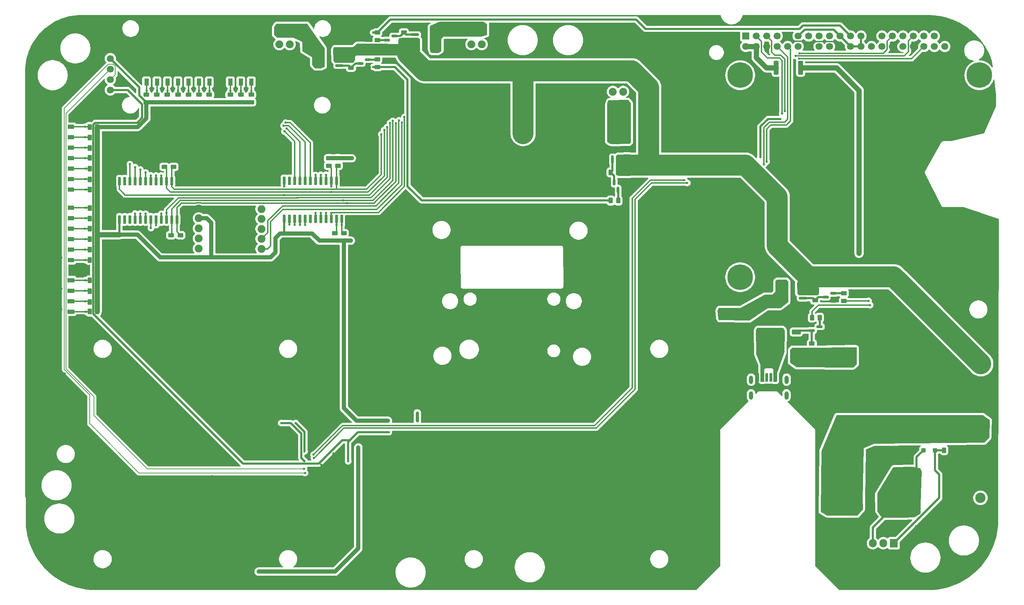
<source format=gbr>
%TF.GenerationSoftware,KiCad,Pcbnew,9.0.2*%
%TF.CreationDate,2025-05-13T16:07:20+08:00*%
%TF.ProjectId,MothBo,4d6f7468-426f-42e6-9b69-6361645f7063,5.0.0*%
%TF.SameCoordinates,Original*%
%TF.FileFunction,Copper,L2,Bot*%
%TF.FilePolarity,Positive*%
%FSLAX46Y46*%
G04 Gerber Fmt 4.6, Leading zero omitted, Abs format (unit mm)*
G04 Created by KiCad (PCBNEW 9.0.2) date 2025-05-13 16:07:20*
%MOMM*%
%LPD*%
G01*
G04 APERTURE LIST*
G04 Aperture macros list*
%AMRoundRect*
0 Rectangle with rounded corners*
0 $1 Rounding radius*
0 $2 $3 $4 $5 $6 $7 $8 $9 X,Y pos of 4 corners*
0 Add a 4 corners polygon primitive as box body*
4,1,4,$2,$3,$4,$5,$6,$7,$8,$9,$2,$3,0*
0 Add four circle primitives for the rounded corners*
1,1,$1+$1,$2,$3*
1,1,$1+$1,$4,$5*
1,1,$1+$1,$6,$7*
1,1,$1+$1,$8,$9*
0 Add four rect primitives between the rounded corners*
20,1,$1+$1,$2,$3,$4,$5,0*
20,1,$1+$1,$4,$5,$6,$7,0*
20,1,$1+$1,$6,$7,$8,$9,0*
20,1,$1+$1,$8,$9,$2,$3,0*%
G04 Aperture macros list end*
%TA.AperFunction,ComponentPad*%
%ADD10C,1.905000*%
%TD*%
%TA.AperFunction,SMDPad,CuDef*%
%ADD11RoundRect,0.250000X-0.300000X-0.300000X0.300000X-0.300000X0.300000X0.300000X-0.300000X0.300000X0*%
%TD*%
%TA.AperFunction,SMDPad,CuDef*%
%ADD12RoundRect,0.112500X0.112500X-0.187500X0.112500X0.187500X-0.112500X0.187500X-0.112500X-0.187500X0*%
%TD*%
%TA.AperFunction,SMDPad,CuDef*%
%ADD13RoundRect,0.250000X-0.450000X0.262500X-0.450000X-0.262500X0.450000X-0.262500X0.450000X0.262500X0*%
%TD*%
%TA.AperFunction,SMDPad,CuDef*%
%ADD14RoundRect,0.249997X2.950003X2.650003X-2.950003X2.650003X-2.950003X-2.650003X2.950003X-2.650003X0*%
%TD*%
%TA.AperFunction,SMDPad,CuDef*%
%ADD15RoundRect,0.250000X0.850000X0.350000X-0.850000X0.350000X-0.850000X-0.350000X0.850000X-0.350000X0*%
%TD*%
%TA.AperFunction,SMDPad,CuDef*%
%ADD16RoundRect,0.250000X-0.262500X-0.450000X0.262500X-0.450000X0.262500X0.450000X-0.262500X0.450000X0*%
%TD*%
%TA.AperFunction,SMDPad,CuDef*%
%ADD17RoundRect,0.150000X0.587500X0.150000X-0.587500X0.150000X-0.587500X-0.150000X0.587500X-0.150000X0*%
%TD*%
%TA.AperFunction,ComponentPad*%
%ADD18R,1.700000X1.700000*%
%TD*%
%TA.AperFunction,ComponentPad*%
%ADD19C,1.700000*%
%TD*%
%TA.AperFunction,SMDPad,CuDef*%
%ADD20RoundRect,0.250000X0.450000X-0.262500X0.450000X0.262500X-0.450000X0.262500X-0.450000X-0.262500X0*%
%TD*%
%TA.AperFunction,SMDPad,CuDef*%
%ADD21RoundRect,0.250000X0.262500X0.450000X-0.262500X0.450000X-0.262500X-0.450000X0.262500X-0.450000X0*%
%TD*%
%TA.AperFunction,SMDPad,CuDef*%
%ADD22RoundRect,0.250000X0.475000X-0.337500X0.475000X0.337500X-0.475000X0.337500X-0.475000X-0.337500X0*%
%TD*%
%TA.AperFunction,SMDPad,CuDef*%
%ADD23RoundRect,0.112500X-0.112500X0.187500X-0.112500X-0.187500X0.112500X-0.187500X0.112500X0.187500X0*%
%TD*%
%TA.AperFunction,SMDPad,CuDef*%
%ADD24RoundRect,0.150000X0.150000X-0.587500X0.150000X0.587500X-0.150000X0.587500X-0.150000X-0.587500X0*%
%TD*%
%TA.AperFunction,SMDPad,CuDef*%
%ADD25RoundRect,0.112500X0.187500X0.112500X-0.187500X0.112500X-0.187500X-0.112500X0.187500X-0.112500X0*%
%TD*%
%TA.AperFunction,SMDPad,CuDef*%
%ADD26R,1.100000X1.700000*%
%TD*%
%TA.AperFunction,SMDPad,CuDef*%
%ADD27R,1.500000X1.100000*%
%TD*%
%TA.AperFunction,ComponentPad*%
%ADD28RoundRect,0.250001X1.149999X-1.149999X1.149999X1.149999X-1.149999X1.149999X-1.149999X-1.149999X0*%
%TD*%
%TA.AperFunction,ComponentPad*%
%ADD29C,2.800000*%
%TD*%
%TA.AperFunction,ComponentPad*%
%ADD30C,6.200000*%
%TD*%
%TA.AperFunction,SMDPad,CuDef*%
%ADD31RoundRect,0.250000X0.475000X-0.250000X0.475000X0.250000X-0.475000X0.250000X-0.475000X-0.250000X0*%
%TD*%
%TA.AperFunction,SMDPad,CuDef*%
%ADD32RoundRect,0.150000X0.150000X-0.825000X0.150000X0.825000X-0.150000X0.825000X-0.150000X-0.825000X0*%
%TD*%
%TA.AperFunction,ComponentPad*%
%ADD33R,4.600000X2.000000*%
%TD*%
%TA.AperFunction,ComponentPad*%
%ADD34O,4.200000X2.000000*%
%TD*%
%TA.AperFunction,ComponentPad*%
%ADD35O,2.000000X4.200000*%
%TD*%
%TA.AperFunction,ComponentPad*%
%ADD36RoundRect,0.675000X0.675000X0.675000X-0.675000X0.675000X-0.675000X-0.675000X0.675000X-0.675000X0*%
%TD*%
%TA.AperFunction,ComponentPad*%
%ADD37C,2.700000*%
%TD*%
%TA.AperFunction,SMDPad,CuDef*%
%ADD38RoundRect,0.150000X-0.825000X-0.150000X0.825000X-0.150000X0.825000X0.150000X-0.825000X0.150000X0*%
%TD*%
%TA.AperFunction,SMDPad,CuDef*%
%ADD39RoundRect,0.250000X-1.950000X-1.000000X1.950000X-1.000000X1.950000X1.000000X-1.950000X1.000000X0*%
%TD*%
%TA.AperFunction,SMDPad,CuDef*%
%ADD40RoundRect,0.250000X0.362500X1.425000X-0.362500X1.425000X-0.362500X-1.425000X0.362500X-1.425000X0*%
%TD*%
%TA.AperFunction,SMDPad,CuDef*%
%ADD41RoundRect,0.075000X-0.225000X0.955000X-0.225000X-0.955000X0.225000X-0.955000X0.225000X0.955000X0*%
%TD*%
%TA.AperFunction,ComponentPad*%
%ADD42R,1.905000X2.000000*%
%TD*%
%TA.AperFunction,ComponentPad*%
%ADD43O,1.905000X2.000000*%
%TD*%
%TA.AperFunction,SMDPad,CuDef*%
%ADD44RoundRect,0.150000X0.825000X0.150000X-0.825000X0.150000X-0.825000X-0.150000X0.825000X-0.150000X0*%
%TD*%
%TA.AperFunction,SMDPad,CuDef*%
%ADD45R,1.700000X1.100000*%
%TD*%
%TA.AperFunction,SMDPad,CuDef*%
%ADD46R,0.700000X2.000000*%
%TD*%
%TA.AperFunction,SMDPad,CuDef*%
%ADD47R,0.760000X2.000000*%
%TD*%
%TA.AperFunction,SMDPad,CuDef*%
%ADD48R,0.800000X2.000000*%
%TD*%
%TA.AperFunction,ComponentPad*%
%ADD49O,1.000000X2.000000*%
%TD*%
%TA.AperFunction,SMDPad,CuDef*%
%ADD50RoundRect,0.150000X-0.587500X-0.150000X0.587500X-0.150000X0.587500X0.150000X-0.587500X0.150000X0*%
%TD*%
%TA.AperFunction,SMDPad,CuDef*%
%ADD51RoundRect,0.250000X1.000000X-1.750000X1.000000X1.750000X-1.000000X1.750000X-1.000000X-1.750000X0*%
%TD*%
%TA.AperFunction,ComponentPad*%
%ADD52RoundRect,0.250000X-1.000000X1.000000X-1.000000X-1.000000X1.000000X-1.000000X1.000000X1.000000X0*%
%TD*%
%TA.AperFunction,ComponentPad*%
%ADD53C,2.500000*%
%TD*%
%TA.AperFunction,ViaPad*%
%ADD54C,0.600000*%
%TD*%
%TA.AperFunction,Conductor*%
%ADD55C,0.304800*%
%TD*%
%TA.AperFunction,Conductor*%
%ADD56C,0.500000*%
%TD*%
%TA.AperFunction,Conductor*%
%ADD57C,1.270000*%
%TD*%
%TA.AperFunction,Conductor*%
%ADD58C,0.800000*%
%TD*%
%TA.AperFunction,Conductor*%
%ADD59C,1.000000*%
%TD*%
%TA.AperFunction,Conductor*%
%ADD60C,0.203200*%
%TD*%
%TA.AperFunction,Conductor*%
%ADD61C,5.080000*%
%TD*%
G04 APERTURE END LIST*
D10*
%TO.P,A1,1,EN*%
%TO.N,unconnected-(A1-EN-Pad1)*%
X140061497Y-70753645D03*
%TO.P,A1,2,EN*%
%TO.N,unconnected-(A1-EN-Pad2)*%
X142561331Y-70753645D03*
%TO.P,A1,3,VCC*%
%TO.N,/UV LED PCB/+12V_PCB2*%
X140061497Y-67235671D03*
%TO.P,A1,4,VCC*%
X142561331Y-67235671D03*
%TO.P,A1,5,GND*%
%TO.N,GND*%
X139928203Y-85258853D03*
%TO.P,A1,6,GND*%
X142416361Y-85256585D03*
%TD*%
%TO.P,A2,1,EN*%
%TO.N,unconnected-(A2-EN-Pad1)*%
X176854864Y-82268611D03*
%TO.P,A2,2,EN*%
%TO.N,unconnected-(A2-EN-Pad2)*%
X174355030Y-82268611D03*
%TO.P,A2,3,VCC*%
%TO.N,/UV LED PCB/+12V_PCB1*%
X176854864Y-85786585D03*
%TO.P,A2,4,VCC*%
X174355030Y-85786585D03*
%TO.P,A2,5,GND*%
%TO.N,GND*%
X176988158Y-67763403D03*
%TO.P,A2,6,GND*%
X174500000Y-67765671D03*
%TD*%
%TO.P,A3,1,EN*%
%TO.N,unconnected-(A3-EN-Pad1)*%
X93500000Y-70765671D03*
%TO.P,A3,2,EN*%
%TO.N,unconnected-(A3-EN-Pad2)*%
X95999834Y-70765671D03*
%TO.P,A3,3,VCC*%
%TO.N,/UV LED PCB/+12V_PCB3*%
X93500000Y-67247697D03*
%TO.P,A3,4,VCC*%
X95999834Y-67247697D03*
%TO.P,A3,5,GND*%
%TO.N,GND*%
X93366706Y-85270879D03*
%TO.P,A3,6,GND*%
X95854864Y-85268611D03*
%TD*%
D11*
%TO.P,E1,1,K*%
%TO.N,Net-(E1-K)*%
X249700000Y-169225671D03*
%TO.P,E1,2,A*%
%TO.N,Net-(E1-A)*%
X252500000Y-169225671D03*
%TD*%
D12*
%TO.P,D36,1,K*%
%TO.N,/UV LED PCB/+12V_PCB4*%
X212180000Y-132373171D03*
%TO.P,D36,2,A*%
%TO.N,GND*%
X212180000Y-130273171D03*
%TD*%
D13*
%TO.P,R81,1*%
%TO.N,Net-(Q10-B)*%
X230390000Y-131163171D03*
%TO.P,R81,2*%
%TO.N,UV4_EX_CTRL*%
X230390000Y-132988171D03*
%TD*%
D14*
%TO.P,Q2,1,D*%
%TO.N,/Power/VBUS*%
X212550000Y-142835671D03*
D15*
%TO.P,Q2,2,G*%
%TO.N,Net-(Q2-G)*%
X218850000Y-140555671D03*
%TO.P,Q2,3,S*%
%TO.N,+5V*%
X218850000Y-145115671D03*
%TD*%
D16*
%TO.P,R77,1*%
%TO.N,Net-(Q8-C)*%
X173852500Y-101845671D03*
%TO.P,R77,2*%
%TO.N,+12V*%
X175677500Y-101845671D03*
%TD*%
D13*
%TO.P,R76,1*%
%TO.N,Net-(Q9-B)*%
X117260000Y-74453171D03*
%TO.P,R76,2*%
%TO.N,UV1_CTRL*%
X117260000Y-76278171D03*
%TD*%
D17*
%TO.P,Q9,1,B*%
%TO.N,Net-(Q9-B)*%
X114987500Y-74483171D03*
%TO.P,Q9,2,E*%
%TO.N,GND*%
X114987500Y-76383171D03*
%TO.P,Q9,3,C*%
%TO.N,Net-(Q9-C)*%
X113112500Y-75433171D03*
%TD*%
D18*
%TO.P,J5,1,Pin_1*%
%TO.N,GND*%
X52500000Y-84385671D03*
D19*
%TO.P,J5,2,Pin_2*%
%TO.N,/RPI5+MCU/NRST*%
X52500000Y-81845671D03*
%TO.P,J5,3,Pin_3*%
%TO.N,/RPI5+MCU/SWDCLK*%
X52500000Y-79305671D03*
%TO.P,J5,4,Pin_4*%
%TO.N,/RPI5+MCU/SWDIO*%
X52500000Y-76765671D03*
%TO.P,J5,5,Pin_5*%
%TO.N,+3.3V*%
X52500000Y-74225671D03*
%TD*%
D13*
%TO.P,R1,1*%
%TO.N,Net-(Q2-G)*%
X222610000Y-143323171D03*
%TO.P,R1,2*%
%TO.N,+5V*%
X222610000Y-145148171D03*
%TD*%
%TO.P,R47,1*%
%TO.N,S3_MUX*%
X69500000Y-117073171D03*
%TO.P,R47,2*%
%TO.N,GND*%
X69500000Y-118898171D03*
%TD*%
%TO.P,R84,1*%
%TO.N,+3.3V*%
X107670000Y-98420671D03*
%TO.P,R84,2*%
%TO.N,S1_MUX*%
X107670000Y-100245671D03*
%TD*%
D20*
%TO.P,R33,1*%
%TO.N,+3.3V*%
X86680000Y-84838171D03*
%TO.P,R33,2*%
%TO.N,/GPS+Switches/Max_PW*%
X86680000Y-83013171D03*
%TD*%
D17*
%TO.P,Q3,1,B*%
%TO.N,Net-(Q3-B)*%
X224487500Y-139255671D03*
%TO.P,Q3,2,E*%
%TO.N,GND*%
X224487500Y-141155671D03*
%TO.P,Q3,3,C*%
%TO.N,Net-(Q2-G)*%
X222612500Y-140205671D03*
%TD*%
D20*
%TO.P,R19,1*%
%TO.N,+3.3V*%
X84160000Y-84838171D03*
%TO.P,R19,2*%
%TO.N,/GPS+Switches/Med_PW*%
X84160000Y-83013171D03*
%TD*%
D21*
%TO.P,R35,1*%
%TO.N,+3.3V*%
X49302500Y-130662290D03*
%TO.P,R35,2*%
%TO.N,/GPS+Switches/Seq_3*%
X47477500Y-130662290D03*
%TD*%
D20*
%TO.P,R32,1*%
%TO.N,+3.3V*%
X81600000Y-84838171D03*
%TO.P,R32,2*%
%TO.N,/GPS+Switches/Min_PW*%
X81600000Y-83013171D03*
%TD*%
D21*
%TO.P,R37,1*%
%TO.N,+3.3V*%
X49302500Y-100905671D03*
%TO.P,R37,2*%
%TO.N,/GPS+Switches/Hour_3*%
X47477500Y-100905671D03*
%TD*%
D22*
%TO.P,C5,1*%
%TO.N,+5V*%
X224900000Y-145143171D03*
%TO.P,C5,2*%
%TO.N,GND*%
X224900000Y-143068171D03*
%TD*%
D20*
%TO.P,R30,1*%
%TO.N,+3.3V*%
X71460000Y-84838171D03*
%TO.P,R30,2*%
%TO.N,/GPS+Switches/Fri*%
X71460000Y-83013171D03*
%TD*%
D21*
%TO.P,R23,1*%
%TO.N,+3.3V*%
X49302500Y-98325671D03*
%TO.P,R23,2*%
%TO.N,/GPS+Switches/Hour_4*%
X47477500Y-98325671D03*
%TD*%
D23*
%TO.P,D30,1,K*%
%TO.N,/UV LED PCB/+12V_PCB3*%
X99790000Y-72098171D03*
%TO.P,D30,2,A*%
%TO.N,GND*%
X99790000Y-74198171D03*
%TD*%
D20*
%TO.P,R31,1*%
%TO.N,+3.3V*%
X76480000Y-84838171D03*
%TO.P,R31,2*%
%TO.N,/GPS+Switches/Sun*%
X76480000Y-83013171D03*
%TD*%
D24*
%TO.P,Q8,1,B*%
%TO.N,Net-(Q8-B)*%
X175635000Y-106093171D03*
%TO.P,Q8,2,E*%
%TO.N,GND*%
X173735000Y-106093171D03*
%TO.P,Q8,3,C*%
%TO.N,Net-(Q8-C)*%
X174685000Y-104218171D03*
%TD*%
D25*
%TO.P,D29,1,K*%
%TO.N,/UV LED PCB/+12V_PCB1*%
X173560000Y-90685671D03*
%TO.P,D29,2,A*%
%TO.N,GND*%
X171460000Y-90685671D03*
%TD*%
D26*
%TO.P,SW3,1A*%
%TO.N,/GPS+Switches/Max_PW*%
X86690000Y-79928171D03*
%TO.P,SW3,1B*%
%TO.N,GND*%
X86690000Y-71028171D03*
%TO.P,SW3,2A*%
%TO.N,/GPS+Switches/Med_PW*%
X84150000Y-79928171D03*
%TO.P,SW3,2B*%
%TO.N,GND*%
X84150000Y-71028171D03*
%TO.P,SW3,3A*%
%TO.N,/GPS+Switches/Min_PW*%
X81610000Y-79928171D03*
%TO.P,SW3,3B*%
%TO.N,GND*%
X81610000Y-71028171D03*
%TD*%
D27*
%TO.P,SW6,1A*%
%TO.N,/GPS+Switches/Hour_13*%
X42900000Y-110415671D03*
%TO.P,SW6,1B*%
%TO.N,GND*%
X34000000Y-110415671D03*
%TO.P,SW6,2A*%
%TO.N,/GPS+Switches/Hour_12*%
X42900000Y-112955671D03*
%TO.P,SW6,2B*%
%TO.N,GND*%
X34000000Y-112955671D03*
%TO.P,SW6,3A*%
%TO.N,/GPS+Switches/Hour_11*%
X42900000Y-115495671D03*
%TO.P,SW6,3B*%
%TO.N,GND*%
X34000000Y-115495671D03*
%TO.P,SW6,4A*%
%TO.N,/GPS+Switches/Hour_10*%
X42900000Y-118035671D03*
%TO.P,SW6,4B*%
%TO.N,GND*%
X34000000Y-118035671D03*
%TO.P,SW6,5A*%
%TO.N,/GPS+Switches/Hour_9*%
X42900000Y-120575671D03*
%TO.P,SW6,5B*%
%TO.N,GND*%
X34000000Y-120575671D03*
%TO.P,SW6,6A*%
%TO.N,/GPS+Switches/Hour_8*%
X42900000Y-123115671D03*
%TO.P,SW6,6B*%
%TO.N,GND*%
X34000000Y-123115671D03*
%TD*%
D28*
%TO.P,U2,1,Vin+*%
%TO.N,/Power/PWR_IN*%
X263600000Y-163265671D03*
D29*
%TO.P,U2,2,Vin-*%
%TO.N,GND*%
X263600000Y-158265671D03*
%TO.P,U2,3,Vout-*%
X263600000Y-153265671D03*
%TO.P,U2,4,Vout+*%
%TO.N,+12V*%
X263600000Y-148265671D03*
%TD*%
D30*
%TO.P,U4,S1*%
%TO.N,N/C*%
X263237500Y-78263171D03*
%TO.P,U4,S2*%
X205237500Y-78263171D03*
%TO.P,U4,S3*%
X205237500Y-127263171D03*
%TD*%
D31*
%TO.P,C18,1*%
%TO.N,GND*%
X94620000Y-118535671D03*
%TO.P,C18,2*%
%TO.N,+3.3V*%
X94620000Y-116635671D03*
%TD*%
D20*
%TO.P,R78,1*%
%TO.N,Net-(Q9-C)*%
X110852500Y-76470671D03*
%TO.P,R78,2*%
%TO.N,+12V*%
X110852500Y-74645671D03*
%TD*%
D32*
%TO.P,U8,1,S*%
%TO.N,+12V*%
X178095000Y-98730671D03*
%TO.P,U8,2,S*%
X176825000Y-98730671D03*
%TO.P,U8,3,S*%
X175555000Y-98730671D03*
%TO.P,U8,4,G*%
%TO.N,Net-(Q8-C)*%
X174285000Y-98730671D03*
%TO.P,U8,5,D*%
%TO.N,/UV LED PCB/+12V_PCB1*%
X174285000Y-93780671D03*
%TO.P,U8,6,D*%
X175555000Y-93780671D03*
%TO.P,U8,7,D*%
X176825000Y-93780671D03*
%TO.P,U8,8,D*%
X178095000Y-93780671D03*
%TD*%
D21*
%TO.P,R36,1*%
%TO.N,+3.3V*%
X49302500Y-105985671D03*
%TO.P,R36,2*%
%TO.N,/GPS+Switches/Hour_1*%
X47477500Y-105985671D03*
%TD*%
D33*
%TO.P,J7,1*%
%TO.N,/UV LED PCB/+12V_PCB4*%
X202500000Y-136465671D03*
D34*
%TO.P,J7,2*%
%TO.N,GND*%
X202500000Y-142765671D03*
D35*
%TO.P,J7,3,MountPin*%
X197700000Y-139365671D03*
%TD*%
D23*
%TO.P,D31,1,K*%
%TO.N,/UV LED PCB/+12V_PCB2*%
X134490000Y-68455671D03*
%TO.P,D31,2,A*%
%TO.N,GND*%
X134490000Y-70555671D03*
%TD*%
D20*
%TO.P,R80,1*%
%TO.N,Net-(Q11-B)*%
X117260000Y-69748171D03*
%TO.P,R80,2*%
%TO.N,UV1_CTRL*%
X117260000Y-67923171D03*
%TD*%
D13*
%TO.P,R82,1*%
%TO.N,Net-(Q11-C)*%
X123690000Y-67913171D03*
%TO.P,R82,2*%
%TO.N,+12V*%
X123690000Y-69738171D03*
%TD*%
D36*
%TO.P,F1,1*%
%TO.N,Net-(E1-K)*%
X247330000Y-182515671D03*
X240570000Y-182515671D03*
D37*
%TO.P,F1,2*%
%TO.N,/Power/PWR_IN*%
X233290000Y-182515671D03*
X226530000Y-182515671D03*
%TD*%
D21*
%TO.P,R2,1*%
%TO.N,Net-(Q3-B)*%
X224522500Y-137065671D03*
%TO.P,R2,2*%
%TO.N,RPI_CTRL*%
X222697500Y-137065671D03*
%TD*%
%TO.P,R75,1*%
%TO.N,Net-(Q8-B)*%
X175657500Y-108665671D03*
%TO.P,R75,2*%
%TO.N,UV1_CTRL*%
X173832500Y-108665671D03*
%TD*%
%TO.P,R22,1*%
%TO.N,+3.3V*%
X49302500Y-103565671D03*
%TO.P,R22,2*%
%TO.N,/GPS+Switches/Hour_2*%
X47477500Y-103565671D03*
%TD*%
D38*
%TO.P,U11,1,S*%
%TO.N,+12V*%
X126365000Y-72250671D03*
%TO.P,U11,2,S*%
X126365000Y-70980671D03*
%TO.P,U11,3,S*%
X126365000Y-69710671D03*
%TO.P,U11,4,G*%
%TO.N,Net-(Q11-C)*%
X126365000Y-68440671D03*
%TO.P,U11,5,D*%
%TO.N,/UV LED PCB/+12V_PCB2*%
X131315000Y-68440671D03*
%TO.P,U11,6,D*%
X131315000Y-69710671D03*
%TO.P,U11,7,D*%
X131315000Y-70980671D03*
%TO.P,U11,8,D*%
X131315000Y-72250671D03*
%TD*%
D21*
%TO.P,R34,1*%
%TO.N,+3.3V*%
X49302500Y-135585671D03*
%TO.P,R34,2*%
%TO.N,/GPS+Switches/Seq_1*%
X47477500Y-135585671D03*
%TD*%
D18*
%TO.P,U3,1,3V3*%
%TO.N,+3.3V*%
X206600000Y-68765671D03*
D19*
%TO.P,U3,2,5V*%
%TO.N,Net-(RJ1-Pad2)*%
X206600000Y-71305671D03*
%TO.P,U3,3,GPIO2/SDA1*%
%TO.N,GPS_SDA*%
X209140000Y-68765671D03*
%TO.P,U3,4,5V*%
%TO.N,Net-(RJ1-Pad2)*%
X209140000Y-71305671D03*
%TO.P,U3,5,GPIO3/SCL1*%
%TO.N,GPS_SCL*%
X211680000Y-68765671D03*
%TO.P,U3,6,GND*%
%TO.N,GND*%
X211680000Y-71305671D03*
%TO.P,U3,7,GPIO4/GPIO_GCKL*%
%TO.N,unconnected-(U3-GPIO4{slash}GPIO_GCKL-Pad7)*%
X214220000Y-68765671D03*
%TO.P,U3,8,GPIO14/TXD0*%
%TO.N,/RPI5+MCU/STM_TX*%
X214220000Y-71305671D03*
%TO.P,U3,9,GND*%
%TO.N,GND*%
X216760000Y-68765671D03*
%TO.P,U3,10,GPIO15/RXD0*%
%TO.N,/RPI5+MCU/STM_RX*%
X216760000Y-71305671D03*
%TO.P,U3,11,GPIO17/GPIO_GEN0*%
%TO.N,/RPI5+MCU/Save for eink*%
X219300000Y-68765671D03*
%TO.P,U3,12,GPIO18/GPIO_GEN1*%
%TO.N,S2_MUX*%
X219300000Y-71305671D03*
%TO.P,U3,13,GPIO27/GPIO_GEN2*%
%TO.N,S1_MUX*%
X221840000Y-68765671D03*
%TO.P,U3,14,GND*%
%TO.N,GND*%
X221840000Y-71305671D03*
%TO.P,U3,15,GPIO22/GPIO_GEN3*%
%TO.N,S3_MUX*%
X224380000Y-68765671D03*
%TO.P,U3,16,GPIO23/GPIO_GEN4*%
%TO.N,EN_MUX1*%
X224380000Y-71305671D03*
%TO.P,U3,17,3V3*%
%TO.N,+3.3V*%
X226920000Y-68765671D03*
%TO.P,U3,18,GPIO24/GPIO_GEN5*%
%TO.N,/RPI5+MCU/Save for eink*%
X226920000Y-71305671D03*
%TO.P,U3,19,GPIO10/SPI_MOSI*%
X229460000Y-68765671D03*
%TO.P,U3,20,GND*%
%TO.N,GND*%
X229460000Y-71305671D03*
%TO.P,U3,21,GPIO9/SPI_MISO*%
%TO.N,UV1_CTRL*%
X232000000Y-68765671D03*
%TO.P,U3,22,GPIO25/GPIO_GEN6*%
%TO.N,/RPI5+MCU/Save for eink*%
X232000000Y-71305671D03*
%TO.P,U3,23,GPIO11/SPI_SCLK*%
X234540000Y-68765671D03*
%TO.P,U3,24,GPIO8/~{SPI_CE0}*%
X234540000Y-71305671D03*
%TO.P,U3,25,GND*%
%TO.N,GND*%
X237080000Y-68765671D03*
%TO.P,U3,26,GPIO7/~{SPI_CE1}*%
%TO.N,UV4_EX_CTRL*%
X237080000Y-71305671D03*
%TO.P,U3,27,ID_SD*%
%TO.N,unconnected-(U3-ID_SD-Pad27)*%
X239620000Y-68765671D03*
%TO.P,U3,28,ID_SC*%
%TO.N,unconnected-(U3-ID_SC-Pad28)*%
X239620000Y-71305671D03*
%TO.P,U3,29,GPIO5*%
%TO.N,EN_MUX2*%
X242160000Y-68765671D03*
%TO.P,U3,30,GND*%
%TO.N,GND*%
X242160000Y-71305671D03*
%TO.P,U3,31,GPIO6*%
%TO.N,L_LED_CTRL*%
X244700000Y-68765671D03*
%TO.P,U3,32,GPIO12*%
%TO.N,/RPI5+MCU/TimeP*%
X244700000Y-71305671D03*
%TO.P,U3,33,GPIO13*%
%TO.N,S0_MUX*%
X247240000Y-68765671D03*
%TO.P,U3,34,GND*%
%TO.N,GND*%
X247240000Y-71305671D03*
%TO.P,U3,35,GPIO19*%
%TO.N,RPI_CTRL*%
X249780000Y-68765671D03*
%TO.P,U3,36,GPIO16*%
%TO.N,COM_I{slash}O*%
X249780000Y-71305671D03*
%TO.P,U3,37,GPIO26*%
%TO.N,/RPI5+MCU/Save for relay 3*%
X252320000Y-68765671D03*
%TO.P,U3,38,GPIO20*%
%TO.N,/RPI5+MCU/Save for relay*%
X252320000Y-71305671D03*
%TO.P,U3,39,GND*%
%TO.N,GND*%
X254860000Y-68765671D03*
%TO.P,U3,40,GPIO21*%
%TO.N,/RPI5+MCU/Save for relay 2*%
X254860000Y-71305671D03*
%TD*%
D21*
%TO.P,R42,1*%
%TO.N,+3.3V*%
X49302500Y-112995671D03*
%TO.P,R42,2*%
%TO.N,/GPS+Switches/Hour_12*%
X47477500Y-112995671D03*
%TD*%
%TO.P,R39,1*%
%TO.N,+3.3V*%
X49302500Y-90825671D03*
%TO.P,R39,2*%
%TO.N,/GPS+Switches/Hour_7*%
X47477500Y-90825671D03*
%TD*%
D20*
%TO.P,R86,1*%
%TO.N,+3.3V*%
X109110000Y-118398171D03*
%TO.P,R86,2*%
%TO.N,S3_MUX*%
X109110000Y-116573171D03*
%TD*%
D21*
%TO.P,R24,1*%
%TO.N,+3.3V*%
X49302500Y-93365671D03*
%TO.P,R24,2*%
%TO.N,/GPS+Switches/Hour_6*%
X47477500Y-93365671D03*
%TD*%
D20*
%TO.P,R18,1*%
%TO.N,+3.3V*%
X73990000Y-84838171D03*
%TO.P,R18,2*%
%TO.N,/GPS+Switches/Sat*%
X73990000Y-83013171D03*
%TD*%
D39*
%TO.P,C1,1*%
%TO.N,/Power/PWR_IN*%
X231080000Y-170525671D03*
%TO.P,C1,2*%
%TO.N,GND*%
X239480000Y-170525671D03*
%TD*%
D21*
%TO.P,R38,1*%
%TO.N,+3.3V*%
X49302500Y-95935671D03*
%TO.P,R38,2*%
%TO.N,/GPS+Switches/Hour_5*%
X47477500Y-95935671D03*
%TD*%
D13*
%TO.P,R83,1*%
%TO.N,+3.3V*%
X105480000Y-98420671D03*
%TO.P,R83,2*%
%TO.N,S0_MUX*%
X105480000Y-100245671D03*
%TD*%
D40*
%TO.P,RJ1,1*%
%TO.N,+5V*%
X219892500Y-76465671D03*
%TO.P,RJ1,2*%
%TO.N,Net-(RJ1-Pad2)*%
X213967500Y-76465671D03*
%TD*%
D41*
%TO.P,U12,1,COM_I/O*%
%TO.N,COM_I{slash}O*%
X94645000Y-103873171D03*
%TO.P,U12,2,I7*%
%TO.N,unconnected-(U12-I7-Pad2)*%
X95915000Y-103873171D03*
%TO.P,U12,3,I6*%
%TO.N,/GPS+Switches/Thur*%
X97185000Y-103873171D03*
%TO.P,U12,4,I5*%
%TO.N,/GPS+Switches/Fri*%
X98455000Y-103873171D03*
%TO.P,U12,5,I4*%
%TO.N,/GPS+Switches/Sat*%
X99725000Y-103873171D03*
%TO.P,U12,6,I3*%
%TO.N,/GPS+Switches/Sun*%
X100995000Y-103873171D03*
%TO.P,U12,7,I2*%
%TO.N,/GPS+Switches/Mon*%
X102265000Y-103873171D03*
%TO.P,U12,8,I1*%
%TO.N,/GPS+Switches/Tue*%
X103535000Y-103873171D03*
%TO.P,U12,9,I0*%
%TO.N,/GPS+Switches/Wed*%
X104805000Y-103873171D03*
%TO.P,U12,10,S0*%
%TO.N,S0_MUX*%
X106075000Y-103873171D03*
%TO.P,U12,11,S1*%
%TO.N,S1_MUX*%
X107345000Y-103873171D03*
%TO.P,U12,12,GND*%
%TO.N,GND*%
X108615000Y-103873171D03*
%TO.P,U12,13,S3*%
%TO.N,S3_MUX*%
X108615000Y-113153171D03*
%TO.P,U12,14,S2*%
%TO.N,S2_MUX*%
X107345000Y-113153171D03*
%TO.P,U12,15,~{E}*%
%TO.N,EN_MUX1*%
X106075000Y-113153171D03*
%TO.P,U12,16,I15*%
%TO.N,/GPS+Switches/Max_PW*%
X104805000Y-113153171D03*
%TO.P,U12,17,I14*%
%TO.N,/GPS+Switches/Med_PW*%
X103535000Y-113153171D03*
%TO.P,U12,18,I13*%
%TO.N,/GPS+Switches/Min_PW*%
X102265000Y-113153171D03*
%TO.P,U12,19,I12*%
%TO.N,unconnected-(U12-I12-Pad19)*%
X100995000Y-113153171D03*
%TO.P,U12,20,I11*%
%TO.N,/GPS+Switches/Seq_1*%
X99725000Y-113153171D03*
%TO.P,U12,21,I10*%
%TO.N,/GPS+Switches/Seq_2*%
X98455000Y-113153171D03*
%TO.P,U12,22,I9*%
%TO.N,/GPS+Switches/Seq_3*%
X97185000Y-113153171D03*
%TO.P,U12,23,I8*%
%TO.N,/GPS+Switches/Armed{slash}Disarmed*%
X95915000Y-113153171D03*
%TO.P,U12,24,VCC*%
%TO.N,+3.3V*%
X94645000Y-113153171D03*
%TD*%
D42*
%TO.P,Q1,1,G*%
%TO.N,Net-(E1-A)*%
X242500000Y-191765671D03*
D43*
%TO.P,Q1,2,D*%
%TO.N,Net-(E2-K)*%
X239960000Y-191765671D03*
%TO.P,Q1,3,S*%
%TO.N,Net-(E1-K)*%
X237420000Y-191765671D03*
%TD*%
D20*
%TO.P,R28,1*%
%TO.N,+3.3V*%
X61230000Y-84838171D03*
%TO.P,R28,2*%
%TO.N,/GPS+Switches/Mon*%
X61230000Y-83013171D03*
%TD*%
D44*
%TO.P,U9,1,S*%
%TO.N,+12V*%
X108067500Y-72108171D03*
%TO.P,U9,2,S*%
X108067500Y-73378171D03*
%TO.P,U9,3,S*%
X108067500Y-74648171D03*
%TO.P,U9,4,G*%
%TO.N,Net-(Q9-C)*%
X108067500Y-75918171D03*
%TO.P,U9,5,D*%
%TO.N,/UV LED PCB/+12V_PCB3*%
X103117500Y-75918171D03*
%TO.P,U9,6,D*%
X103117500Y-74648171D03*
%TO.P,U9,7,D*%
X103117500Y-73378171D03*
%TO.P,U9,8,D*%
X103117500Y-72108171D03*
%TD*%
D31*
%TO.P,C13,1*%
%TO.N,GND*%
X54710000Y-118835671D03*
%TO.P,C13,2*%
%TO.N,+3.3V*%
X54710000Y-116935671D03*
%TD*%
D20*
%TO.P,R29,1*%
%TO.N,+3.3V*%
X66320000Y-84838171D03*
%TO.P,R29,2*%
%TO.N,/GPS+Switches/Wed*%
X66320000Y-83013171D03*
%TD*%
D45*
%TO.P,SW4,1A*%
%TO.N,/GPS+Switches/Armed{slash}Disarmed*%
X42900000Y-127985671D03*
%TO.P,SW4,1B*%
%TO.N,GND*%
X34000000Y-127985671D03*
%TO.P,SW4,2A*%
%TO.N,/GPS+Switches/Seq_3*%
X42900000Y-130525671D03*
%TO.P,SW4,2B*%
%TO.N,GND*%
X34000000Y-130525671D03*
%TO.P,SW4,3A*%
%TO.N,/GPS+Switches/Seq_2*%
X42900000Y-133065671D03*
%TO.P,SW4,3B*%
%TO.N,GND*%
X34000000Y-133065671D03*
%TO.P,SW4,4A*%
%TO.N,/GPS+Switches/Seq_1*%
X42900000Y-135605671D03*
%TO.P,SW4,4B*%
%TO.N,GND*%
X34000000Y-135605671D03*
%TD*%
D20*
%TO.P,R50,1*%
%TO.N,S0_MUX*%
X65600000Y-100498171D03*
%TO.P,R50,2*%
%TO.N,GND*%
X65600000Y-98673171D03*
%TD*%
D26*
%TO.P,SW2,1A*%
%TO.N,/GPS+Switches/Sun*%
X76510000Y-79958171D03*
%TO.P,SW2,1B*%
%TO.N,GND*%
X76510000Y-71058171D03*
%TO.P,SW2,2A*%
%TO.N,/GPS+Switches/Sat*%
X73970000Y-79958171D03*
%TO.P,SW2,2B*%
%TO.N,GND*%
X73970000Y-71058171D03*
%TO.P,SW2,3A*%
%TO.N,/GPS+Switches/Fri*%
X71430000Y-79958171D03*
%TO.P,SW2,3B*%
%TO.N,GND*%
X71430000Y-71058171D03*
%TO.P,SW2,4A*%
%TO.N,/GPS+Switches/Thur*%
X68890000Y-79958171D03*
%TO.P,SW2,4B*%
%TO.N,GND*%
X68890000Y-71058171D03*
%TO.P,SW2,5A*%
%TO.N,/GPS+Switches/Wed*%
X66350000Y-79958171D03*
%TO.P,SW2,5B*%
%TO.N,GND*%
X66350000Y-71058171D03*
%TO.P,SW2,6A*%
%TO.N,/GPS+Switches/Tue*%
X63810000Y-79958171D03*
%TO.P,SW2,6B*%
%TO.N,GND*%
X63810000Y-71058171D03*
%TO.P,SW2,7A*%
%TO.N,/GPS+Switches/Mon*%
X61270000Y-79958171D03*
%TO.P,SW2,7B*%
%TO.N,GND*%
X61270000Y-71058171D03*
%TD*%
D13*
%TO.P,R48,1*%
%TO.N,S2_MUX*%
X67210000Y-117073171D03*
%TO.P,R48,2*%
%TO.N,GND*%
X67210000Y-118898171D03*
%TD*%
D46*
%TO.P,J2,A5,CC1*%
%TO.N,unconnected-(J2-CC1-PadA5)*%
X212680000Y-151565671D03*
D47*
%TO.P,J2,A9,VBUS_1*%
%TO.N,/Power/VBUS*%
X210660000Y-151565671D03*
D48*
%TO.P,J2,A12,GND_1*%
%TO.N,GND*%
X209430000Y-151565671D03*
D46*
%TO.P,J2,B5,CC2*%
%TO.N,unconnected-(J2-CC2-PadB5)*%
X211680000Y-151565671D03*
D47*
%TO.P,J2,B9,VBUS_2*%
%TO.N,/Power/VBUS*%
X213700000Y-151565671D03*
D48*
%TO.P,J2,B12,GND_2*%
%TO.N,GND*%
X214930000Y-151565671D03*
D49*
%TO.P,J2,MH1,MH1*%
%TO.N,unconnected-(J2-PadMH1)*%
X216480000Y-155915671D03*
%TO.P,J2,MH2,MH2*%
%TO.N,unconnected-(J2-PadMH2)*%
X207880000Y-155915671D03*
%TO.P,J2,MH3,MH3*%
%TO.N,unconnected-(J2-PadMH3)*%
X207880000Y-152115671D03*
%TO.P,J2,MH4,MH4*%
%TO.N,unconnected-(J2-PadMH4)*%
X216500000Y-152115671D03*
%TD*%
D21*
%TO.P,R25,1*%
%TO.N,+3.3V*%
X49302500Y-120575671D03*
%TO.P,R25,2*%
%TO.N,/GPS+Switches/Hour_9*%
X47477500Y-120575671D03*
%TD*%
D44*
%TO.P,U10,1,S*%
%TO.N,+12V*%
X220456250Y-128555671D03*
%TO.P,U10,2,S*%
X220456250Y-129825671D03*
%TO.P,U10,3,S*%
X220456250Y-131095671D03*
%TO.P,U10,4,G*%
%TO.N,Net-(Q10-C)*%
X220456250Y-132365671D03*
%TO.P,U10,5,D*%
%TO.N,/UV LED PCB/+12V_PCB4*%
X215506250Y-132365671D03*
%TO.P,U10,6,D*%
X215506250Y-131095671D03*
%TO.P,U10,7,D*%
X215506250Y-129825671D03*
%TO.P,U10,8,D*%
X215506250Y-128555671D03*
%TD*%
D21*
%TO.P,R20,1*%
%TO.N,+3.3V*%
X49302500Y-133268909D03*
%TO.P,R20,2*%
%TO.N,/GPS+Switches/Seq_2*%
X47477500Y-133268909D03*
%TD*%
D50*
%TO.P,Q11,1,B*%
%TO.N,Net-(Q11-B)*%
X119552500Y-69735671D03*
%TO.P,Q11,2,E*%
%TO.N,GND*%
X119552500Y-67835671D03*
%TO.P,Q11,3,C*%
%TO.N,Net-(Q11-C)*%
X121427500Y-68785671D03*
%TD*%
D20*
%TO.P,R79,1*%
%TO.N,Net-(Q10-C)*%
X223401250Y-132878171D03*
%TO.P,R79,2*%
%TO.N,+12V*%
X223401250Y-131053171D03*
%TD*%
D25*
%TO.P,E3,1,K*%
%TO.N,/Power/VBUS*%
X210660000Y-148055671D03*
%TO.P,E3,2,A*%
%TO.N,GND*%
X208560000Y-148055671D03*
%TD*%
D41*
%TO.P,U13,1,COM_I/O*%
%TO.N,COM_I{slash}O*%
X54705000Y-103963171D03*
%TO.P,U13,2,I7*%
%TO.N,unconnected-(U13-I7-Pad2)*%
X55975000Y-103963171D03*
%TO.P,U13,3,I6*%
%TO.N,/GPS+Switches/Hour_7*%
X57245000Y-103963171D03*
%TO.P,U13,4,I5*%
%TO.N,/GPS+Switches/Hour_6*%
X58515000Y-103963171D03*
%TO.P,U13,5,I4*%
%TO.N,/GPS+Switches/Hour_5*%
X59785000Y-103963171D03*
%TO.P,U13,6,I3*%
%TO.N,/GPS+Switches/Hour_4*%
X61055000Y-103963171D03*
%TO.P,U13,7,I2*%
%TO.N,/GPS+Switches/Hour_3*%
X62325000Y-103963171D03*
%TO.P,U13,8,I1*%
%TO.N,/GPS+Switches/Hour_2*%
X63595000Y-103963171D03*
%TO.P,U13,9,I0*%
%TO.N,/GPS+Switches/Hour_1*%
X64865000Y-103963171D03*
%TO.P,U13,10,S0*%
%TO.N,S0_MUX*%
X66135000Y-103963171D03*
%TO.P,U13,11,S1*%
%TO.N,S1_MUX*%
X67405000Y-103963171D03*
%TO.P,U13,12,GND*%
%TO.N,GND*%
X68675000Y-103963171D03*
%TO.P,U13,13,S3*%
%TO.N,S3_MUX*%
X68675000Y-113243171D03*
%TO.P,U13,14,S2*%
%TO.N,S2_MUX*%
X67405000Y-113243171D03*
%TO.P,U13,15,~{E}*%
%TO.N,EN_MUX2*%
X66135000Y-113243171D03*
%TO.P,U13,16,I15*%
%TO.N,/GPS+Switches/Hour_10*%
X64865000Y-113243171D03*
%TO.P,U13,17,I14*%
%TO.N,/GPS+Switches/Hour_9*%
X63595000Y-113243171D03*
%TO.P,U13,18,I13*%
%TO.N,/GPS+Switches/Hour_8*%
X62325000Y-113243171D03*
%TO.P,U13,19,I12*%
%TO.N,/GPS+Switches/Hour_11*%
X61055000Y-113243171D03*
%TO.P,U13,20,I11*%
%TO.N,/GPS+Switches/Hour_12*%
X59785000Y-113243171D03*
%TO.P,U13,21,I10*%
%TO.N,/GPS+Switches/Hour_13*%
X58515000Y-113243171D03*
%TO.P,U13,22,I9*%
%TO.N,unconnected-(U13-I9-Pad22)*%
X57245000Y-113243171D03*
%TO.P,U13,23,I8*%
%TO.N,unconnected-(U13-I8-Pad23)*%
X55975000Y-113243171D03*
%TO.P,U13,24,VCC*%
%TO.N,+3.3V*%
X54705000Y-113243171D03*
%TD*%
D21*
%TO.P,R26,1*%
%TO.N,+3.3V*%
X49302500Y-115485671D03*
%TO.P,R26,2*%
%TO.N,/GPS+Switches/Hour_11*%
X47477500Y-115485671D03*
%TD*%
D20*
%TO.P,R17,1*%
%TO.N,+3.3V*%
X68890000Y-84838171D03*
%TO.P,R17,2*%
%TO.N,/GPS+Switches/Thur*%
X68890000Y-83013171D03*
%TD*%
%TO.P,R85,1*%
%TO.N,+3.3V*%
X106970000Y-118388171D03*
%TO.P,R85,2*%
%TO.N,S2_MUX*%
X106970000Y-116563171D03*
%TD*%
D51*
%TO.P,C4,1*%
%TO.N,+5V*%
X231630000Y-146335671D03*
%TO.P,C4,2*%
%TO.N,GND*%
X231630000Y-138335671D03*
%TD*%
D10*
%TO.P,J4,GND,GND*%
%TO.N,GND*%
X73949320Y-110538019D03*
%TO.P,J4,INT,INT*%
%TO.N,unconnected-(J4-PadINT)*%
X89133849Y-113119451D03*
%TO.P,J4,PPS,PPS*%
%TO.N,unconnected-(J4-PadPPS)*%
X73949320Y-120307866D03*
%TO.P,J4,RST,RST*%
%TO.N,unconnected-(J4-PadRST)*%
X89133849Y-110705332D03*
%TO.P,J4,RX,RX*%
%TO.N,unconnected-(J4-PadRX)*%
X73949320Y-115422942D03*
%TO.P,J4,SBOOT,SBOOT*%
%TO.N,unconnected-(J4-PadSBOOT)*%
X89133849Y-115533570D03*
%TO.P,J4,SCL,SCL*%
%TO.N,GPS_SCL*%
X89133849Y-117947689D03*
%TO.P,J4,SDA,SDA*%
%TO.N,GPS_SDA*%
X89133849Y-120361808D03*
%TO.P,J4,TX,TX*%
%TO.N,unconnected-(J4-PadTX)*%
X73949320Y-117865404D03*
%TO.P,J4,VCC,VCC*%
%TO.N,+3.3V*%
X73949320Y-112980481D03*
%TD*%
D20*
%TO.P,R16,1*%
%TO.N,+3.3V*%
X63750000Y-84838171D03*
%TO.P,R16,2*%
%TO.N,/GPS+Switches/Tue*%
X63750000Y-83013171D03*
%TD*%
D52*
%TO.P,J1,1,Pin_1*%
%TO.N,GND*%
X263500000Y-170765671D03*
D53*
%TO.P,J1,2,Pin_2*%
%TO.N,Net-(E2-K)*%
X263500000Y-180765671D03*
%TD*%
D21*
%TO.P,R3,1*%
%TO.N,GND*%
X256522500Y-169215671D03*
%TO.P,R3,2*%
%TO.N,Net-(E1-A)*%
X254697500Y-169215671D03*
%TD*%
%TO.P,R27,1*%
%TO.N,+3.3V*%
X49302500Y-110455671D03*
%TO.P,R27,2*%
%TO.N,/GPS+Switches/Hour_13*%
X47477500Y-110455671D03*
%TD*%
D17*
%TO.P,Q10,1,B*%
%TO.N,Net-(Q10-B)*%
X227817500Y-131163171D03*
%TO.P,Q10,2,E*%
%TO.N,GND*%
X227817500Y-133063171D03*
%TO.P,Q10,3,C*%
%TO.N,Net-(Q10-C)*%
X225942500Y-132113171D03*
%TD*%
D20*
%TO.P,R49,1*%
%TO.N,S1_MUX*%
X67830000Y-100488171D03*
%TO.P,R49,2*%
%TO.N,GND*%
X67830000Y-98663171D03*
%TD*%
D21*
%TO.P,R21,1*%
%TO.N,+3.3V*%
X49302500Y-128055671D03*
%TO.P,R21,2*%
%TO.N,/GPS+Switches/Armed{slash}Disarmed*%
X47477500Y-128055671D03*
%TD*%
D27*
%TO.P,SW5,1A*%
%TO.N,/GPS+Switches/Hour_7*%
X42900000Y-90765671D03*
%TO.P,SW5,1B*%
%TO.N,GND*%
X34000000Y-90765671D03*
%TO.P,SW5,2A*%
%TO.N,/GPS+Switches/Hour_6*%
X42900000Y-93305671D03*
%TO.P,SW5,2B*%
%TO.N,GND*%
X34000000Y-93305671D03*
%TO.P,SW5,3A*%
%TO.N,/GPS+Switches/Hour_5*%
X42900000Y-95845671D03*
%TO.P,SW5,3B*%
%TO.N,GND*%
X34000000Y-95845671D03*
%TO.P,SW5,4A*%
%TO.N,/GPS+Switches/Hour_4*%
X42900000Y-98385671D03*
%TO.P,SW5,4B*%
%TO.N,GND*%
X34000000Y-98385671D03*
%TO.P,SW5,5A*%
%TO.N,/GPS+Switches/Hour_3*%
X42900000Y-100925671D03*
%TO.P,SW5,5B*%
%TO.N,GND*%
X34000000Y-100925671D03*
%TO.P,SW5,6A*%
%TO.N,/GPS+Switches/Hour_2*%
X42900000Y-103465671D03*
%TO.P,SW5,6B*%
%TO.N,GND*%
X34000000Y-103465671D03*
%TO.P,SW5,7A*%
%TO.N,/GPS+Switches/Hour_1*%
X42900000Y-106005671D03*
%TO.P,SW5,7B*%
%TO.N,GND*%
X34000000Y-106005671D03*
%TD*%
D21*
%TO.P,R41,1*%
%TO.N,+3.3V*%
X49302500Y-118045671D03*
%TO.P,R41,2*%
%TO.N,/GPS+Switches/Hour_10*%
X47477500Y-118045671D03*
%TD*%
%TO.P,R40,1*%
%TO.N,+3.3V*%
X49302500Y-123105671D03*
%TO.P,R40,2*%
%TO.N,/GPS+Switches/Hour_8*%
X47477500Y-123105671D03*
%TD*%
D54*
%TO.N,GND*%
X210450000Y-137805671D03*
X218660000Y-135635671D03*
X102490000Y-185985671D03*
X137430000Y-167285671D03*
X32470000Y-91275671D03*
X36930000Y-112135671D03*
X180640000Y-173905671D03*
X215860000Y-64455671D03*
X231760000Y-159165671D03*
X214510000Y-125765671D03*
X102490000Y-155425671D03*
X104590000Y-188305671D03*
X226360000Y-189085671D03*
X247970000Y-87135671D03*
X41400000Y-150645671D03*
X189380000Y-121885671D03*
X58130000Y-119395671D03*
X94640000Y-169325671D03*
X115680000Y-178425671D03*
X64260000Y-73575671D03*
X191950000Y-164295671D03*
X224400000Y-117675671D03*
X115680000Y-168395671D03*
X244580000Y-65685671D03*
X104020000Y-135215671D03*
X38120000Y-86495671D03*
X103660000Y-172715671D03*
X217950000Y-129615671D03*
X114540000Y-132785671D03*
X211260000Y-129445671D03*
X228120000Y-122505671D03*
X84680000Y-73095671D03*
X247790000Y-100345671D03*
X258200000Y-70115671D03*
X32680000Y-94085671D03*
X237400000Y-153385671D03*
X147720000Y-168025671D03*
X141400000Y-90545671D03*
X229500000Y-137915671D03*
X196470000Y-161595671D03*
X224810000Y-141975671D03*
X230610000Y-151005671D03*
X209550000Y-122645671D03*
X193360000Y-138985671D03*
X236860000Y-86225671D03*
X256000000Y-80105671D03*
X166660000Y-98615671D03*
X190140000Y-152335671D03*
X232080000Y-110645671D03*
X136970000Y-70385671D03*
X65430000Y-117775671D03*
X152290000Y-174875671D03*
X71010000Y-113135671D03*
X117900000Y-80835671D03*
X168050000Y-81465671D03*
X121150000Y-66795671D03*
X235540000Y-152335671D03*
X85760000Y-97175671D03*
X243800000Y-135825671D03*
X98460000Y-153705671D03*
X116450000Y-193155671D03*
X192240000Y-71635671D03*
X46290000Y-162595671D03*
X97050000Y-176955671D03*
X261190000Y-185105671D03*
X61080000Y-133995671D03*
X118520000Y-174565671D03*
X69030000Y-120305671D03*
X91330000Y-163675671D03*
X52870000Y-119085671D03*
X119820000Y-157235671D03*
X108810000Y-176615671D03*
X199140000Y-104905671D03*
X212240000Y-129655671D03*
X83500000Y-118115671D03*
X106950000Y-153595671D03*
X210240000Y-64875671D03*
X54820000Y-120575671D03*
X32790000Y-171555671D03*
X219440000Y-138425671D03*
X36250000Y-119085671D03*
X40650000Y-135045671D03*
X187620000Y-186875671D03*
X205990000Y-108645671D03*
X67310000Y-73135671D03*
X32470000Y-97625671D03*
X247680000Y-81905671D03*
X245970000Y-169535671D03*
X128030000Y-158265671D03*
X207270000Y-118275671D03*
X122960000Y-168005671D03*
X234880000Y-187105671D03*
X256010000Y-185905671D03*
X40680000Y-122535671D03*
X99390000Y-75545671D03*
X173010000Y-154505671D03*
X251600000Y-73755671D03*
X102400000Y-89405671D03*
X36930000Y-135945671D03*
X189980000Y-160835671D03*
X115620000Y-78675671D03*
X157180000Y-99825671D03*
X101770000Y-196045671D03*
X130370000Y-159735671D03*
X239600000Y-152855671D03*
X238660000Y-168585671D03*
X103930000Y-181985671D03*
X134690000Y-71395671D03*
X248910000Y-94775671D03*
X32300000Y-102775671D03*
X263830000Y-128105671D03*
X193560000Y-199565671D03*
X95530000Y-188805671D03*
X97050000Y-166425671D03*
X251870000Y-87545671D03*
X74520000Y-197035671D03*
X112990000Y-100675671D03*
X80670000Y-103555671D03*
X57960000Y-81465671D03*
X219620000Y-109115671D03*
X238570000Y-77275671D03*
X162750000Y-189725671D03*
X66680000Y-172495671D03*
X158360000Y-92075671D03*
X229560000Y-139495671D03*
X244110000Y-200455671D03*
X257990000Y-169435671D03*
X229670000Y-135935671D03*
X171300000Y-106045671D03*
X57990000Y-130335671D03*
X36540000Y-109765671D03*
X104570000Y-178375671D03*
X141650000Y-175435671D03*
X133690000Y-97845671D03*
X79310000Y-71065671D03*
X38880000Y-110775671D03*
X255380000Y-73995671D03*
X189220000Y-140115671D03*
X116390000Y-65915671D03*
X231040000Y-155895671D03*
X114010000Y-90975671D03*
X116420000Y-176385671D03*
X131920000Y-170685671D03*
X132080000Y-188715671D03*
X199240000Y-132865671D03*
X174640000Y-198075671D03*
X105490000Y-144655671D03*
X105770000Y-122015671D03*
X106210000Y-182565671D03*
X247890000Y-187735671D03*
X73290000Y-73425671D03*
X120480000Y-79305671D03*
X77110000Y-175475671D03*
X70960000Y-119045671D03*
X174860000Y-131905671D03*
X92690000Y-96305671D03*
X65010000Y-147585671D03*
X105390000Y-77755671D03*
X220230000Y-90515671D03*
X186190000Y-128505671D03*
X80460000Y-135745671D03*
X248600000Y-115885671D03*
X214120000Y-80505671D03*
X225300000Y-79345671D03*
X210420000Y-81135671D03*
X238660000Y-201215671D03*
X209420000Y-153435671D03*
X218160000Y-132025671D03*
X212480000Y-128785671D03*
X85840000Y-152055671D03*
X157680000Y-166835671D03*
X81740000Y-73415671D03*
X95840000Y-169685671D03*
X50300000Y-83525671D03*
X37860000Y-171175671D03*
X100830000Y-176175671D03*
X149660000Y-158315671D03*
X52110000Y-110215671D03*
X231620000Y-135745671D03*
X62360000Y-100495671D03*
X196190000Y-171175671D03*
X256090000Y-170935671D03*
X37030000Y-105405671D03*
X33930000Y-173315671D03*
X105660000Y-155935671D03*
X52620000Y-200885671D03*
X75570000Y-73495671D03*
X88190000Y-71065671D03*
X128510000Y-66495671D03*
X250610000Y-96975671D03*
X239770000Y-188285671D03*
X257580000Y-118245671D03*
X257830000Y-153785671D03*
X40610000Y-130055671D03*
X224280000Y-157455671D03*
X257110000Y-133685671D03*
X134130000Y-106585671D03*
X125290000Y-166775671D03*
X118390000Y-171315671D03*
X62570000Y-67605671D03*
X117600000Y-114825671D03*
X96370000Y-182835671D03*
X116390000Y-169665671D03*
X56690000Y-110225671D03*
X98060000Y-72725671D03*
X106780000Y-173045671D03*
X79030000Y-73375671D03*
X86550000Y-166835671D03*
X228730000Y-132395671D03*
X204000000Y-152725671D03*
X189530000Y-192895671D03*
X238020000Y-135375671D03*
X112990000Y-77505671D03*
X204490000Y-140135671D03*
X263490000Y-118295671D03*
X182880000Y-159585671D03*
X185810000Y-72105671D03*
X240440000Y-100895671D03*
X39880000Y-114645671D03*
X245010000Y-113055671D03*
X99160000Y-155495671D03*
X39810000Y-145225671D03*
X95020000Y-164835671D03*
X97780000Y-131665671D03*
X121160000Y-168445671D03*
X44290000Y-87205671D03*
X115390000Y-155685671D03*
X95630000Y-155675671D03*
X227350000Y-138435671D03*
X61450000Y-169645671D03*
X46600000Y-125935671D03*
X233520000Y-157875671D03*
X225830000Y-141125671D03*
X52990000Y-94985671D03*
X70510000Y-104015671D03*
X220510000Y-87085671D03*
X70990000Y-133885671D03*
X157070000Y-111135671D03*
X114170000Y-97435671D03*
X183570000Y-116265671D03*
X228440000Y-83555671D03*
X167470000Y-85375671D03*
X237480000Y-193765671D03*
X114160000Y-68305671D03*
X64810000Y-193825671D03*
X197020000Y-188995671D03*
X174350000Y-142855671D03*
X203490000Y-132185671D03*
X215260000Y-153635671D03*
X60950000Y-110125671D03*
X255510000Y-126985671D03*
X119260000Y-159835671D03*
X197910000Y-182635671D03*
X96240000Y-135655671D03*
X242410000Y-170865671D03*
X161070000Y-86175671D03*
X94320000Y-171395671D03*
X61500000Y-122015671D03*
X32670000Y-100775671D03*
X59780000Y-97145671D03*
X194510000Y-64705671D03*
X100920000Y-166215671D03*
X60600000Y-201415671D03*
X108090000Y-181285671D03*
X117690000Y-152095671D03*
X90440000Y-157605671D03*
X170540000Y-103135671D03*
X215050000Y-137105671D03*
X245970000Y-67185671D03*
X50970000Y-88475671D03*
X56780000Y-193225671D03*
X264800000Y-122745671D03*
X226390000Y-195495671D03*
X196940000Y-195505671D03*
X199570000Y-144525671D03*
X249780000Y-185935671D03*
X100120000Y-123835671D03*
X195070000Y-135175671D03*
X115360000Y-180895671D03*
X37370000Y-116375671D03*
X185250000Y-64865671D03*
X93000000Y-153495671D03*
X221560000Y-153455671D03*
X104760000Y-79475671D03*
X200730000Y-152435671D03*
X34080000Y-87075671D03*
X236500000Y-170285671D03*
X185450000Y-107475671D03*
X205360000Y-144895671D03*
X259740000Y-85975671D03*
X257790000Y-76465671D03*
X107700000Y-186875671D03*
X191370000Y-77805671D03*
X242710000Y-93945671D03*
X61710000Y-93295671D03*
X51590000Y-122065671D03*
X182600000Y-163075671D03*
X238230000Y-83035671D03*
X85750000Y-113065671D03*
X88700000Y-135855671D03*
X39390000Y-119235671D03*
X231640000Y-121265671D03*
X63980000Y-110115671D03*
X224670000Y-161065671D03*
X128980000Y-70395671D03*
X227050000Y-90485671D03*
X103410000Y-153315671D03*
X156970000Y-106635671D03*
X181730000Y-71955671D03*
X227670000Y-132395671D03*
X142580000Y-106765671D03*
X100940000Y-163775671D03*
X68340000Y-118875671D03*
X104810000Y-131185671D03*
X228640000Y-106515671D03*
X124870000Y-171305671D03*
X246110000Y-198065671D03*
X166810000Y-157495671D03*
X125870000Y-66335671D03*
X70340000Y-101825671D03*
X236980000Y-157665671D03*
X70530000Y-73655671D03*
X37370000Y-122395671D03*
X231670000Y-116265671D03*
X168650000Y-91605671D03*
X43280000Y-125255671D03*
X195680000Y-80595671D03*
X66750000Y-165185671D03*
X106400000Y-93645671D03*
X116420000Y-144625671D03*
X173660000Y-72095671D03*
X193640000Y-140915671D03*
X106600000Y-170035671D03*
X237210000Y-173345671D03*
X121780000Y-126895671D03*
X117020000Y-172935671D03*
X260640000Y-126455671D03*
X244200000Y-195065671D03*
X239060000Y-173235671D03*
X166940000Y-168455671D03*
X170910000Y-119375671D03*
X231140000Y-89995671D03*
X112530000Y-151445671D03*
X164160000Y-174775671D03*
X232950000Y-189985671D03*
X125250000Y-138855671D03*
X266760000Y-137655671D03*
X58680000Y-121975671D03*
X130570000Y-93215671D03*
X96430000Y-77095671D03*
X233230000Y-76935671D03*
X191920000Y-106585671D03*
X122710000Y-159005671D03*
X245980000Y-120545671D03*
X171410000Y-94725671D03*
X241170000Y-172395671D03*
X105530000Y-194445671D03*
X86020000Y-104135671D03*
X109160000Y-192595671D03*
X60840000Y-73385671D03*
X74370000Y-129655671D03*
X201360000Y-159995671D03*
X111740000Y-155665671D03*
X81610000Y-188035671D03*
X113950000Y-120775671D03*
X87240000Y-73295671D03*
X237620000Y-176765671D03*
X242370000Y-168915671D03*
X257710000Y-151985671D03*
X263570000Y-140065671D03*
X232720000Y-65525671D03*
X52780000Y-133345671D03*
X67620000Y-128265671D03*
X66690000Y-201755671D03*
X119950000Y-180715671D03*
X185640000Y-121395671D03*
X102110000Y-179205671D03*
X190370000Y-125025671D03*
X251280000Y-187895671D03*
X221210000Y-118335671D03*
X225810000Y-135225671D03*
X118110000Y-172785671D03*
%TO.N,/Power/PWR_IN*%
X234830000Y-162855671D03*
X234820000Y-162195671D03*
X234180000Y-164185671D03*
X235520000Y-164185671D03*
X234170000Y-163525671D03*
X234840000Y-163525671D03*
X233500000Y-163525671D03*
X234850000Y-164185671D03*
X235510000Y-163525671D03*
X235500000Y-162855671D03*
X233480000Y-162195671D03*
X234150000Y-162195671D03*
X235490000Y-162195671D03*
X234160000Y-162855671D03*
X233490000Y-162855671D03*
X233510000Y-164185671D03*
%TO.N,+5V*%
X230060000Y-146855671D03*
X230060000Y-145545671D03*
X230060000Y-146195671D03*
X228830000Y-146175671D03*
X228830000Y-147485671D03*
X234050000Y-121435671D03*
X229440000Y-145535671D03*
X230060000Y-147505671D03*
X126940000Y-162075671D03*
X224900000Y-146085671D03*
X228830000Y-146835671D03*
X234050000Y-120755671D03*
X218440000Y-147765671D03*
X228830000Y-145525671D03*
X229440000Y-147495671D03*
X230060000Y-144885671D03*
X229440000Y-146185671D03*
X229440000Y-146845671D03*
X229440000Y-144875671D03*
X126940000Y-160175671D03*
X217690000Y-147765671D03*
X228830000Y-144865671D03*
%TO.N,+3.3V*%
X90500000Y-198635671D03*
X112640000Y-168545671D03*
X110822500Y-118398171D03*
X119840000Y-162085671D03*
X112640000Y-177635671D03*
X111050000Y-98425671D03*
%TO.N,/RPI5+MCU/NRST*%
X110160000Y-171885671D03*
X120040000Y-164825671D03*
%TO.N,/RPI5+MCU/SWDIO*%
X99460000Y-173725671D03*
%TO.N,/RPI5+MCU/SWDCLK*%
X99702400Y-174745671D03*
%TO.N,+12V*%
X213590000Y-106515671D03*
X151964117Y-91762658D03*
X152604117Y-93062658D03*
X212950000Y-107795671D03*
X215520000Y-107135671D03*
X212950000Y-106505671D03*
X214240000Y-107135671D03*
X214240000Y-106495671D03*
X152604117Y-91772658D03*
X153254117Y-92402658D03*
X215520000Y-106495671D03*
X213590000Y-107155671D03*
X214880000Y-107795671D03*
X215520000Y-107785671D03*
X153254117Y-93042658D03*
X153894117Y-91762658D03*
X151964117Y-93052658D03*
X213590000Y-107805671D03*
X151324117Y-91772658D03*
X151324117Y-92422658D03*
X152604117Y-92422658D03*
X153894117Y-92412658D03*
X214880000Y-106505671D03*
X212950000Y-107145671D03*
X214880000Y-107145671D03*
X151324117Y-93062658D03*
X153254117Y-91752658D03*
X151964117Y-92412658D03*
X214240000Y-107785671D03*
X153894117Y-93052658D03*
%TO.N,/RPI5+MCU/PA8*%
X97430000Y-162635671D03*
X99590000Y-169495671D03*
%TO.N,/RPI5+MCU/PA11*%
X93950000Y-162635671D03*
X99590000Y-171885671D03*
%TO.N,/GPS+Switches/Mon*%
X102260000Y-102475671D03*
X61270000Y-82025671D03*
%TO.N,/GPS+Switches/Tue*%
X103550000Y-102435671D03*
X63810000Y-82055671D03*
%TO.N,/GPS+Switches/Wed*%
X66350000Y-82075671D03*
X104800000Y-102405671D03*
%TO.N,/GPS+Switches/Thur*%
X94735633Y-91903271D03*
X68890000Y-82125671D03*
%TO.N,/GPS+Switches/Fri*%
X95223110Y-91206945D03*
X71430000Y-82075671D03*
%TO.N,/GPS+Switches/Sat*%
X73970000Y-82075671D03*
X94530000Y-90497471D03*
%TO.N,/GPS+Switches/Sun*%
X76510000Y-82085671D03*
X95020000Y-89785671D03*
%TO.N,/GPS+Switches/Hour_1*%
X46530000Y-106005671D03*
X64860000Y-102605671D03*
%TO.N,/GPS+Switches/Hour_2*%
X46460000Y-103465671D03*
X63590000Y-102595671D03*
%TO.N,/GPS+Switches/Hour_3*%
X46550000Y-100925671D03*
X62320000Y-102575671D03*
%TO.N,/GPS+Switches/Hour_4*%
X46470000Y-98385671D03*
X61070000Y-101873271D03*
%TO.N,/GPS+Switches/Hour_5*%
X46470000Y-95845671D03*
X59780000Y-101170871D03*
%TO.N,/GPS+Switches/Hour_6*%
X58530000Y-100565671D03*
X46430000Y-93305671D03*
%TO.N,/GPS+Switches/Hour_7*%
X57250000Y-99863271D03*
X46430000Y-90765671D03*
%TO.N,/GPS+Switches/Hour_8*%
X46520000Y-123115671D03*
X62325000Y-115328071D03*
%TO.N,/GPS+Switches/Hour_9*%
X46420000Y-120575671D03*
X63595000Y-114625671D03*
%TO.N,/GPS+Switches/Hour_10*%
X46460000Y-118035671D03*
X64870000Y-111865671D03*
%TO.N,/GPS+Switches/Hour_11*%
X46400000Y-115495671D03*
X61060000Y-111865671D03*
%TO.N,/GPS+Switches/Hour_12*%
X46570000Y-112955671D03*
X59790000Y-111835671D03*
%TO.N,/GPS+Switches/Hour_13*%
X58520000Y-111835671D03*
X46570000Y-110415671D03*
%TO.N,/GPS+Switches/Min_PW*%
X81610000Y-82055671D03*
X102270000Y-111685671D03*
%TO.N,/GPS+Switches/Med_PW*%
X103540000Y-111645671D03*
X84150000Y-82095671D03*
%TO.N,/GPS+Switches/Max_PW*%
X86690000Y-82085671D03*
X104810000Y-111675671D03*
%TO.N,/GPS+Switches/Seq_1*%
X46590000Y-135605671D03*
X99740000Y-114555671D03*
%TO.N,/GPS+Switches/Seq_2*%
X98450000Y-114535671D03*
X46520000Y-133065671D03*
%TO.N,/GPS+Switches/Seq_3*%
X97190000Y-114525671D03*
X46400000Y-130525671D03*
%TO.N,/GPS+Switches/Armed{slash}Disarmed*%
X46470000Y-127985671D03*
X95920000Y-114505671D03*
%TO.N,/RPI5+MCU/STM_RX*%
X211662400Y-99225671D03*
X191700000Y-103725671D03*
X101800000Y-170285671D03*
%TO.N,/RPI5+MCU/STM_TX*%
X192400000Y-104395671D03*
X101894080Y-171080122D03*
X211010000Y-99878071D03*
%TO.N,GPS_SCL*%
X216052400Y-86935671D03*
X122480000Y-89235671D03*
%TO.N,GPS_SDA*%
X215400000Y-87563271D03*
X123154483Y-89771677D03*
%TO.N,RPI_CTRL*%
X236752400Y-134025671D03*
%TO.N,S3_MUX*%
X121749683Y-89875671D03*
X109870000Y-109298071D03*
X108615000Y-114555671D03*
%TO.N,S2_MUX*%
X108940000Y-108623271D03*
X107345000Y-114545671D03*
X121020000Y-89335671D03*
%TO.N,S1_MUX*%
X118215200Y-92595671D03*
%TO.N,S0_MUX*%
X218732400Y-73595671D03*
X106090000Y-105215671D03*
X118917600Y-91531723D03*
X106080000Y-106615671D03*
%TO.N,L_LED_CTRL*%
X210130000Y-98115671D03*
X214930000Y-88868071D03*
%TO.N,UV1_CTRL*%
X116242500Y-67923171D03*
X116275000Y-76273941D03*
%TO.N,UV4_EX_CTRL*%
X236370000Y-133005671D03*
%TO.N,COM_I{slash}O*%
X94660000Y-105215671D03*
X219530000Y-74255671D03*
X119617600Y-90865671D03*
X94650000Y-107323271D03*
%TO.N,EN_MUX1*%
X106090000Y-111705671D03*
X123810000Y-88425671D03*
%TO.N,EN_MUX2*%
X120317600Y-89845671D03*
X66140000Y-111665671D03*
X219640000Y-72943271D03*
%TD*%
D55*
%TO.N,GND*%
X223073400Y-70102271D02*
X228256600Y-70102271D01*
X221840000Y-71305671D02*
X220520000Y-69985671D01*
X221840000Y-71305671D02*
X223040000Y-70105671D01*
D56*
X52500000Y-84385671D02*
X52500000Y-86945671D01*
D55*
X231630000Y-135755671D02*
X231620000Y-135745671D01*
X231630000Y-138335671D02*
X231630000Y-135755671D01*
X223040000Y-70105671D02*
X223070000Y-70105671D01*
D56*
X52500000Y-86945671D02*
X50970000Y-88475671D01*
D55*
X223070000Y-70105671D02*
X223073400Y-70102271D01*
X228256600Y-70102271D02*
X229460000Y-71305671D01*
X220520000Y-69985671D02*
X217980000Y-69985671D01*
X217980000Y-69985671D02*
X216760000Y-68765671D01*
D57*
%TO.N,+5V*%
X234050000Y-121435671D02*
X234050000Y-81935671D01*
X228580000Y-76465671D02*
X219892500Y-76465671D01*
X234050000Y-81935671D02*
X228580000Y-76465671D01*
D56*
X224900000Y-146085671D02*
X224900000Y-145143171D01*
D58*
X126940000Y-160175671D02*
X126940000Y-162075671D01*
D59*
%TO.N,+3.3V*%
X109110000Y-118398171D02*
X106980000Y-118398171D01*
D57*
X49302500Y-114025671D02*
X49302500Y-110455671D01*
D59*
X59140000Y-90825671D02*
X61230000Y-88735671D01*
X79760000Y-122465671D02*
X76960000Y-122465671D01*
X110070000Y-98425671D02*
X110065000Y-98420671D01*
X110822500Y-118398171D02*
X109110000Y-118398171D01*
X90500000Y-198635671D02*
X88465000Y-198635671D01*
D57*
X49302500Y-93365671D02*
X49302500Y-90825671D01*
D59*
X112640000Y-175355671D02*
X112640000Y-193025671D01*
D56*
X94645000Y-116610671D02*
X94620000Y-116635671D01*
D57*
X49302500Y-135585671D02*
X49302500Y-133268909D01*
D59*
X112640000Y-175355671D02*
X112640000Y-168545671D01*
X93650000Y-116635671D02*
X92510000Y-117775671D01*
X82340000Y-84838171D02*
X81600000Y-84838171D01*
D57*
X49302500Y-120575671D02*
X49302500Y-118045671D01*
D59*
X106980000Y-118398171D02*
X106970000Y-118388171D01*
X76990000Y-118955671D02*
X76990000Y-122435671D01*
X75894810Y-112980481D02*
X73949320Y-112980481D01*
X92510000Y-117775671D02*
X92510000Y-121285671D01*
X76480000Y-84838171D02*
X74920000Y-84838171D01*
X110065000Y-98420671D02*
X107670000Y-98420671D01*
X74920000Y-84838171D02*
X72450000Y-84838171D01*
X92510000Y-121285671D02*
X91330000Y-122465671D01*
X112640000Y-193025671D02*
X107030000Y-198635671D01*
X103172500Y-118388171D02*
X101420000Y-116635671D01*
D57*
X49302500Y-98325671D02*
X49302500Y-95935671D01*
X49302500Y-114025671D02*
X49302500Y-112995671D01*
D56*
X59500000Y-81225671D02*
X59500000Y-83108171D01*
D59*
X68890000Y-84838171D02*
X67200000Y-84838171D01*
D57*
X53670000Y-116935671D02*
X49342500Y-116935671D01*
D59*
X64600000Y-122465671D02*
X59070000Y-116935671D01*
D56*
X94645000Y-113153171D02*
X94645000Y-116610671D01*
D59*
X63750000Y-84838171D02*
X61230000Y-84838171D01*
X67200000Y-84838171D02*
X66320000Y-84838171D01*
X76990000Y-114075671D02*
X75894810Y-112980481D01*
D57*
X49302500Y-115485671D02*
X49302500Y-114025671D01*
D59*
X84160000Y-84838171D02*
X82340000Y-84838171D01*
X72450000Y-84838171D02*
X68890000Y-84838171D01*
D57*
X49302500Y-118045671D02*
X49302500Y-116895671D01*
D59*
X76990000Y-122435671D02*
X76960000Y-122465671D01*
X61230000Y-88735671D02*
X61230000Y-84838171D01*
X49302500Y-90825671D02*
X59140000Y-90825671D01*
D57*
X49302500Y-116895671D02*
X49302500Y-115485671D01*
D59*
X82340000Y-84838171D02*
X76480000Y-84838171D01*
X109110000Y-158995671D02*
X112200000Y-162085671D01*
X79760000Y-122465671D02*
X78460000Y-122465671D01*
D57*
X49302500Y-130662290D02*
X49302500Y-128055671D01*
X49302500Y-110455671D02*
X49302500Y-107265671D01*
D59*
X74920000Y-84838171D02*
X73990000Y-84838171D01*
X67200000Y-84838171D02*
X63750000Y-84838171D01*
D56*
X54705000Y-116930671D02*
X54710000Y-116935671D01*
D57*
X49302500Y-103565671D02*
X49302500Y-98325671D01*
D59*
X101420000Y-116635671D02*
X95480000Y-116635671D01*
X72450000Y-84838171D02*
X71460000Y-84838171D01*
D57*
X49302500Y-128055671D02*
X49302500Y-123105671D01*
X49302500Y-133268909D02*
X49302500Y-130662290D01*
D59*
X86680000Y-84838171D02*
X84160000Y-84838171D01*
X112640000Y-177635671D02*
X112640000Y-175355671D01*
X106970000Y-118388171D02*
X103172500Y-118388171D01*
D57*
X49302500Y-123105671D02*
X49302500Y-120575671D01*
D59*
X76960000Y-122465671D02*
X64600000Y-122465671D01*
X105480000Y-98420671D02*
X107670000Y-98420671D01*
D57*
X49342500Y-116935671D02*
X49302500Y-116895671D01*
D59*
X107030000Y-198635671D02*
X90500000Y-198635671D01*
D57*
X49302500Y-95935671D02*
X49302500Y-93365671D01*
X49302500Y-107265671D02*
X49302500Y-105985671D01*
D56*
X59500000Y-83108171D02*
X61230000Y-84838171D01*
X54705000Y-113243171D02*
X54705000Y-116930671D01*
D59*
X111050000Y-98425671D02*
X110070000Y-98425671D01*
D56*
X52500000Y-74225671D02*
X59500000Y-81225671D01*
D59*
X112200000Y-162085671D02*
X119840000Y-162085671D01*
X95480000Y-116635671D02*
X93650000Y-116635671D01*
X76990000Y-120995671D02*
X76990000Y-118955671D01*
X76990000Y-118955671D02*
X76990000Y-114075671D01*
D57*
X54710000Y-116935671D02*
X53670000Y-116935671D01*
D59*
X91330000Y-122465671D02*
X79760000Y-122465671D01*
D57*
X49302500Y-107265671D02*
X49302500Y-103565671D01*
D59*
X109110000Y-118398171D02*
X109110000Y-158995671D01*
X59070000Y-116935671D02*
X53670000Y-116935671D01*
X95480000Y-116635671D02*
X94620000Y-116635671D01*
D56*
%TO.N,/RPI5+MCU/NRST*%
X112530000Y-164825671D02*
X120040000Y-164825671D01*
X110545000Y-166810671D02*
X111570000Y-165785671D01*
X110160000Y-167195671D02*
X110545000Y-166810671D01*
X48804178Y-89823071D02*
X48364900Y-90262349D01*
X60227400Y-85336493D02*
X60227400Y-88603223D01*
X56736578Y-81845671D02*
X60227400Y-85336493D01*
X60227400Y-88603223D02*
X59007552Y-89823071D01*
X110160000Y-171495671D02*
X110160000Y-167195671D01*
X111570000Y-165785671D02*
X112530000Y-164825671D01*
X59007552Y-89823071D02*
X48804178Y-89823071D01*
X48364900Y-90262349D02*
X48364900Y-136148993D01*
X52500000Y-81845671D02*
X56736578Y-81845671D01*
X103035194Y-172488271D02*
X108712794Y-166810671D01*
X48364900Y-136148993D02*
X84704178Y-172488271D01*
X108712794Y-166810671D02*
X110545000Y-166810671D01*
X84704178Y-172488271D02*
X103035194Y-172488271D01*
X110160000Y-171885671D02*
X110160000Y-171495671D01*
D60*
%TO.N,/RPI5+MCU/SWDIO*%
X52500000Y-76765671D02*
X41747400Y-87518271D01*
X41747400Y-87518271D02*
X41747400Y-149446065D01*
X61500000Y-173765671D02*
X99420000Y-173765671D01*
X99420000Y-173765671D02*
X99460000Y-173725671D01*
X41747400Y-149446065D02*
X48500000Y-156198665D01*
X48500000Y-156198665D02*
X48500000Y-160765671D01*
X48500000Y-160765671D02*
X61500000Y-173765671D01*
%TO.N,/RPI5+MCU/SWDCLK*%
X52022577Y-75613071D02*
X41343200Y-86292448D01*
X53652600Y-78153071D02*
X53652600Y-76053448D01*
X59480000Y-174745671D02*
X99702400Y-174745671D01*
X52500000Y-79305671D02*
X53652600Y-78153071D01*
X41343200Y-86292448D02*
X41343200Y-149613491D01*
X41343200Y-149613491D02*
X47500000Y-155770291D01*
X53212223Y-75613071D02*
X52022577Y-75613071D01*
X47500000Y-155770291D02*
X47500000Y-162765671D01*
X47500000Y-162765671D02*
X59480000Y-174745671D01*
X53652600Y-76053448D02*
X53212223Y-75613071D01*
D56*
%TO.N,Net-(Q2-G)*%
X222610000Y-143323171D02*
X222610000Y-140208171D01*
X219200000Y-140205671D02*
X218850000Y-140555671D01*
X222610000Y-140208171D02*
X222612500Y-140205671D01*
X222612500Y-140205671D02*
X219200000Y-140205671D01*
%TO.N,Net-(Q3-B)*%
X224522500Y-139220671D02*
X224487500Y-139255671D01*
X224522500Y-137065671D02*
X224522500Y-139220671D01*
D61*
%TO.N,+12V*%
X152580000Y-77385671D02*
X152580000Y-92398541D01*
X263600000Y-148255671D02*
X263600000Y-148265671D01*
X206520000Y-100065671D02*
X183060000Y-100065671D01*
X221720000Y-127135671D02*
X242430000Y-127135671D01*
X214240000Y-107785671D02*
X214240000Y-119655671D01*
X183060000Y-100065671D02*
X177930000Y-100065671D01*
D56*
X110852500Y-74645671D02*
X108070000Y-74645671D01*
D61*
X214240000Y-107785671D02*
X206520000Y-100065671D01*
X214240000Y-119655671D02*
X221720000Y-127135671D01*
X128720000Y-77195671D02*
X124570000Y-73045671D01*
X183060000Y-81265671D02*
X178990000Y-77195671D01*
X242430000Y-127135671D02*
X243580000Y-128285671D01*
X243580000Y-128285671D02*
X243630000Y-128285671D01*
X152390000Y-77195671D02*
X128720000Y-77195671D01*
X152580000Y-92398541D02*
X152604117Y-92422658D01*
X152390000Y-77195671D02*
X152580000Y-77385671D01*
X178990000Y-77195671D02*
X152390000Y-77195671D01*
X243630000Y-128285671D02*
X263600000Y-148255671D01*
X183060000Y-100065671D02*
X183060000Y-81265671D01*
D56*
%TO.N,/RPI5+MCU/PA8*%
X99590000Y-164795671D02*
X97430000Y-162635671D01*
X99590000Y-169495671D02*
X99590000Y-164795671D01*
%TO.N,/RPI5+MCU/PA11*%
X98789000Y-165164671D02*
X97110000Y-163485671D01*
X96260000Y-162635671D02*
X93950000Y-162635671D01*
X97110000Y-163485671D02*
X96260000Y-162635671D01*
X98789000Y-171084671D02*
X98789000Y-169425671D01*
X98789000Y-169425671D02*
X98789000Y-165164671D01*
X99590000Y-171885671D02*
X98789000Y-171084671D01*
D55*
%TO.N,/GPS+Switches/Mon*%
X102260000Y-102475671D02*
X102260000Y-103868171D01*
X61270000Y-79958171D02*
X61270000Y-82025671D01*
X102260000Y-103868171D02*
X102265000Y-103873171D01*
X61270000Y-82025671D02*
X61270000Y-82973171D01*
X61270000Y-82973171D02*
X61230000Y-83013171D01*
%TO.N,/GPS+Switches/Tue*%
X103550000Y-102435671D02*
X103550000Y-103858171D01*
X63810000Y-79958171D02*
X63810000Y-82055671D01*
X63810000Y-82055671D02*
X63810000Y-82953171D01*
X63810000Y-82953171D02*
X63750000Y-83013171D01*
X103550000Y-103858171D02*
X103535000Y-103873171D01*
%TO.N,/GPS+Switches/Wed*%
X66350000Y-79958171D02*
X66350000Y-82075671D01*
X104800000Y-103868171D02*
X104805000Y-103873171D01*
X66350000Y-82983171D02*
X66320000Y-83013171D01*
X66350000Y-82075671D02*
X66350000Y-82983171D01*
X104800000Y-102405671D02*
X104800000Y-103868171D01*
%TO.N,/GPS+Switches/Thur*%
X68890000Y-82125671D02*
X68890000Y-83013171D01*
X97185000Y-103873171D02*
X97185000Y-94352638D01*
X68890000Y-79958171D02*
X68890000Y-82125671D01*
X97185000Y-94352638D02*
X94735633Y-91903271D01*
%TO.N,/GPS+Switches/Fri*%
X71430000Y-82983171D02*
X71460000Y-83013171D01*
X95223110Y-91206945D02*
X98455000Y-94438835D01*
X98455000Y-94438835D02*
X98455000Y-103873171D01*
X71430000Y-79958171D02*
X71430000Y-82075671D01*
X71430000Y-82075671D02*
X71430000Y-82983171D01*
%TO.N,/GPS+Switches/Sat*%
X99725000Y-103873171D02*
X99725000Y-94480671D01*
X73970000Y-82075671D02*
X73970000Y-82993171D01*
X73970000Y-79958171D02*
X73970000Y-82075671D01*
X99725000Y-94480671D02*
X95741800Y-90497471D01*
X73970000Y-82993171D02*
X73990000Y-83013171D01*
X95741800Y-90497471D02*
X94530000Y-90497471D01*
%TO.N,/GPS+Switches/Sun*%
X76510000Y-79958171D02*
X76510000Y-82085671D01*
X96140000Y-89785671D02*
X100995000Y-94640671D01*
X76510000Y-82983171D02*
X76480000Y-83013171D01*
X95020000Y-89785671D02*
X96140000Y-89785671D01*
X76510000Y-82085671D02*
X76510000Y-82983171D01*
X100995000Y-94640671D02*
X100995000Y-103873171D01*
%TO.N,/GPS+Switches/Hour_1*%
X47457500Y-106005671D02*
X47477500Y-105985671D01*
X46530000Y-106005671D02*
X47457500Y-106005671D01*
X46530000Y-106005671D02*
X46370000Y-106005671D01*
X64865000Y-102610671D02*
X64865000Y-103963171D01*
X42900000Y-106005671D02*
X46530000Y-106005671D01*
X64860000Y-102605671D02*
X64865000Y-102610671D01*
%TO.N,/GPS+Switches/Hour_2*%
X63590000Y-102595671D02*
X63595000Y-102600671D01*
X63595000Y-102600671D02*
X63595000Y-103963171D01*
X47377500Y-103465671D02*
X47477500Y-103565671D01*
X42900000Y-103465671D02*
X47377500Y-103465671D01*
%TO.N,/GPS+Switches/Hour_3*%
X47457500Y-100925671D02*
X47477500Y-100905671D01*
X46550000Y-100925671D02*
X47457500Y-100925671D01*
X62320000Y-102575671D02*
X62320000Y-103958171D01*
X42900000Y-100925671D02*
X46550000Y-100925671D01*
X62320000Y-103958171D02*
X62325000Y-103963171D01*
%TO.N,/GPS+Switches/Hour_4*%
X61055000Y-103963171D02*
X61055000Y-101888271D01*
X61055000Y-101888271D02*
X61070000Y-101873271D01*
X46470000Y-98385671D02*
X47417500Y-98385671D01*
X47417500Y-98385671D02*
X47477500Y-98325671D01*
X42900000Y-98385671D02*
X46470000Y-98385671D01*
%TO.N,/GPS+Switches/Hour_5*%
X59785000Y-101175871D02*
X59780000Y-101170871D01*
X46470000Y-95845671D02*
X47387500Y-95845671D01*
X59785000Y-103963171D02*
X59785000Y-101175871D01*
X42900000Y-95845671D02*
X46470000Y-95845671D01*
X47387500Y-95845671D02*
X47477500Y-95935671D01*
%TO.N,/GPS+Switches/Hour_6*%
X58520000Y-100575671D02*
X58520000Y-103958171D01*
X46430000Y-93305671D02*
X47417500Y-93305671D01*
X58520000Y-103958171D02*
X58515000Y-103963171D01*
X47417500Y-93305671D02*
X47477500Y-93365671D01*
X46430000Y-93305671D02*
X46440000Y-93305671D01*
X58530000Y-100565671D02*
X58520000Y-100575671D01*
X42900000Y-93305671D02*
X46430000Y-93305671D01*
%TO.N,/GPS+Switches/Hour_7*%
X42900000Y-90765671D02*
X46430000Y-90765671D01*
X47417500Y-90765671D02*
X47477500Y-90825671D01*
X46430000Y-90765671D02*
X47417500Y-90765671D01*
X57245000Y-103963171D02*
X57245000Y-99868271D01*
X57245000Y-99868271D02*
X57250000Y-99863271D01*
%TO.N,/GPS+Switches/Hour_8*%
X62325000Y-115328071D02*
X62325000Y-113243171D01*
X42900000Y-123115671D02*
X46520000Y-123115671D01*
X47467500Y-123115671D02*
X47477500Y-123105671D01*
X46520000Y-123115671D02*
X46420000Y-123115671D01*
X46520000Y-123115671D02*
X47467500Y-123115671D01*
%TO.N,/GPS+Switches/Hour_9*%
X63595000Y-114625671D02*
X63595000Y-113243171D01*
X42900000Y-120575671D02*
X47477500Y-120575671D01*
%TO.N,/GPS+Switches/Hour_10*%
X42900000Y-118035671D02*
X47467500Y-118035671D01*
X64870000Y-111865671D02*
X64865000Y-111870671D01*
X47467500Y-118035671D02*
X47477500Y-118045671D01*
X64865000Y-111870671D02*
X64865000Y-113243171D01*
%TO.N,/GPS+Switches/Hour_11*%
X61055000Y-111870671D02*
X61055000Y-113243171D01*
X42900000Y-115495671D02*
X46400000Y-115495671D01*
X46400000Y-115495671D02*
X47467500Y-115495671D01*
X47467500Y-115495671D02*
X47477500Y-115485671D01*
X61060000Y-111865671D02*
X61055000Y-111870671D01*
%TO.N,/GPS+Switches/Hour_12*%
X47437500Y-112955671D02*
X47477500Y-112995671D01*
X46570000Y-112955671D02*
X47437500Y-112955671D01*
X59790000Y-113238171D02*
X59785000Y-113243171D01*
X42900000Y-112955671D02*
X46570000Y-112955671D01*
X59790000Y-111835671D02*
X59790000Y-113238171D01*
%TO.N,/GPS+Switches/Hour_13*%
X47437500Y-110415671D02*
X47477500Y-110455671D01*
X42900000Y-110415671D02*
X46570000Y-110415671D01*
X58520000Y-111835671D02*
X58520000Y-113238171D01*
X58520000Y-113238171D02*
X58515000Y-113243171D01*
X46570000Y-110415671D02*
X47437500Y-110415671D01*
%TO.N,/GPS+Switches/Min_PW*%
X81610000Y-82055671D02*
X81610000Y-83003171D01*
X102265000Y-111690671D02*
X102270000Y-111685671D01*
X81610000Y-83003171D02*
X81600000Y-83013171D01*
X102265000Y-113153171D02*
X102265000Y-111690671D01*
X81610000Y-79928171D02*
X81610000Y-82055671D01*
%TO.N,/GPS+Switches/Med_PW*%
X84150000Y-79928171D02*
X84150000Y-82095671D01*
X103540000Y-111645671D02*
X103540000Y-113148171D01*
X84150000Y-83003171D02*
X84160000Y-83013171D01*
X103540000Y-113148171D02*
X103535000Y-113153171D01*
X84150000Y-82095671D02*
X84150000Y-83003171D01*
%TO.N,/GPS+Switches/Max_PW*%
X86690000Y-83003171D02*
X86680000Y-83013171D01*
X104805000Y-113153171D02*
X104805000Y-111680671D01*
X104805000Y-111680671D02*
X104810000Y-111675671D01*
X86690000Y-82085671D02*
X86690000Y-83003171D01*
X86690000Y-79928171D02*
X86690000Y-82085671D01*
%TO.N,/GPS+Switches/Seq_1*%
X47457500Y-135605671D02*
X47477500Y-135585671D01*
X99740000Y-113168171D02*
X99725000Y-113153171D01*
X42900000Y-135605671D02*
X46590000Y-135605671D01*
X99740000Y-114555671D02*
X99740000Y-113168171D01*
X46590000Y-135605671D02*
X47457500Y-135605671D01*
%TO.N,/GPS+Switches/Seq_2*%
X46520000Y-133065671D02*
X47274262Y-133065671D01*
X98455000Y-114530671D02*
X98450000Y-114535671D01*
X42900000Y-133065671D02*
X46520000Y-133065671D01*
X47274262Y-133065671D02*
X47477500Y-133268909D01*
X98455000Y-113153171D02*
X98455000Y-114530671D01*
%TO.N,/GPS+Switches/Seq_3*%
X42900000Y-130525671D02*
X46400000Y-130525671D01*
X47340881Y-130525671D02*
X47477500Y-130662290D01*
X46400000Y-130525671D02*
X47340881Y-130525671D01*
X97190000Y-114525671D02*
X97190000Y-113158171D01*
X97190000Y-113158171D02*
X97185000Y-113153171D01*
%TO.N,/GPS+Switches/Armed{slash}Disarmed*%
X47407500Y-127985671D02*
X47477500Y-128055671D01*
X95920000Y-114505671D02*
X95920000Y-113158171D01*
X95920000Y-113158171D02*
X95915000Y-113153171D01*
X42900000Y-127985671D02*
X46470000Y-127985671D01*
X46470000Y-127985671D02*
X47407500Y-127985671D01*
%TO.N,/RPI5+MCU/STM_RX*%
X117310000Y-163245671D02*
X169910000Y-163245671D01*
X217450000Y-89155671D02*
X217450000Y-89315671D01*
X211662400Y-99225671D02*
X211670000Y-99218071D01*
X212710000Y-90325671D02*
X216490000Y-90325671D01*
X183460000Y-103725671D02*
X191700000Y-103725671D01*
X211670000Y-99218071D02*
X211670000Y-91365671D01*
X169910000Y-163245671D02*
X177480000Y-155675671D01*
X216760000Y-71305671D02*
X217450000Y-71995671D01*
X211670000Y-91365671D02*
X212710000Y-90325671D01*
X217450000Y-71995671D02*
X217450000Y-75415671D01*
X108840000Y-163245671D02*
X117310000Y-163245671D01*
X179070000Y-108115671D02*
X183020000Y-104165671D01*
X217450000Y-89365671D02*
X217450000Y-89155671D01*
X177480000Y-155675671D02*
X179070000Y-154085671D01*
X179070000Y-128585671D02*
X179070000Y-108115671D01*
X217450000Y-75415671D02*
X217450000Y-89155671D01*
X216490000Y-90325671D02*
X217450000Y-89365671D01*
X101800000Y-170285671D02*
X108840000Y-163245671D01*
X117310000Y-163245671D02*
X117470000Y-163245671D01*
X179070000Y-154085671D02*
X179070000Y-128585671D01*
X183020000Y-104165671D02*
X183460000Y-103725671D01*
%TO.N,/RPI5+MCU/STM_TX*%
X101935549Y-171080122D02*
X109170000Y-163845671D01*
X216740000Y-88435671D02*
X216740000Y-88855671D01*
X101894080Y-171080122D02*
X101935549Y-171080122D01*
X212310000Y-89635671D02*
X216040000Y-89635671D01*
X211010000Y-90935671D02*
X212310000Y-89635671D01*
X179780000Y-108375671D02*
X179780000Y-154405671D01*
X211010000Y-99878071D02*
X211010000Y-90935671D01*
X183760000Y-104395671D02*
X179780000Y-108375671D01*
X216040000Y-89635671D02*
X216740000Y-88935671D01*
X170340000Y-163845671D02*
X120880000Y-163845671D01*
X216740000Y-88935671D02*
X216740000Y-88435671D01*
X214220000Y-71305671D02*
X216740000Y-73825671D01*
X216740000Y-73825671D02*
X216740000Y-88435671D01*
X120880000Y-163845671D02*
X121020000Y-163845671D01*
X109170000Y-163845671D02*
X120880000Y-163845671D01*
X179780000Y-154405671D02*
X170340000Y-163845671D01*
X192400000Y-104395671D02*
X183760000Y-104395671D01*
D57*
%TO.N,Net-(RJ1-Pad2)*%
X213967500Y-76465671D02*
X213957500Y-76475671D01*
X209140000Y-74015671D02*
X209140000Y-71305671D01*
X206600000Y-71305671D02*
X209140000Y-71305671D01*
X211600000Y-76475671D02*
X209140000Y-74015671D01*
X213957500Y-76475671D02*
X211600000Y-76475671D01*
D55*
%TO.N,GPS_SCL*%
X216052400Y-74338071D02*
X215090000Y-73375671D01*
X216052400Y-86935671D02*
X216052400Y-74338071D01*
X122452083Y-104427754D02*
X122452083Y-89263588D01*
X116910000Y-109985671D02*
X122460000Y-104435671D01*
X94280000Y-109985671D02*
X116910000Y-109985671D01*
X90690000Y-113575671D02*
X94280000Y-109985671D01*
X122460000Y-104435671D02*
X122452083Y-104427754D01*
X212883400Y-69969071D02*
X211680000Y-68765671D01*
X213650000Y-73375671D02*
X212883400Y-72609071D01*
X122452083Y-89263588D02*
X122480000Y-89235671D01*
X215090000Y-73375671D02*
X213650000Y-73375671D01*
X212883400Y-72609071D02*
X212883400Y-69969071D01*
X90690000Y-116391538D02*
X90690000Y-113575671D01*
X89133849Y-117947689D02*
X90690000Y-116391538D01*
%TO.N,GPS_SDA*%
X210440000Y-70065671D02*
X209140000Y-68765671D01*
X89133849Y-120361808D02*
X90643863Y-120361808D01*
X91340000Y-119665671D02*
X91340000Y-113815671D01*
X94310000Y-110845671D02*
X107130000Y-110845671D01*
X117130000Y-110845671D02*
X107130000Y-110845671D01*
X211840000Y-74055671D02*
X210440000Y-72655671D01*
X214770000Y-74055671D02*
X211840000Y-74055671D01*
X94030000Y-111125671D02*
X94310000Y-110845671D01*
X123160000Y-89777194D02*
X123160000Y-104815671D01*
X215400000Y-87563271D02*
X215400000Y-74685671D01*
X210440000Y-72655671D02*
X210440000Y-70065671D01*
X123154483Y-89771677D02*
X123160000Y-89777194D01*
X123160000Y-104815671D02*
X117130000Y-110845671D01*
X91340000Y-113815671D02*
X94030000Y-111125671D01*
X107130000Y-110845671D02*
X107280000Y-110845671D01*
X215400000Y-74685671D02*
X214770000Y-74055671D01*
X90643863Y-120361808D02*
X91340000Y-119665671D01*
%TO.N,RPI_CTRL*%
X222697500Y-135528171D02*
X222697500Y-137065671D01*
X236752400Y-134025671D02*
X224200000Y-134025671D01*
X224200000Y-134025671D02*
X222697500Y-135528171D01*
%TO.N,S3_MUX*%
X73387687Y-109182119D02*
X74510953Y-109182119D01*
X121749683Y-104015988D02*
X121749683Y-89875671D01*
X68675000Y-116248171D02*
X69500000Y-117073171D01*
X69890000Y-109275671D02*
X73294135Y-109275671D01*
X74604505Y-109275671D02*
X116490000Y-109275671D01*
X69810000Y-109195671D02*
X69890000Y-109275671D01*
X117040000Y-108725671D02*
X121749683Y-104015988D01*
X108615000Y-116078171D02*
X109110000Y-116573171D01*
X108615000Y-114555671D02*
X108615000Y-116078171D01*
X116720000Y-109045671D02*
X117040000Y-108725671D01*
X68675000Y-113243171D02*
X68675000Y-110330671D01*
X116490000Y-109275671D02*
X117040000Y-108725671D01*
X73294135Y-109275671D02*
X73387687Y-109182119D01*
X68675000Y-110330671D02*
X69810000Y-109195671D01*
X74510953Y-109182119D02*
X74604505Y-109275671D01*
X108615000Y-113153171D02*
X108615000Y-114555671D01*
X68675000Y-113243171D02*
X68675000Y-116248171D01*
%TO.N,S2_MUX*%
X74741173Y-108626319D02*
X74760525Y-108645671D01*
X74760525Y-108645671D02*
X116160000Y-108645671D01*
X67405000Y-116878171D02*
X67210000Y-117073171D01*
X107345000Y-116188171D02*
X106970000Y-116563171D01*
X69604200Y-108639871D02*
X70040220Y-108639871D01*
X121020000Y-103785671D02*
X121020000Y-89335671D01*
X67405000Y-110730671D02*
X69550000Y-108585671D01*
X73138115Y-108645671D02*
X73157467Y-108626319D01*
X70046020Y-108645671D02*
X73138115Y-108645671D01*
X107345000Y-114545671D02*
X107345000Y-116188171D01*
X67405000Y-113243171D02*
X67405000Y-116878171D01*
X69550000Y-108585671D02*
X69604200Y-108639871D01*
X116160000Y-108645671D02*
X121020000Y-103785671D01*
X67405000Y-113243171D02*
X67405000Y-110730671D01*
X107345000Y-113153171D02*
X107345000Y-114545671D01*
X70040220Y-108639871D02*
X70046020Y-108645671D01*
X73157467Y-108626319D02*
X74741173Y-108626319D01*
%TO.N,S1_MUX*%
X118230000Y-92610471D02*
X118215200Y-92595671D01*
X107345000Y-105914871D02*
X107360000Y-105929871D01*
X107345000Y-103873171D02*
X107345000Y-105914871D01*
X107345000Y-103873171D02*
X107345000Y-100570671D01*
X67405000Y-105340671D02*
X67994200Y-105929871D01*
X107345000Y-100570671D02*
X107670000Y-100245671D01*
X67405000Y-103963171D02*
X67405000Y-105340671D01*
X114625800Y-105929871D02*
X118230000Y-102325671D01*
X67405000Y-103963171D02*
X67405000Y-104993170D01*
X67405000Y-100913171D02*
X67830000Y-100488171D01*
X67994200Y-105929871D02*
X107360000Y-105929871D01*
X67405000Y-103963171D02*
X67405000Y-100913171D01*
X118230000Y-102325671D02*
X118230000Y-92610471D01*
X107360000Y-105929871D02*
X114625800Y-105929871D01*
D56*
%TO.N,Net-(Q8-C)*%
X174685000Y-102678171D02*
X173852500Y-101845671D01*
X174285000Y-98730671D02*
X174285000Y-101413171D01*
X174685000Y-104218171D02*
X174685000Y-102678171D01*
X174285000Y-101413171D02*
X173852500Y-101845671D01*
%TO.N,Net-(Q8-B)*%
X175657500Y-108665671D02*
X175657500Y-106115671D01*
X175657500Y-106115671D02*
X175635000Y-106093171D01*
%TO.N,Net-(Q9-C)*%
X113112500Y-75433171D02*
X111890000Y-75433171D01*
X111890000Y-75433171D02*
X110852500Y-76470671D01*
X108067500Y-75918171D02*
X110300000Y-75918171D01*
X110300000Y-75918171D02*
X110852500Y-76470671D01*
%TO.N,Net-(Q9-B)*%
X117230000Y-74483171D02*
X117260000Y-74453171D01*
X114987500Y-74483171D02*
X117230000Y-74483171D01*
%TO.N,Net-(Q10-C)*%
X220456250Y-132365671D02*
X222888750Y-132365671D01*
X225942500Y-132113171D02*
X224166250Y-132113171D01*
X222888750Y-132365671D02*
X223401250Y-132878171D01*
X224166250Y-132113171D02*
X223401250Y-132878171D01*
%TO.N,Net-(Q10-B)*%
X227837500Y-131183171D02*
X227817500Y-131163171D01*
X230330000Y-131183171D02*
X227837500Y-131183171D01*
%TO.N,Net-(Q11-B)*%
X119552500Y-69735671D02*
X117272500Y-69735671D01*
X117272500Y-69735671D02*
X117260000Y-69748171D01*
%TO.N,Net-(Q11-C)*%
X124217500Y-68440671D02*
X123690000Y-67913171D01*
X121427500Y-68785671D02*
X122817500Y-68785671D01*
X126365000Y-68440671D02*
X124217500Y-68440671D01*
X122817500Y-68785671D02*
X123690000Y-67913171D01*
%TO.N,/RPI5+MCU/Save for eink*%
X232000000Y-71305671D02*
X229460000Y-68765671D01*
X234540000Y-68765671D02*
X234540000Y-71305671D01*
X219300000Y-68765671D02*
X220870000Y-67195671D01*
X220870000Y-67195671D02*
X227890000Y-67195671D01*
X232000000Y-71305671D02*
X234540000Y-71305671D01*
X227890000Y-67195671D02*
X229460000Y-68765671D01*
D55*
%TO.N,S0_MUX*%
X106075000Y-105200671D02*
X106090000Y-105215671D01*
X246036600Y-72569071D02*
X246036600Y-69969071D01*
X106080000Y-106615671D02*
X114980000Y-106615671D01*
X245010000Y-73595671D02*
X246036600Y-72569071D01*
X66135000Y-105680671D02*
X67070000Y-106615671D01*
X218732400Y-73595671D02*
X245010000Y-73595671D01*
X106075000Y-103873171D02*
X106075000Y-105200671D01*
X67070000Y-106615671D02*
X106080000Y-106615671D01*
X114980000Y-106615671D02*
X118917600Y-102678071D01*
X66135000Y-101033171D02*
X65600000Y-100498171D01*
X66135000Y-103963171D02*
X66135000Y-101033171D01*
X246036600Y-69969071D02*
X247240000Y-68765671D01*
X106075000Y-103873171D02*
X106075000Y-100840671D01*
X66135000Y-103963171D02*
X66135000Y-105680671D01*
X118917600Y-102678071D02*
X118917600Y-91531723D01*
X106075000Y-100840671D02*
X105480000Y-100245671D01*
D56*
%TO.N,Net-(E1-A)*%
X252500000Y-174095671D02*
X253500000Y-175095671D01*
X253500000Y-180765671D02*
X242500000Y-191765671D01*
X252500000Y-169225671D02*
X252500000Y-174095671D01*
X254697500Y-169215671D02*
X252510000Y-169215671D01*
X253500000Y-175095671D02*
X253500000Y-180765671D01*
X252510000Y-169215671D02*
X252500000Y-169225671D01*
%TO.N,Net-(E1-K)*%
X237420000Y-191765671D02*
X237420000Y-187985671D01*
X248030000Y-177375671D02*
X248030000Y-170895671D01*
X248030000Y-170895671D02*
X249700000Y-169225671D01*
X237420000Y-187985671D02*
X248030000Y-177375671D01*
%TO.N,L_LED_CTRL*%
X211977600Y-88868071D02*
X214930000Y-88868071D01*
X210130000Y-90715671D02*
X211977600Y-88868071D01*
X210130000Y-98115671D02*
X210130000Y-90715671D01*
%TO.N,UV1_CTRL*%
X220440000Y-66205671D02*
X219630000Y-67015671D01*
X116275000Y-76273941D02*
X117255770Y-76273941D01*
X219630000Y-67015671D02*
X182270000Y-67015671D01*
X121482500Y-76278171D02*
X117260000Y-76278171D01*
X116242500Y-67923171D02*
X117260000Y-67923171D01*
X117255770Y-76273941D02*
X117260000Y-76278171D01*
X229440000Y-66205671D02*
X220440000Y-66205671D01*
X124570000Y-79365671D02*
X121482500Y-76278171D01*
X180020000Y-64765671D02*
X120417500Y-64765671D01*
X120417500Y-64765671D02*
X117260000Y-67923171D01*
X173832500Y-108665671D02*
X128030000Y-108665671D01*
X182270000Y-67015671D02*
X180020000Y-64765671D01*
X128030000Y-108665671D02*
X124570000Y-105205671D01*
X232000000Y-68765671D02*
X229440000Y-66205671D01*
X124570000Y-105205671D02*
X124570000Y-79365671D01*
D55*
%TO.N,UV4_EX_CTRL*%
X236352500Y-132988171D02*
X236370000Y-133005671D01*
X230390000Y-132988171D02*
X236352500Y-132988171D01*
%TO.N,COM_I{slash}O*%
X119620000Y-103005671D02*
X119620000Y-90868071D01*
X55515000Y-106770671D02*
X55980000Y-107235671D01*
X54705000Y-105960671D02*
X55515000Y-106770671D01*
X94650000Y-107323271D02*
X94000000Y-107323271D01*
X94660000Y-105215671D02*
X94660000Y-103888171D01*
X115302400Y-107323271D02*
X119620000Y-103005671D01*
X56067600Y-107323271D02*
X55515000Y-106770671D01*
X94000000Y-107323271D02*
X56067600Y-107323271D01*
X94000000Y-107323271D02*
X115302400Y-107323271D01*
X54705000Y-105190671D02*
X54705000Y-103963171D01*
X94650000Y-107193271D02*
X94632400Y-107175671D01*
X94650000Y-107323271D02*
X94650000Y-107193271D01*
X54705000Y-103963171D02*
X54705000Y-105960671D01*
X246830000Y-74255671D02*
X249780000Y-71305671D01*
X119620000Y-90868071D02*
X119617600Y-90865671D01*
X94660000Y-103888171D02*
X94645000Y-103873171D01*
X219530000Y-74255671D02*
X246830000Y-74255671D01*
%TO.N,EN_MUX1*%
X117490000Y-111555671D02*
X123810000Y-105235671D01*
X106075000Y-113153171D02*
X106075000Y-111720671D01*
X106220000Y-111575671D02*
X106220000Y-111555671D01*
X123810000Y-105235671D02*
X123810000Y-88425671D01*
X106220000Y-111555671D02*
X117490000Y-111555671D01*
X106090000Y-111705671D02*
X106220000Y-111575671D01*
X106075000Y-111720671D02*
X106090000Y-111705671D01*
%TO.N,EN_MUX2*%
X69040000Y-108025671D02*
X98070000Y-108025671D01*
X66135000Y-110930671D02*
X69040000Y-108025671D01*
X97685800Y-107969871D02*
X115745800Y-107969871D01*
X120320000Y-89848071D02*
X120317600Y-89845671D01*
X239962401Y-72943271D02*
X240900000Y-72005672D01*
X120320000Y-103395671D02*
X120320000Y-89848071D01*
X97630000Y-108025671D02*
X97685800Y-107969871D01*
X115745800Y-107969871D02*
X120320000Y-103395671D01*
X240900000Y-72005672D02*
X240900000Y-70025671D01*
X219640000Y-72943271D02*
X239962401Y-72943271D01*
X66135000Y-113243171D02*
X66135000Y-111670671D01*
X240900000Y-70025671D02*
X242160000Y-68765671D01*
X66135000Y-111670671D02*
X66140000Y-111665671D01*
X66135000Y-113243171D02*
X66135000Y-110930671D01*
%TD*%
%TA.AperFunction,Conductor*%
%TO.N,GND*%
G36*
X246907639Y-186069545D02*
G01*
X246954363Y-186121493D01*
X246965586Y-186190455D01*
X246937742Y-186254538D01*
X246930223Y-186262765D01*
X242972138Y-190220852D01*
X242910815Y-190254337D01*
X242884457Y-190257171D01*
X241498845Y-190257171D01*
X241438297Y-190263682D01*
X241438295Y-190263682D01*
X241301295Y-190314782D01*
X241184239Y-190402410D01*
X241096610Y-190519467D01*
X241089491Y-190538554D01*
X241047617Y-190594486D01*
X240982152Y-190618900D01*
X240913880Y-190604046D01*
X240900426Y-190595534D01*
X240725734Y-190468613D01*
X240725733Y-190468612D01*
X240725731Y-190468611D01*
X240645218Y-190427588D01*
X240520833Y-190364210D01*
X240302118Y-190293144D01*
X240074988Y-190257171D01*
X240074983Y-190257171D01*
X239845017Y-190257171D01*
X239845012Y-190257171D01*
X239617881Y-190293144D01*
X239399166Y-190364210D01*
X239194268Y-190468611D01*
X239008219Y-190603784D01*
X238845612Y-190766391D01*
X238790318Y-190842497D01*
X238734987Y-190885162D01*
X238665374Y-190891141D01*
X238603579Y-190858535D01*
X238589682Y-190842497D01*
X238536768Y-190769668D01*
X238534389Y-190766393D01*
X238371778Y-190603782D01*
X238337240Y-190578689D01*
X238229614Y-190500493D01*
X238186949Y-190445162D01*
X238178500Y-190400175D01*
X238178500Y-188351213D01*
X238198185Y-188284174D01*
X238214814Y-188263537D01*
X240344485Y-186133865D01*
X240405806Y-186100382D01*
X240431922Y-186097548D01*
X244779958Y-186089171D01*
X244784211Y-186089145D01*
X244786268Y-186089124D01*
X244786470Y-186089121D01*
X244786481Y-186089121D01*
X244790369Y-186089066D01*
X244790520Y-186089063D01*
X244790534Y-186089063D01*
X246840246Y-186051105D01*
X246907639Y-186069545D01*
G37*
%TD.AperFunction*%
%TA.AperFunction,Conductor*%
G36*
X46104374Y-136271898D02*
G01*
X46123282Y-136272236D01*
X46151502Y-136285737D01*
X46153269Y-136286256D01*
X46155120Y-136287468D01*
X46207032Y-136322154D01*
X46354169Y-136383101D01*
X46510370Y-136414171D01*
X46510375Y-136414171D01*
X46510853Y-136414266D01*
X46572764Y-136446651D01*
X46592200Y-136470787D01*
X46615967Y-136509319D01*
X46615970Y-136509323D01*
X46741348Y-136634701D01*
X46892262Y-136727786D01*
X47060574Y-136783558D01*
X47164455Y-136794171D01*
X47790544Y-136794170D01*
X47865168Y-136786546D01*
X47933858Y-136799315D01*
X47965449Y-136822223D01*
X84087115Y-172943890D01*
X84120600Y-173005213D01*
X84115616Y-173074905D01*
X84073744Y-173130838D01*
X84008280Y-173155255D01*
X83999434Y-173155571D01*
X61804074Y-173155571D01*
X61737035Y-173135886D01*
X61716393Y-173119252D01*
X49146419Y-160549278D01*
X49112934Y-160487955D01*
X49110100Y-160461597D01*
X49110100Y-156264889D01*
X49110101Y-156264868D01*
X49110101Y-156138572D01*
X49086656Y-156020711D01*
X49086655Y-156020710D01*
X49086655Y-156020706D01*
X49055098Y-155944521D01*
X49055098Y-155944520D01*
X49040667Y-155909680D01*
X49040660Y-155909667D01*
X48973896Y-155809749D01*
X48973893Y-155809745D01*
X48884597Y-155720449D01*
X48884574Y-155720428D01*
X42393819Y-149229672D01*
X42360334Y-149168349D01*
X42357500Y-149141991D01*
X42357500Y-144480806D01*
X48429416Y-144480806D01*
X48429416Y-144769249D01*
X48429417Y-144769266D01*
X48467065Y-145055234D01*
X48467066Y-145055239D01*
X48467067Y-145055245D01*
X48541102Y-145331547D01*
X48541725Y-145333872D01*
X48541730Y-145333888D01*
X48652107Y-145600364D01*
X48652115Y-145600380D01*
X48796336Y-145850176D01*
X48796347Y-145850192D01*
X48971940Y-146079030D01*
X48971946Y-146079037D01*
X49175906Y-146282997D01*
X49175913Y-146283003D01*
X49329362Y-146400748D01*
X49404760Y-146458603D01*
X49404767Y-146458607D01*
X49654563Y-146602828D01*
X49654579Y-146602836D01*
X49921055Y-146713213D01*
X49921061Y-146713214D01*
X49921071Y-146713219D01*
X50199699Y-146787877D01*
X50485688Y-146825528D01*
X50485695Y-146825528D01*
X50774137Y-146825528D01*
X50774144Y-146825528D01*
X51060133Y-146787877D01*
X51338761Y-146713219D01*
X51338773Y-146713213D01*
X51338776Y-146713213D01*
X51605252Y-146602836D01*
X51605255Y-146602834D01*
X51605261Y-146602832D01*
X51855072Y-146458603D01*
X52083920Y-146283002D01*
X52287890Y-146079032D01*
X52463491Y-145850184D01*
X52607720Y-145600373D01*
X52608790Y-145597791D01*
X52718101Y-145333888D01*
X52718101Y-145333885D01*
X52718107Y-145333873D01*
X52792765Y-145055245D01*
X52830416Y-144769256D01*
X52830416Y-144480800D01*
X52792765Y-144194811D01*
X52718107Y-143916183D01*
X52718102Y-143916173D01*
X52718101Y-143916167D01*
X52607724Y-143649691D01*
X52607716Y-143649675D01*
X52463495Y-143399879D01*
X52463491Y-143399872D01*
X52412931Y-143333981D01*
X52287891Y-143171025D01*
X52287885Y-143171018D01*
X52083925Y-142967058D01*
X52083918Y-142967052D01*
X51855080Y-142791459D01*
X51855078Y-142791457D01*
X51855072Y-142791453D01*
X51855067Y-142791450D01*
X51855064Y-142791448D01*
X51605268Y-142647227D01*
X51605252Y-142647219D01*
X51338776Y-142536842D01*
X51338764Y-142536838D01*
X51338761Y-142536837D01*
X51060133Y-142462179D01*
X51060127Y-142462178D01*
X51060122Y-142462177D01*
X50774154Y-142424529D01*
X50774149Y-142424528D01*
X50774144Y-142424528D01*
X50485688Y-142424528D01*
X50485682Y-142424528D01*
X50485677Y-142424529D01*
X50199709Y-142462177D01*
X50199702Y-142462178D01*
X50199699Y-142462179D01*
X50015104Y-142511641D01*
X49921071Y-142536837D01*
X49921055Y-142536842D01*
X49654579Y-142647219D01*
X49654563Y-142647227D01*
X49404767Y-142791448D01*
X49404751Y-142791459D01*
X49175913Y-142967052D01*
X49175906Y-142967058D01*
X48971946Y-143171018D01*
X48971940Y-143171025D01*
X48796347Y-143399863D01*
X48796336Y-143399879D01*
X48652115Y-143649675D01*
X48652107Y-143649691D01*
X48541730Y-143916167D01*
X48541725Y-143916183D01*
X48480740Y-144143785D01*
X48467068Y-144194808D01*
X48467065Y-144194821D01*
X48429417Y-144480789D01*
X48429416Y-144480806D01*
X42357500Y-144480806D01*
X42357500Y-136788171D01*
X42377185Y-136721132D01*
X42429989Y-136675377D01*
X42481500Y-136664171D01*
X43798638Y-136664171D01*
X43798654Y-136664170D01*
X43825692Y-136661262D01*
X43859201Y-136657660D01*
X43996204Y-136606560D01*
X44113261Y-136518932D01*
X44200889Y-136401875D01*
X44213477Y-136368125D01*
X44221269Y-136347236D01*
X44263141Y-136291303D01*
X44328606Y-136266887D01*
X44337450Y-136266571D01*
X46086230Y-136266571D01*
X46104374Y-136271898D01*
G37*
%TD.AperFunction*%
%TA.AperFunction,Conductor*%
G36*
X101017943Y-117663856D02*
G01*
X101038585Y-117680490D01*
X102389147Y-119031052D01*
X102463472Y-119105377D01*
X102529620Y-119171525D01*
X102694789Y-119281888D01*
X102694795Y-119281891D01*
X102694796Y-119281892D01*
X102878331Y-119357915D01*
X103049271Y-119391917D01*
X103073166Y-119396670D01*
X103073170Y-119396671D01*
X103073171Y-119396671D01*
X106343635Y-119396671D01*
X106358798Y-119398275D01*
X106358840Y-119397870D01*
X106365573Y-119398557D01*
X106365574Y-119398558D01*
X106469455Y-119409171D01*
X107470544Y-119409170D01*
X107485972Y-119407594D01*
X107488723Y-119407313D01*
X107501325Y-119406671D01*
X107977500Y-119406671D01*
X108044539Y-119426356D01*
X108090294Y-119479160D01*
X108101500Y-119530671D01*
X108101500Y-159095004D01*
X108140254Y-159289832D01*
X108140256Y-159289840D01*
X108210403Y-159459188D01*
X108210405Y-159459192D01*
X108216279Y-159473375D01*
X108326646Y-159638551D01*
X108326649Y-159638555D01*
X111061185Y-162373090D01*
X111094670Y-162434413D01*
X111089686Y-162504105D01*
X111047814Y-162560038D01*
X110982350Y-162584455D01*
X110973504Y-162584771D01*
X108774905Y-162584771D01*
X108754143Y-162588901D01*
X108712618Y-162597161D01*
X108647229Y-162610167D01*
X108647218Y-162610170D01*
X108526952Y-162659985D01*
X108526939Y-162659992D01*
X108418702Y-162732314D01*
X108418700Y-162732317D01*
X101688891Y-169462124D01*
X101627568Y-169495609D01*
X101625402Y-169496060D01*
X101564174Y-169508239D01*
X101564170Y-169508240D01*
X101417030Y-169569188D01*
X101284612Y-169657666D01*
X101284605Y-169657672D01*
X101172001Y-169770276D01*
X101171995Y-169770283D01*
X101083517Y-169902701D01*
X101022570Y-170049839D01*
X101022568Y-170049847D01*
X100991500Y-170206036D01*
X100991500Y-170365305D01*
X101022568Y-170521494D01*
X101022570Y-170521502D01*
X101083517Y-170668640D01*
X101112062Y-170711362D01*
X101132939Y-170778040D01*
X101123522Y-170827699D01*
X101116650Y-170844290D01*
X101116647Y-170844298D01*
X101085580Y-171000487D01*
X101085580Y-171159756D01*
X101116648Y-171315945D01*
X101116650Y-171315953D01*
X101177596Y-171463089D01*
X101177597Y-171463090D01*
X101226902Y-171536881D01*
X101247780Y-171603558D01*
X101229295Y-171670938D01*
X101177317Y-171717628D01*
X101123800Y-171729771D01*
X100483392Y-171729771D01*
X100416353Y-171710086D01*
X100370598Y-171657282D01*
X100368831Y-171653224D01*
X100367430Y-171649843D01*
X100367430Y-171649840D01*
X100306483Y-171502703D01*
X100267229Y-171443955D01*
X100218004Y-171370283D01*
X100217998Y-171370276D01*
X100105394Y-171257672D01*
X100105387Y-171257666D01*
X99972969Y-171169188D01*
X99972967Y-171169187D01*
X99950052Y-171159695D01*
X99909826Y-171132816D01*
X99583819Y-170806809D01*
X99550334Y-170745486D01*
X99547500Y-170719128D01*
X99547500Y-170428171D01*
X99567185Y-170361132D01*
X99619989Y-170315377D01*
X99663677Y-170305872D01*
X99663569Y-170304768D01*
X99669624Y-170304171D01*
X99669630Y-170304171D01*
X99825831Y-170273101D01*
X99972968Y-170212154D01*
X100105389Y-170123674D01*
X100218003Y-170011060D01*
X100306483Y-169878639D01*
X100367430Y-169731502D01*
X100398500Y-169575301D01*
X100398500Y-169416041D01*
X100367430Y-169259840D01*
X100357938Y-169236924D01*
X100348500Y-169189473D01*
X100348500Y-164720962D01*
X100334029Y-164648218D01*
X100325520Y-164605440D01*
X100319351Y-164574424D01*
X100264790Y-164442703D01*
X100262174Y-164436387D01*
X100197300Y-164339296D01*
X100179168Y-164312159D01*
X100179167Y-164312158D01*
X100179165Y-164312155D01*
X100073516Y-164206506D01*
X98182853Y-162315843D01*
X98155973Y-162275614D01*
X98146486Y-162252710D01*
X98146485Y-162252709D01*
X98146483Y-162252703D01*
X98101248Y-162185004D01*
X98058004Y-162120283D01*
X98057998Y-162120276D01*
X97945394Y-162007672D01*
X97945387Y-162007666D01*
X97812969Y-161919188D01*
X97665831Y-161858241D01*
X97665823Y-161858239D01*
X97509634Y-161827171D01*
X97509630Y-161827171D01*
X97350370Y-161827171D01*
X97350365Y-161827171D01*
X97194176Y-161858239D01*
X97194168Y-161858241D01*
X97047030Y-161919188D01*
X96914616Y-162007664D01*
X96914607Y-162007671D01*
X96894754Y-162027524D01*
X96833431Y-162061008D01*
X96763739Y-162056022D01*
X96738185Y-162042943D01*
X96619285Y-161963497D01*
X96619286Y-161963497D01*
X96481247Y-161906320D01*
X96481239Y-161906318D01*
X96407976Y-161891745D01*
X96334709Y-161877171D01*
X96334706Y-161877171D01*
X94256197Y-161877171D01*
X94208744Y-161867732D01*
X94185831Y-161858241D01*
X94185823Y-161858239D01*
X94029634Y-161827171D01*
X94029630Y-161827171D01*
X93870370Y-161827171D01*
X93870365Y-161827171D01*
X93714176Y-161858239D01*
X93714168Y-161858241D01*
X93567030Y-161919188D01*
X93434612Y-162007666D01*
X93434605Y-162007672D01*
X93322001Y-162120276D01*
X93321995Y-162120283D01*
X93233517Y-162252701D01*
X93172570Y-162399839D01*
X93172568Y-162399847D01*
X93141500Y-162556036D01*
X93141500Y-162715305D01*
X93172568Y-162871494D01*
X93172570Y-162871502D01*
X93233517Y-163018640D01*
X93321995Y-163151058D01*
X93322001Y-163151065D01*
X93434605Y-163263669D01*
X93434612Y-163263675D01*
X93567030Y-163352153D01*
X93567031Y-163352153D01*
X93567032Y-163352154D01*
X93714169Y-163413101D01*
X93870365Y-163444170D01*
X93870369Y-163444171D01*
X93870370Y-163444171D01*
X94029631Y-163444171D01*
X94029632Y-163444170D01*
X94185831Y-163413101D01*
X94208744Y-163403610D01*
X94256197Y-163394171D01*
X95894457Y-163394171D01*
X95961496Y-163413856D01*
X95982138Y-163430490D01*
X97994181Y-165442533D01*
X98027666Y-165503856D01*
X98030500Y-165530214D01*
X98030500Y-171159380D01*
X98059647Y-171305910D01*
X98059649Y-171305918D01*
X98116826Y-171443957D01*
X98178916Y-171536881D01*
X98199794Y-171603558D01*
X98181309Y-171670938D01*
X98129330Y-171717628D01*
X98075814Y-171729771D01*
X85069721Y-171729771D01*
X85002682Y-171710086D01*
X84982040Y-171693452D01*
X57769394Y-144480806D01*
X93429416Y-144480806D01*
X93429416Y-144769249D01*
X93429417Y-144769266D01*
X93467065Y-145055234D01*
X93467066Y-145055239D01*
X93467067Y-145055245D01*
X93541102Y-145331547D01*
X93541725Y-145333872D01*
X93541730Y-145333888D01*
X93652107Y-145600364D01*
X93652115Y-145600380D01*
X93796336Y-145850176D01*
X93796347Y-145850192D01*
X93971940Y-146079030D01*
X93971946Y-146079037D01*
X94175906Y-146282997D01*
X94175913Y-146283003D01*
X94329362Y-146400748D01*
X94404760Y-146458603D01*
X94404767Y-146458607D01*
X94654563Y-146602828D01*
X94654579Y-146602836D01*
X94921055Y-146713213D01*
X94921061Y-146713214D01*
X94921071Y-146713219D01*
X95199699Y-146787877D01*
X95485688Y-146825528D01*
X95485695Y-146825528D01*
X95774137Y-146825528D01*
X95774144Y-146825528D01*
X96060133Y-146787877D01*
X96338761Y-146713219D01*
X96338773Y-146713213D01*
X96338776Y-146713213D01*
X96605252Y-146602836D01*
X96605255Y-146602834D01*
X96605261Y-146602832D01*
X96855072Y-146458603D01*
X97083920Y-146283002D01*
X97287890Y-146079032D01*
X97463491Y-145850184D01*
X97607720Y-145600373D01*
X97608790Y-145597791D01*
X97718101Y-145333888D01*
X97718101Y-145333885D01*
X97718107Y-145333873D01*
X97792765Y-145055245D01*
X97830416Y-144769256D01*
X97830416Y-144480800D01*
X97792765Y-144194811D01*
X97718107Y-143916183D01*
X97718102Y-143916173D01*
X97718101Y-143916167D01*
X97607724Y-143649691D01*
X97607716Y-143649675D01*
X97463495Y-143399879D01*
X97463491Y-143399872D01*
X97412931Y-143333981D01*
X97287891Y-143171025D01*
X97287885Y-143171018D01*
X97083925Y-142967058D01*
X97083918Y-142967052D01*
X96855080Y-142791459D01*
X96855078Y-142791457D01*
X96855072Y-142791453D01*
X96855067Y-142791450D01*
X96855064Y-142791448D01*
X96605268Y-142647227D01*
X96605252Y-142647219D01*
X96338776Y-142536842D01*
X96338764Y-142536838D01*
X96338761Y-142536837D01*
X96060133Y-142462179D01*
X96060127Y-142462178D01*
X96060122Y-142462177D01*
X95774154Y-142424529D01*
X95774149Y-142424528D01*
X95774144Y-142424528D01*
X95485688Y-142424528D01*
X95485682Y-142424528D01*
X95485677Y-142424529D01*
X95199709Y-142462177D01*
X95199702Y-142462178D01*
X95199699Y-142462179D01*
X95015104Y-142511641D01*
X94921071Y-142536837D01*
X94921055Y-142536842D01*
X94654579Y-142647219D01*
X94654563Y-142647227D01*
X94404767Y-142791448D01*
X94404751Y-142791459D01*
X94175913Y-142967052D01*
X94175906Y-142967058D01*
X93971946Y-143171018D01*
X93971940Y-143171025D01*
X93796347Y-143399863D01*
X93796336Y-143399879D01*
X93652115Y-143649675D01*
X93652107Y-143649691D01*
X93541730Y-143916167D01*
X93541725Y-143916183D01*
X93480740Y-144143785D01*
X93467068Y-144194808D01*
X93467065Y-144194821D01*
X93429417Y-144480789D01*
X93429416Y-144480806D01*
X57769394Y-144480806D01*
X50068651Y-136780063D01*
X50035166Y-136718740D01*
X50040150Y-136649048D01*
X50068647Y-136604705D01*
X50164030Y-136509323D01*
X50257115Y-136358409D01*
X50312887Y-136190097D01*
X50319304Y-136127281D01*
X50332178Y-136083589D01*
X50362221Y-136024627D01*
X50362224Y-136024620D01*
X50379898Y-135970224D01*
X50417843Y-135853441D01*
X50446000Y-135675666D01*
X50446000Y-133178914D01*
X50446000Y-130572295D01*
X50446000Y-127965676D01*
X50446000Y-123015676D01*
X50446000Y-120485676D01*
X50446000Y-118203171D01*
X50465685Y-118136132D01*
X50518489Y-118090377D01*
X50570000Y-118079171D01*
X54799994Y-118079171D01*
X54799995Y-118079171D01*
X54977770Y-118051014D01*
X55148952Y-117995394D01*
X55222958Y-117957685D01*
X55279253Y-117944171D01*
X58600904Y-117944171D01*
X58667943Y-117963856D01*
X58688585Y-117980490D01*
X63816647Y-123108552D01*
X63957119Y-123249024D01*
X63957120Y-123249025D01*
X64122289Y-123359388D01*
X64122295Y-123359391D01*
X64122296Y-123359392D01*
X64305831Y-123435415D01*
X64500666Y-123474170D01*
X64500670Y-123474171D01*
X64500671Y-123474171D01*
X91429330Y-123474171D01*
X91429331Y-123474170D01*
X91624169Y-123435415D01*
X91807704Y-123359392D01*
X91972881Y-123249024D01*
X92113353Y-123108552D01*
X93293353Y-121928552D01*
X93403721Y-121763375D01*
X93410260Y-121747588D01*
X93479744Y-121579840D01*
X93518500Y-121385000D01*
X93518500Y-118244767D01*
X93538185Y-118177728D01*
X93554819Y-118157086D01*
X94031415Y-117680490D01*
X94092738Y-117647005D01*
X94119096Y-117644171D01*
X94520671Y-117644171D01*
X95380671Y-117644171D01*
X100950904Y-117644171D01*
X101017943Y-117663856D01*
G37*
%TD.AperFunction*%
%TA.AperFunction,Conductor*%
G36*
X182904522Y-103133856D02*
G01*
X182950277Y-103186660D01*
X182960221Y-103255818D01*
X182931196Y-103319374D01*
X182925164Y-103325852D01*
X182761178Y-103489839D01*
X182598701Y-103652316D01*
X178648701Y-107602316D01*
X178612028Y-107638989D01*
X178556643Y-107694373D01*
X178484321Y-107802610D01*
X178484314Y-107802623D01*
X178434499Y-107922889D01*
X178434496Y-107922901D01*
X178409100Y-108050573D01*
X178409100Y-153760555D01*
X178389415Y-153827594D01*
X178372781Y-153848236D01*
X169672565Y-162548452D01*
X169611242Y-162581937D01*
X169584884Y-162584771D01*
X127898056Y-162584771D01*
X127831017Y-162565086D01*
X127785262Y-162512282D01*
X127775318Y-162443124D01*
X127783495Y-162413318D01*
X127789078Y-162399840D01*
X127813587Y-162340671D01*
X127848500Y-162165150D01*
X127848500Y-160086192D01*
X127813587Y-159910671D01*
X127745102Y-159745335D01*
X127745100Y-159745332D01*
X127745098Y-159745328D01*
X127645678Y-159596536D01*
X127645675Y-159596532D01*
X127519138Y-159469995D01*
X127519134Y-159469992D01*
X127370342Y-159370572D01*
X127370332Y-159370567D01*
X127205000Y-159302084D01*
X127204992Y-159302082D01*
X127029483Y-159267171D01*
X127029479Y-159267171D01*
X126850521Y-159267171D01*
X126850516Y-159267171D01*
X126675007Y-159302082D01*
X126674999Y-159302084D01*
X126509667Y-159370567D01*
X126509657Y-159370572D01*
X126360865Y-159469992D01*
X126360861Y-159469995D01*
X126234324Y-159596532D01*
X126234321Y-159596536D01*
X126134901Y-159745328D01*
X126134896Y-159745338D01*
X126066413Y-159910670D01*
X126066411Y-159910678D01*
X126031500Y-160086187D01*
X126031500Y-162165154D01*
X126053472Y-162275614D01*
X126066413Y-162340671D01*
X126090921Y-162399839D01*
X126096505Y-162413318D01*
X126103974Y-162482787D01*
X126072699Y-162545266D01*
X126012611Y-162580919D01*
X125981944Y-162584771D01*
X120910438Y-162584771D01*
X120843399Y-162565086D01*
X120797644Y-162512282D01*
X120787700Y-162443124D01*
X120795877Y-162413319D01*
X120809742Y-162379844D01*
X120809744Y-162379840D01*
X120848500Y-162185000D01*
X120848500Y-161986342D01*
X120809744Y-161791502D01*
X120733721Y-161607967D01*
X120733720Y-161607966D01*
X120733717Y-161607960D01*
X120623353Y-161442790D01*
X120623350Y-161442786D01*
X120482884Y-161302320D01*
X120482880Y-161302317D01*
X120317710Y-161191953D01*
X120317701Y-161191948D01*
X120134169Y-161115927D01*
X120134161Y-161115925D01*
X119939333Y-161077171D01*
X119939329Y-161077171D01*
X112669096Y-161077171D01*
X112602057Y-161057486D01*
X112581415Y-161040852D01*
X110154819Y-158614256D01*
X110121334Y-158552933D01*
X110118500Y-158526575D01*
X110118500Y-146162414D01*
X130819222Y-146162414D01*
X130819222Y-146450857D01*
X130819223Y-146450874D01*
X130856871Y-146736842D01*
X130856872Y-146736847D01*
X130856873Y-146736853D01*
X130931531Y-147015480D01*
X130931536Y-147015496D01*
X131041913Y-147281972D01*
X131041921Y-147281988D01*
X131186142Y-147531784D01*
X131186153Y-147531800D01*
X131361746Y-147760638D01*
X131361752Y-147760645D01*
X131565712Y-147964605D01*
X131565719Y-147964611D01*
X131623271Y-148008772D01*
X131794566Y-148140211D01*
X131794573Y-148140215D01*
X132044369Y-148284436D01*
X132044385Y-148284444D01*
X132310861Y-148394821D01*
X132310867Y-148394822D01*
X132310877Y-148394827D01*
X132589505Y-148469485D01*
X132875494Y-148507136D01*
X132875501Y-148507136D01*
X133163943Y-148507136D01*
X133163950Y-148507136D01*
X133449939Y-148469485D01*
X133728567Y-148394827D01*
X133728579Y-148394821D01*
X133728582Y-148394821D01*
X133995058Y-148284444D01*
X133995061Y-148284442D01*
X133995067Y-148284440D01*
X134244878Y-148140211D01*
X134473726Y-147964610D01*
X134677696Y-147760640D01*
X134853297Y-147531792D01*
X134997526Y-147281981D01*
X135005137Y-147263608D01*
X135107907Y-147015496D01*
X135107907Y-147015493D01*
X135107913Y-147015481D01*
X135182571Y-146736853D01*
X135220222Y-146450864D01*
X135220222Y-146162408D01*
X135182571Y-145876419D01*
X135107913Y-145597791D01*
X135107908Y-145597781D01*
X135107907Y-145597775D01*
X134997530Y-145331299D01*
X134997522Y-145331283D01*
X134853301Y-145081487D01*
X134853297Y-145081480D01*
X134717240Y-144904167D01*
X134677697Y-144852633D01*
X134677691Y-144852626D01*
X134473731Y-144648666D01*
X134473724Y-144648660D01*
X134423333Y-144609994D01*
X137124742Y-144609994D01*
X137124742Y-144921347D01*
X137124743Y-144921364D01*
X137165381Y-145230044D01*
X137165382Y-145230049D01*
X137165383Y-145230055D01*
X137223398Y-145446570D01*
X137245970Y-145530810D01*
X137245973Y-145530820D01*
X137365122Y-145818471D01*
X137365127Y-145818482D01*
X137520802Y-146088117D01*
X137520813Y-146088133D01*
X137710352Y-146335146D01*
X137710358Y-146335153D01*
X137930517Y-146555312D01*
X137930524Y-146555318D01*
X137992446Y-146602832D01*
X138177546Y-146744864D01*
X138177553Y-146744868D01*
X138447188Y-146900543D01*
X138447193Y-146900545D01*
X138447196Y-146900547D01*
X138628596Y-146975685D01*
X138724669Y-147015480D01*
X138734860Y-147019701D01*
X139035616Y-147100288D01*
X139344317Y-147140929D01*
X139344324Y-147140929D01*
X139655676Y-147140929D01*
X139655683Y-147140929D01*
X139964384Y-147100288D01*
X140265140Y-147019701D01*
X140552804Y-146900547D01*
X140822454Y-146744864D01*
X141069477Y-146555317D01*
X141289646Y-146335148D01*
X141479193Y-146088125D01*
X141634876Y-145818475D01*
X141754030Y-145530811D01*
X141834617Y-145230055D01*
X141865005Y-144999235D01*
X158500516Y-144999235D01*
X158500516Y-145049538D01*
X158500516Y-145243289D01*
X158538695Y-145484338D01*
X158614112Y-145716447D01*
X158682258Y-145850192D01*
X158724912Y-145933904D01*
X158868355Y-146131338D01*
X158868359Y-146131343D01*
X159040934Y-146303918D01*
X159040939Y-146303922D01*
X159187689Y-146410541D01*
X159238377Y-146447368D01*
X159455831Y-146558166D01*
X159687940Y-146633583D01*
X159928989Y-146671762D01*
X159928990Y-146671762D01*
X160173042Y-146671762D01*
X160173043Y-146671762D01*
X160414092Y-146633583D01*
X160646201Y-146558166D01*
X160863655Y-146447368D01*
X160914343Y-146410541D01*
X164688514Y-146410541D01*
X164688514Y-146698984D01*
X164688515Y-146699001D01*
X164726163Y-146984969D01*
X164726164Y-146984974D01*
X164726165Y-146984980D01*
X164800823Y-147263607D01*
X164800828Y-147263623D01*
X164911205Y-147530099D01*
X164911213Y-147530115D01*
X165055434Y-147779911D01*
X165055445Y-147779927D01*
X165231038Y-148008765D01*
X165231044Y-148008772D01*
X165435004Y-148212732D01*
X165435011Y-148212738D01*
X165537653Y-148291498D01*
X165663858Y-148388338D01*
X165663865Y-148388342D01*
X165913661Y-148532563D01*
X165913677Y-148532571D01*
X166180153Y-148642948D01*
X166180159Y-148642949D01*
X166180169Y-148642954D01*
X166458797Y-148717612D01*
X166744786Y-148755263D01*
X166744793Y-148755263D01*
X167033235Y-148755263D01*
X167033242Y-148755263D01*
X167319231Y-148717612D01*
X167597859Y-148642954D01*
X167597871Y-148642948D01*
X167597874Y-148642948D01*
X167864350Y-148532571D01*
X167864353Y-148532569D01*
X167864359Y-148532567D01*
X168114170Y-148388338D01*
X168343018Y-148212737D01*
X168546988Y-148008767D01*
X168722589Y-147779919D01*
X168866818Y-147530108D01*
X168949963Y-147329378D01*
X168977199Y-147263623D01*
X168977199Y-147263620D01*
X168977205Y-147263608D01*
X169051863Y-146984980D01*
X169089514Y-146698991D01*
X169089514Y-146410535D01*
X169051863Y-146124546D01*
X168977205Y-145845918D01*
X168977200Y-145845908D01*
X168977199Y-145845902D01*
X168866822Y-145579426D01*
X168866814Y-145579410D01*
X168722593Y-145329614D01*
X168722589Y-145329607D01*
X168646192Y-145230044D01*
X168546989Y-145100760D01*
X168546983Y-145100753D01*
X168343023Y-144896793D01*
X168343016Y-144896787D01*
X168114178Y-144721194D01*
X168114176Y-144721192D01*
X168114170Y-144721188D01*
X168114165Y-144721185D01*
X168114162Y-144721183D01*
X167864366Y-144576962D01*
X167864350Y-144576954D01*
X167597874Y-144466577D01*
X167597862Y-144466573D01*
X167597859Y-144466572D01*
X167319231Y-144391914D01*
X167319225Y-144391913D01*
X167319220Y-144391912D01*
X167033252Y-144354264D01*
X167033247Y-144354263D01*
X167033242Y-144354263D01*
X166744786Y-144354263D01*
X166744780Y-144354263D01*
X166744775Y-144354264D01*
X166458807Y-144391912D01*
X166458800Y-144391913D01*
X166458797Y-144391914D01*
X166261211Y-144444857D01*
X166180169Y-144466572D01*
X166180153Y-144466577D01*
X165913677Y-144576954D01*
X165913661Y-144576962D01*
X165663865Y-144721183D01*
X165663849Y-144721194D01*
X165435011Y-144896787D01*
X165435004Y-144896793D01*
X165231044Y-145100753D01*
X165231038Y-145100760D01*
X165055445Y-145329598D01*
X165055434Y-145329614D01*
X164911213Y-145579410D01*
X164911205Y-145579426D01*
X164800828Y-145845902D01*
X164800823Y-145845918D01*
X164732218Y-146101958D01*
X164726166Y-146124543D01*
X164726163Y-146124556D01*
X164688515Y-146410524D01*
X164688514Y-146410541D01*
X160914343Y-146410541D01*
X161047561Y-146313753D01*
X161058011Y-146306161D01*
X161058015Y-146306158D01*
X161059358Y-146305181D01*
X161061099Y-146303917D01*
X161233671Y-146131345D01*
X161377122Y-145933901D01*
X161487920Y-145716447D01*
X161563337Y-145484338D01*
X161601516Y-145243289D01*
X161601516Y-144999235D01*
X161563337Y-144758186D01*
X161487920Y-144526077D01*
X161377122Y-144308623D01*
X161295733Y-144196600D01*
X161233676Y-144111185D01*
X161233672Y-144111180D01*
X161061097Y-143938605D01*
X161061092Y-143938601D01*
X160863658Y-143795158D01*
X160863657Y-143795157D01*
X160863655Y-143795156D01*
X160646201Y-143684358D01*
X160414092Y-143608941D01*
X160414090Y-143608940D01*
X160414088Y-143608940D01*
X160245785Y-143582283D01*
X160173043Y-143570762D01*
X159928989Y-143570762D01*
X159873109Y-143579612D01*
X159687943Y-143608940D01*
X159455828Y-143684359D01*
X159238373Y-143795158D01*
X159040939Y-143938601D01*
X159040934Y-143938605D01*
X158868359Y-144111180D01*
X158868355Y-144111185D01*
X158724912Y-144308619D01*
X158614113Y-144526074D01*
X158538694Y-144758189D01*
X158514495Y-144910977D01*
X158500516Y-144999235D01*
X141865005Y-144999235D01*
X141875258Y-144921354D01*
X141875258Y-144609988D01*
X141834617Y-144301287D01*
X141754030Y-144000531D01*
X141728379Y-143938605D01*
X141696998Y-143862843D01*
X141634876Y-143712867D01*
X141634874Y-143712864D01*
X141634872Y-143712859D01*
X141479197Y-143443224D01*
X141479193Y-143443217D01*
X141289646Y-143196194D01*
X141289641Y-143196188D01*
X141069482Y-142976029D01*
X141069475Y-142976023D01*
X140822462Y-142786484D01*
X140822460Y-142786482D01*
X140822454Y-142786478D01*
X140822449Y-142786475D01*
X140822446Y-142786473D01*
X140552811Y-142630798D01*
X140552800Y-142630793D01*
X140265149Y-142511644D01*
X140265142Y-142511642D01*
X140265140Y-142511641D01*
X139964384Y-142431054D01*
X139964378Y-142431053D01*
X139964373Y-142431052D01*
X139655693Y-142390414D01*
X139655688Y-142390413D01*
X139655683Y-142390413D01*
X139344317Y-142390413D01*
X139344311Y-142390413D01*
X139344306Y-142390414D01*
X139035626Y-142431052D01*
X139035619Y-142431053D01*
X139035616Y-142431054D01*
X138919452Y-142462180D01*
X138734860Y-142511641D01*
X138734850Y-142511644D01*
X138447199Y-142630793D01*
X138447188Y-142630798D01*
X138177553Y-142786473D01*
X138177537Y-142786484D01*
X137930524Y-142976023D01*
X137930517Y-142976029D01*
X137710358Y-143196188D01*
X137710352Y-143196195D01*
X137520813Y-143443208D01*
X137520802Y-143443224D01*
X137365127Y-143712859D01*
X137365122Y-143712870D01*
X137245973Y-144000521D01*
X137245970Y-144000531D01*
X137179956Y-144246902D01*
X137165384Y-144301284D01*
X137165381Y-144301297D01*
X137124743Y-144609977D01*
X137124742Y-144609994D01*
X134423333Y-144609994D01*
X134244886Y-144473067D01*
X134244884Y-144473065D01*
X134244878Y-144473061D01*
X134244873Y-144473058D01*
X134244870Y-144473056D01*
X133995074Y-144328835D01*
X133995058Y-144328827D01*
X133728582Y-144218450D01*
X133728570Y-144218446D01*
X133728567Y-144218445D01*
X133449939Y-144143787D01*
X133449933Y-144143786D01*
X133449928Y-144143785D01*
X133163960Y-144106137D01*
X133163955Y-144106136D01*
X133163950Y-144106136D01*
X132875494Y-144106136D01*
X132875488Y-144106136D01*
X132875483Y-144106137D01*
X132589515Y-144143785D01*
X132589508Y-144143786D01*
X132589505Y-144143787D01*
X132399043Y-144194821D01*
X132310877Y-144218445D01*
X132310861Y-144218450D01*
X132044385Y-144328827D01*
X132044369Y-144328835D01*
X131794573Y-144473056D01*
X131794557Y-144473067D01*
X131565719Y-144648660D01*
X131565712Y-144648666D01*
X131361752Y-144852626D01*
X131361746Y-144852633D01*
X131186153Y-145081471D01*
X131186142Y-145081487D01*
X131041921Y-145331283D01*
X131041913Y-145331299D01*
X130931536Y-145597775D01*
X130931531Y-145597791D01*
X130863901Y-145850192D01*
X130856874Y-145876416D01*
X130856871Y-145876429D01*
X130819223Y-146162397D01*
X130819222Y-146162414D01*
X110118500Y-146162414D01*
X110118500Y-132943411D01*
X132950516Y-132943411D01*
X132950516Y-133199112D01*
X132968723Y-133337398D01*
X132983890Y-133452602D01*
X133043111Y-133673618D01*
X133050066Y-133699574D01*
X133050069Y-133699584D01*
X133147910Y-133935793D01*
X133147915Y-133935804D01*
X133275750Y-134157219D01*
X133275761Y-134157235D01*
X133431404Y-134360073D01*
X133431410Y-134360080D01*
X133612197Y-134540867D01*
X133612204Y-134540873D01*
X133617087Y-134544620D01*
X133815051Y-134696523D01*
X133815058Y-134696527D01*
X134036473Y-134824362D01*
X134036478Y-134824364D01*
X134036481Y-134824366D01*
X134272703Y-134922212D01*
X134519676Y-134988388D01*
X134773173Y-135021762D01*
X134773180Y-135021762D01*
X135028852Y-135021762D01*
X135028859Y-135021762D01*
X135282356Y-134988388D01*
X135529329Y-134922212D01*
X135765551Y-134824366D01*
X135986981Y-134696523D01*
X136189829Y-134540872D01*
X136370626Y-134360075D01*
X136526277Y-134157227D01*
X136648206Y-133946040D01*
X136654116Y-133935804D01*
X136654116Y-133935803D01*
X136654120Y-133935797D01*
X136751966Y-133699575D01*
X136818142Y-133452602D01*
X136851516Y-133199105D01*
X136851516Y-132943419D01*
X136848758Y-132922474D01*
X136843545Y-132882877D01*
X136818142Y-132689922D01*
X136752596Y-132445300D01*
X138150516Y-132445300D01*
X138150516Y-132493012D01*
X138150516Y-132697224D01*
X138163511Y-132779272D01*
X138189926Y-132946047D01*
X138267776Y-133185645D01*
X138342861Y-133333006D01*
X138380920Y-133407701D01*
X138382148Y-133410110D01*
X138530217Y-133613911D01*
X138530221Y-133613916D01*
X138708361Y-133792056D01*
X138708366Y-133792060D01*
X138855793Y-133899171D01*
X138912171Y-133940132D01*
X139055200Y-134013009D01*
X139136632Y-134054501D01*
X139136634Y-134054501D01*
X139136637Y-134054503D01*
X139376231Y-134132352D01*
X139625054Y-134171762D01*
X139625055Y-134171762D01*
X139876977Y-134171762D01*
X139876978Y-134171762D01*
X140125801Y-134132352D01*
X140365395Y-134054503D01*
X140589861Y-133940132D01*
X140793672Y-133792055D01*
X140971809Y-133613918D01*
X141119886Y-133410107D01*
X141234257Y-133185641D01*
X141312106Y-132946047D01*
X141351516Y-132697224D01*
X141351516Y-132445300D01*
X158450516Y-132445300D01*
X158450516Y-132493012D01*
X158450516Y-132697224D01*
X158463511Y-132779272D01*
X158489926Y-132946047D01*
X158567776Y-133185645D01*
X158642861Y-133333006D01*
X158680920Y-133407701D01*
X158682148Y-133410110D01*
X158830217Y-133613911D01*
X158830221Y-133613916D01*
X159008361Y-133792056D01*
X159008366Y-133792060D01*
X159155793Y-133899171D01*
X159212171Y-133940132D01*
X159355200Y-134013009D01*
X159436632Y-134054501D01*
X159436634Y-134054501D01*
X159436637Y-134054503D01*
X159676231Y-134132352D01*
X159925054Y-134171762D01*
X159925055Y-134171762D01*
X160176977Y-134171762D01*
X160176978Y-134171762D01*
X160425801Y-134132352D01*
X160665395Y-134054503D01*
X160889861Y-133940132D01*
X161093672Y-133792055D01*
X161271809Y-133613918D01*
X161419886Y-133410107D01*
X161534257Y-133185641D01*
X161612106Y-132946047D01*
X161612524Y-132943411D01*
X162950516Y-132943411D01*
X162950516Y-133199112D01*
X162968723Y-133337398D01*
X162983890Y-133452602D01*
X163043111Y-133673618D01*
X163050066Y-133699574D01*
X163050069Y-133699584D01*
X163147910Y-133935793D01*
X163147915Y-133935804D01*
X163275750Y-134157219D01*
X163275761Y-134157235D01*
X163431404Y-134360073D01*
X163431410Y-134360080D01*
X163612197Y-134540867D01*
X163612204Y-134540873D01*
X163617087Y-134544620D01*
X163815051Y-134696523D01*
X163815058Y-134696527D01*
X164036473Y-134824362D01*
X164036478Y-134824364D01*
X164036481Y-134824366D01*
X164272703Y-134922212D01*
X164519676Y-134988388D01*
X164773173Y-135021762D01*
X164773180Y-135021762D01*
X165028852Y-135021762D01*
X165028859Y-135021762D01*
X165282356Y-134988388D01*
X165529329Y-134922212D01*
X165765551Y-134824366D01*
X165986981Y-134696523D01*
X166189829Y-134540872D01*
X166370626Y-134360075D01*
X166526277Y-134157227D01*
X166648206Y-133946040D01*
X166654116Y-133935804D01*
X166654116Y-133935803D01*
X166654120Y-133935797D01*
X166751966Y-133699575D01*
X166818142Y-133452602D01*
X166851516Y-133199105D01*
X166851516Y-132943419D01*
X166818142Y-132689922D01*
X166751966Y-132442949D01*
X166724927Y-132377672D01*
X166676648Y-132261115D01*
X166654120Y-132206727D01*
X166654118Y-132206724D01*
X166654116Y-132206719D01*
X166526281Y-131985304D01*
X166526277Y-131985297D01*
X166474719Y-131918106D01*
X166370627Y-131782450D01*
X166370621Y-131782443D01*
X166189834Y-131601656D01*
X166189827Y-131601650D01*
X165986989Y-131446007D01*
X165986987Y-131446005D01*
X165986981Y-131446001D01*
X165986976Y-131445998D01*
X165986973Y-131445996D01*
X165765558Y-131318161D01*
X165765547Y-131318156D01*
X165529338Y-131220315D01*
X165529331Y-131220313D01*
X165529329Y-131220312D01*
X165282356Y-131154136D01*
X165226023Y-131146719D01*
X165028866Y-131120762D01*
X165028859Y-131120762D01*
X164773173Y-131120762D01*
X164773165Y-131120762D01*
X164547842Y-131150427D01*
X164519676Y-131154136D01*
X164306325Y-131211303D01*
X164272703Y-131220312D01*
X164272693Y-131220315D01*
X164036484Y-131318156D01*
X164036473Y-131318161D01*
X163815058Y-131445996D01*
X163815042Y-131446007D01*
X163612204Y-131601650D01*
X163612197Y-131601656D01*
X163431410Y-131782443D01*
X163431404Y-131782450D01*
X163275761Y-131985288D01*
X163275750Y-131985304D01*
X163147915Y-132206719D01*
X163147910Y-132206730D01*
X163050069Y-132442939D01*
X163050066Y-132442949D01*
X163002760Y-132619500D01*
X162983890Y-132689923D01*
X162950516Y-132943411D01*
X161612524Y-132943411D01*
X161615275Y-132926040D01*
X161616238Y-132919961D01*
X161616238Y-132919960D01*
X161651516Y-132697223D01*
X161651516Y-132445300D01*
X161645097Y-132404771D01*
X161612106Y-132196477D01*
X161534257Y-131956883D01*
X161534255Y-131956880D01*
X161534255Y-131956878D01*
X161478724Y-131847893D01*
X161419886Y-131732417D01*
X161324880Y-131601652D01*
X161271814Y-131528612D01*
X161271810Y-131528607D01*
X161093670Y-131350467D01*
X161093665Y-131350463D01*
X160889864Y-131202394D01*
X160889863Y-131202393D01*
X160889861Y-131202392D01*
X160795153Y-131154136D01*
X160665399Y-131088022D01*
X160425801Y-131010172D01*
X160176978Y-130970762D01*
X159925054Y-130970762D01*
X159800642Y-130990467D01*
X159676230Y-131010172D01*
X159436632Y-131088022D01*
X159212167Y-131202394D01*
X159008366Y-131350463D01*
X159008361Y-131350467D01*
X158830221Y-131528607D01*
X158830217Y-131528612D01*
X158682148Y-131732413D01*
X158567776Y-131956878D01*
X158489926Y-132196476D01*
X158478365Y-132269467D01*
X158450516Y-132445300D01*
X141351516Y-132445300D01*
X141312106Y-132196477D01*
X141234257Y-131956883D01*
X141234255Y-131956880D01*
X141234255Y-131956878D01*
X141178724Y-131847893D01*
X141119886Y-131732417D01*
X141024880Y-131601652D01*
X140971814Y-131528612D01*
X140971810Y-131528607D01*
X140793670Y-131350467D01*
X140793665Y-131350463D01*
X140589864Y-131202394D01*
X140589863Y-131202393D01*
X140589861Y-131202392D01*
X140495153Y-131154136D01*
X140365399Y-131088022D01*
X140125801Y-131010172D01*
X139876978Y-130970762D01*
X139625054Y-130970762D01*
X139500642Y-130990467D01*
X139376230Y-131010172D01*
X139136632Y-131088022D01*
X138912167Y-131202394D01*
X138708366Y-131350463D01*
X138708361Y-131350467D01*
X138530221Y-131528607D01*
X138530217Y-131528612D01*
X138382148Y-131732413D01*
X138267776Y-131956878D01*
X138189926Y-132196476D01*
X138178365Y-132269467D01*
X138150516Y-132445300D01*
X136752596Y-132445300D01*
X136751966Y-132442949D01*
X136724927Y-132377672D01*
X136676648Y-132261115D01*
X136654120Y-132206727D01*
X136654118Y-132206724D01*
X136654116Y-132206719D01*
X136526281Y-131985304D01*
X136526277Y-131985297D01*
X136474719Y-131918106D01*
X136370627Y-131782450D01*
X136370621Y-131782443D01*
X136189834Y-131601656D01*
X136189827Y-131601650D01*
X135986989Y-131446007D01*
X135986987Y-131446005D01*
X135986981Y-131446001D01*
X135986976Y-131445998D01*
X135986973Y-131445996D01*
X135765558Y-131318161D01*
X135765547Y-131318156D01*
X135529338Y-131220315D01*
X135529331Y-131220313D01*
X135529329Y-131220312D01*
X135282356Y-131154136D01*
X135226023Y-131146719D01*
X135028866Y-131120762D01*
X135028859Y-131120762D01*
X134773173Y-131120762D01*
X134773165Y-131120762D01*
X134547842Y-131150427D01*
X134519676Y-131154136D01*
X134306325Y-131211303D01*
X134272703Y-131220312D01*
X134272693Y-131220315D01*
X134036484Y-131318156D01*
X134036473Y-131318161D01*
X133815058Y-131445996D01*
X133815042Y-131446007D01*
X133612204Y-131601650D01*
X133612197Y-131601656D01*
X133431410Y-131782443D01*
X133431404Y-131782450D01*
X133275761Y-131985288D01*
X133275750Y-131985304D01*
X133147915Y-132206719D01*
X133147910Y-132206730D01*
X133050069Y-132442939D01*
X133050066Y-132442949D01*
X133002760Y-132619500D01*
X132983890Y-132689923D01*
X132950516Y-132943411D01*
X110118500Y-132943411D01*
X110118500Y-120067065D01*
X137429291Y-120067065D01*
X137429498Y-120131527D01*
X137429499Y-120131974D01*
X137429469Y-120202742D01*
X137429738Y-120206754D01*
X137440188Y-123474170D01*
X137459500Y-129512234D01*
X137459500Y-129577234D01*
X137459710Y-129578019D01*
X137459713Y-129578834D01*
X137476466Y-129640568D01*
X137476678Y-129641349D01*
X137476780Y-129641729D01*
X137493607Y-129704527D01*
X137493897Y-129705227D01*
X137494051Y-129705598D01*
X137494219Y-129706005D01*
X137526834Y-129762079D01*
X137527032Y-129762422D01*
X137559499Y-129818655D01*
X137560048Y-129819371D01*
X137560468Y-129819919D01*
X137606673Y-129865830D01*
X137606828Y-129865984D01*
X137652686Y-129911842D01*
X137653389Y-129912248D01*
X137653968Y-129912823D01*
X137653972Y-129912825D01*
X137653973Y-129912826D01*
X137710186Y-129945041D01*
X137710531Y-129945239D01*
X137766810Y-129977732D01*
X137766811Y-129977732D01*
X137766814Y-129977734D01*
X137766816Y-129977734D01*
X137767955Y-129978206D01*
X137767967Y-129978211D01*
X137768295Y-129978347D01*
X137777914Y-129980891D01*
X137831275Y-129995006D01*
X137894108Y-130011842D01*
X137894117Y-130011842D01*
X137895099Y-130011972D01*
X137895690Y-130012050D01*
X137895708Y-130012049D01*
X137895709Y-130012050D01*
X137960505Y-130011843D01*
X137960901Y-130011842D01*
X161784925Y-130011842D01*
X161785711Y-130012050D01*
X161850666Y-130011842D01*
X161915892Y-130011842D01*
X161915901Y-130011842D01*
X161916451Y-130011768D01*
X161916751Y-130011728D01*
X161917480Y-130011631D01*
X161917491Y-130011628D01*
X161917494Y-130011628D01*
X161980215Y-129994606D01*
X162043186Y-129977734D01*
X162043198Y-129977726D01*
X162044166Y-129977327D01*
X162044180Y-129977321D01*
X162044667Y-129977119D01*
X162044676Y-129977113D01*
X162044678Y-129977113D01*
X162100934Y-129944393D01*
X162157314Y-129911842D01*
X162157323Y-129911832D01*
X162158104Y-129911234D01*
X162158104Y-129911233D01*
X162158125Y-129911218D01*
X162158586Y-129910863D01*
X162158590Y-129910858D01*
X162158595Y-129910856D01*
X162204493Y-129864662D01*
X162250500Y-129818656D01*
X162250900Y-129817960D01*
X162251472Y-129817386D01*
X162251478Y-129817378D01*
X162251480Y-129817373D01*
X162251482Y-129817372D01*
X162282973Y-129762422D01*
X162283747Y-129761072D01*
X162283750Y-129761064D01*
X162283849Y-129760893D01*
X162316392Y-129704528D01*
X162316592Y-129703775D01*
X162316985Y-129703091D01*
X162317006Y-129703040D01*
X162320611Y-129689414D01*
X162333633Y-129640182D01*
X162350500Y-129577234D01*
X162350500Y-129577222D01*
X162350619Y-129576323D01*
X162350619Y-129576322D01*
X162350621Y-129576308D01*
X162350707Y-129575647D01*
X162350706Y-129575634D01*
X162350708Y-129575631D01*
X162350500Y-129510665D01*
X162350500Y-129445450D01*
X162350500Y-129439439D01*
X162350259Y-129435884D01*
X162320499Y-120140648D01*
X162320527Y-120075660D01*
X162320295Y-120074799D01*
X162320293Y-120073888D01*
X162320290Y-120073864D01*
X162318199Y-120066160D01*
X162303274Y-120011162D01*
X162286473Y-119948351D01*
X162286468Y-119948343D01*
X162286071Y-119947381D01*
X162285782Y-119946683D01*
X162253209Y-119890680D01*
X162253206Y-119890674D01*
X162253077Y-119890452D01*
X162220629Y-119834196D01*
X162219988Y-119833555D01*
X162219523Y-119832755D01*
X162173580Y-119787106D01*
X162173405Y-119786932D01*
X162127482Y-119740971D01*
X162127477Y-119740968D01*
X162126565Y-119740267D01*
X162126564Y-119740266D01*
X162126555Y-119740259D01*
X162126054Y-119739874D01*
X162069742Y-119707601D01*
X162069742Y-119707600D01*
X162069356Y-119707378D01*
X162013381Y-119675031D01*
X162012495Y-119674793D01*
X162011694Y-119674334D01*
X161949158Y-119657792D01*
X161948727Y-119657677D01*
X161886100Y-119640869D01*
X161885079Y-119640734D01*
X161885029Y-119640728D01*
X161884317Y-119640633D01*
X161819646Y-119640840D01*
X161819199Y-119640841D01*
X138004001Y-119630871D01*
X138004001Y-119630870D01*
X137995172Y-119630866D01*
X137994291Y-119630634D01*
X137929681Y-119630840D01*
X137929297Y-119630840D01*
X137929296Y-119630839D01*
X137864725Y-119630814D01*
X137864318Y-119630814D01*
X137864317Y-119630814D01*
X137864286Y-119630814D01*
X137863643Y-119630901D01*
X137863210Y-119630959D01*
X137862531Y-119631048D01*
X137800044Y-119648004D01*
X137799618Y-119648119D01*
X137737009Y-119664868D01*
X137735801Y-119665368D01*
X137735797Y-119665368D01*
X137735358Y-119665549D01*
X137708043Y-119681436D01*
X137679414Y-119698087D01*
X137679182Y-119698222D01*
X137622850Y-119730714D01*
X137622138Y-119731259D01*
X137622019Y-119731352D01*
X137621434Y-119731799D01*
X137606298Y-119747032D01*
X137575749Y-119777775D01*
X137575593Y-119777932D01*
X137529628Y-119823860D01*
X137528738Y-119825019D01*
X137528735Y-119825020D01*
X137528534Y-119825282D01*
X137496345Y-119881450D01*
X137496123Y-119881836D01*
X137463685Y-119937968D01*
X137463257Y-119938999D01*
X137463255Y-119939000D01*
X137463004Y-119939605D01*
X137446421Y-120002292D01*
X137446306Y-120002724D01*
X137429528Y-120065241D01*
X137429527Y-120066160D01*
X137429292Y-120067051D01*
X137429292Y-120067061D01*
X137429291Y-120067065D01*
X110118500Y-120067065D01*
X110118500Y-119530671D01*
X110138185Y-119463632D01*
X110190989Y-119417877D01*
X110242500Y-119406671D01*
X110921830Y-119406671D01*
X110921831Y-119406670D01*
X111116669Y-119367915D01*
X111300204Y-119291892D01*
X111465381Y-119181524D01*
X111605853Y-119041052D01*
X111716221Y-118875875D01*
X111792244Y-118692340D01*
X111831000Y-118497500D01*
X111831000Y-118298842D01*
X111792244Y-118104002D01*
X111729139Y-117951654D01*
X111716222Y-117920469D01*
X111716217Y-117920460D01*
X111605853Y-117755290D01*
X111605850Y-117755286D01*
X111465384Y-117614820D01*
X111465380Y-117614817D01*
X111300210Y-117504453D01*
X111300201Y-117504448D01*
X111116669Y-117428427D01*
X111116661Y-117428425D01*
X110921833Y-117389671D01*
X110921829Y-117389671D01*
X110331646Y-117389671D01*
X110264607Y-117369986D01*
X110218852Y-117317182D01*
X110208908Y-117248024D01*
X110226107Y-117200574D01*
X110252115Y-117158409D01*
X110307887Y-116990097D01*
X110318500Y-116886216D01*
X110318499Y-116260127D01*
X110307887Y-116156245D01*
X110252115Y-115987933D01*
X110159030Y-115837019D01*
X110033652Y-115711641D01*
X109933827Y-115650068D01*
X130613521Y-115650068D01*
X130613521Y-115938511D01*
X130613522Y-115938528D01*
X130651170Y-116224496D01*
X130651171Y-116224501D01*
X130651172Y-116224507D01*
X130725830Y-116503134D01*
X130725835Y-116503150D01*
X130836212Y-116769626D01*
X130836220Y-116769642D01*
X130980441Y-117019438D01*
X130980452Y-117019454D01*
X131156045Y-117248292D01*
X131156051Y-117248299D01*
X131360011Y-117452259D01*
X131360018Y-117452265D01*
X131428027Y-117504450D01*
X131588865Y-117627865D01*
X131588872Y-117627869D01*
X131838668Y-117772090D01*
X131838684Y-117772098D01*
X132105160Y-117882475D01*
X132105166Y-117882476D01*
X132105176Y-117882481D01*
X132383804Y-117957139D01*
X132669793Y-117994790D01*
X132669800Y-117994790D01*
X132958242Y-117994790D01*
X132958249Y-117994790D01*
X133244238Y-117957139D01*
X133522866Y-117882481D01*
X133522878Y-117882475D01*
X133522881Y-117882475D01*
X133789357Y-117772098D01*
X133789360Y-117772096D01*
X133789366Y-117772094D01*
X133791975Y-117770588D01*
X133818478Y-117755286D01*
X134039177Y-117627865D01*
X134268025Y-117452264D01*
X134471995Y-117248294D01*
X134647596Y-117019446D01*
X134791825Y-116769635D01*
X134795764Y-116760127D01*
X134902206Y-116503150D01*
X134902206Y-116503147D01*
X134902212Y-116503135D01*
X134976870Y-116224507D01*
X135014521Y-115938518D01*
X135014521Y-115829628D01*
X163831805Y-115829628D01*
X163831805Y-116118071D01*
X163831806Y-116118088D01*
X163869454Y-116404056D01*
X163869455Y-116404061D01*
X163869456Y-116404067D01*
X163937027Y-116656245D01*
X163944114Y-116682694D01*
X163944119Y-116682710D01*
X164054496Y-116949186D01*
X164054504Y-116949202D01*
X164198725Y-117198998D01*
X164198736Y-117199014D01*
X164374329Y-117427852D01*
X164374335Y-117427859D01*
X164578295Y-117631819D01*
X164578301Y-117631824D01*
X164807149Y-117807425D01*
X164807156Y-117807429D01*
X165056952Y-117951650D01*
X165056968Y-117951658D01*
X165323444Y-118062035D01*
X165323450Y-118062036D01*
X165323460Y-118062041D01*
X165602088Y-118136699D01*
X165888077Y-118174350D01*
X165888084Y-118174350D01*
X166176526Y-118174350D01*
X166176533Y-118174350D01*
X166462522Y-118136699D01*
X166741150Y-118062041D01*
X166741162Y-118062035D01*
X166741165Y-118062035D01*
X167007641Y-117951658D01*
X167007644Y-117951656D01*
X167007650Y-117951654D01*
X167257461Y-117807425D01*
X167486309Y-117631824D01*
X167690279Y-117427854D01*
X167865880Y-117199006D01*
X168010109Y-116949195D01*
X168011067Y-116946884D01*
X168120490Y-116682710D01*
X168120490Y-116682707D01*
X168120496Y-116682695D01*
X168195154Y-116404067D01*
X168232805Y-116118078D01*
X168232805Y-115829622D01*
X168195154Y-115543633D01*
X168120496Y-115265005D01*
X168120491Y-115264995D01*
X168120490Y-115264989D01*
X168010113Y-114998513D01*
X168010105Y-114998497D01*
X167865884Y-114748701D01*
X167865880Y-114748694D01*
X167737812Y-114581792D01*
X167690280Y-114519847D01*
X167690274Y-114519840D01*
X167486314Y-114315880D01*
X167486307Y-114315874D01*
X167257469Y-114140281D01*
X167257467Y-114140279D01*
X167257461Y-114140275D01*
X167257456Y-114140272D01*
X167257453Y-114140270D01*
X167007657Y-113996049D01*
X167007641Y-113996041D01*
X166741165Y-113885664D01*
X166741153Y-113885660D01*
X166741150Y-113885659D01*
X166462522Y-113811001D01*
X166462516Y-113811000D01*
X166462511Y-113810999D01*
X166176543Y-113773351D01*
X166176538Y-113773350D01*
X166176533Y-113773350D01*
X165888077Y-113773350D01*
X165888071Y-113773350D01*
X165888066Y-113773351D01*
X165602098Y-113810999D01*
X165602091Y-113811000D01*
X165602088Y-113811001D01*
X165385890Y-113868931D01*
X165323460Y-113885659D01*
X165323444Y-113885664D01*
X165056968Y-113996041D01*
X165056952Y-113996049D01*
X164807156Y-114140270D01*
X164807140Y-114140281D01*
X164578302Y-114315874D01*
X164578295Y-114315880D01*
X164374335Y-114519840D01*
X164374329Y-114519847D01*
X164198736Y-114748685D01*
X164198725Y-114748701D01*
X164054504Y-114998497D01*
X164054496Y-114998513D01*
X163944119Y-115264989D01*
X163944114Y-115265005D01*
X163869848Y-115542172D01*
X163869457Y-115543630D01*
X163869454Y-115543643D01*
X163831806Y-115829611D01*
X163831805Y-115829628D01*
X135014521Y-115829628D01*
X135014521Y-115650062D01*
X134976870Y-115364073D01*
X134902212Y-115085445D01*
X134902207Y-115085435D01*
X134902206Y-115085429D01*
X134791829Y-114818953D01*
X134791821Y-114818937D01*
X134647600Y-114569141D01*
X134647596Y-114569134D01*
X134576163Y-114476040D01*
X134471996Y-114340287D01*
X134471990Y-114340280D01*
X134268030Y-114136320D01*
X134268023Y-114136314D01*
X134039185Y-113960721D01*
X134039183Y-113960719D01*
X134039177Y-113960715D01*
X134039172Y-113960712D01*
X134039169Y-113960710D01*
X133789373Y-113816489D01*
X133789357Y-113816481D01*
X133522881Y-113706104D01*
X133522869Y-113706100D01*
X133522866Y-113706099D01*
X133244238Y-113631441D01*
X133244232Y-113631440D01*
X133244227Y-113631439D01*
X132958259Y-113593791D01*
X132958254Y-113593790D01*
X132958249Y-113593790D01*
X132669793Y-113593790D01*
X132669787Y-113593790D01*
X132669782Y-113593791D01*
X132383814Y-113631439D01*
X132383807Y-113631440D01*
X132383804Y-113631441D01*
X132231861Y-113672154D01*
X132105176Y-113706099D01*
X132105160Y-113706104D01*
X131838684Y-113816481D01*
X131838668Y-113816489D01*
X131588872Y-113960710D01*
X131588856Y-113960721D01*
X131360018Y-114136314D01*
X131360011Y-114136320D01*
X131156051Y-114340280D01*
X131156045Y-114340287D01*
X130980452Y-114569125D01*
X130980441Y-114569141D01*
X130836220Y-114818937D01*
X130836212Y-114818953D01*
X130725835Y-115085429D01*
X130725830Y-115085445D01*
X130655717Y-115347113D01*
X130651173Y-115364070D01*
X130651170Y-115364083D01*
X130613522Y-115650051D01*
X130613521Y-115650068D01*
X109933827Y-115650068D01*
X109882738Y-115618556D01*
X109874919Y-115615965D01*
X109714427Y-115562784D01*
X109610552Y-115552171D01*
X109610545Y-115552171D01*
X109399900Y-115552171D01*
X109332861Y-115532486D01*
X109287106Y-115479682D01*
X109275900Y-115428171D01*
X109275900Y-115059440D01*
X109295585Y-114992401D01*
X109296798Y-114990549D01*
X109323151Y-114951108D01*
X109331483Y-114938639D01*
X109392430Y-114791502D01*
X109423500Y-114635301D01*
X109423500Y-114476041D01*
X109419730Y-114457086D01*
X109397001Y-114342818D01*
X109403228Y-114273226D01*
X109404025Y-114271250D01*
X109408481Y-114260495D01*
X109423500Y-114146415D01*
X109423500Y-112340571D01*
X109443185Y-112273532D01*
X109495989Y-112227777D01*
X109547500Y-112216571D01*
X117555095Y-112216571D01*
X117555096Y-112216570D01*
X117682777Y-112191173D01*
X117803054Y-112141353D01*
X117911299Y-112069026D01*
X124048305Y-105932018D01*
X124109628Y-105898534D01*
X124179320Y-105903518D01*
X124223667Y-105932019D01*
X127546481Y-109254834D01*
X127546482Y-109254835D01*
X127546485Y-109254837D01*
X127670716Y-109337845D01*
X127808753Y-109395022D01*
X127867166Y-109406641D01*
X127889198Y-109411023D01*
X127955291Y-109424171D01*
X127955294Y-109424171D01*
X127955295Y-109424171D01*
X128104705Y-109424171D01*
X172799896Y-109424171D01*
X172866935Y-109443856D01*
X172905434Y-109483074D01*
X172970967Y-109589319D01*
X172970970Y-109589323D01*
X173096348Y-109714701D01*
X173247262Y-109807786D01*
X173415574Y-109863558D01*
X173519455Y-109874171D01*
X174145544Y-109874170D01*
X174249426Y-109863558D01*
X174417738Y-109807786D01*
X174568652Y-109714701D01*
X174657319Y-109626034D01*
X174718642Y-109592549D01*
X174788334Y-109597533D01*
X174832681Y-109626034D01*
X174921348Y-109714701D01*
X175072262Y-109807786D01*
X175240574Y-109863558D01*
X175344455Y-109874171D01*
X175970544Y-109874170D01*
X176074426Y-109863558D01*
X176242738Y-109807786D01*
X176393652Y-109714701D01*
X176519030Y-109589323D01*
X176612115Y-109438409D01*
X176667887Y-109270097D01*
X176678500Y-109166216D01*
X176678499Y-108165127D01*
X176667887Y-108061245D01*
X176612115Y-107892933D01*
X176519030Y-107742019D01*
X176452319Y-107675308D01*
X176418834Y-107613985D01*
X176416000Y-107587627D01*
X176416000Y-106886691D01*
X176420924Y-106852095D01*
X176431942Y-106814171D01*
X176440562Y-106784502D01*
X176443500Y-106747173D01*
X176443500Y-105439169D01*
X176440562Y-105401840D01*
X176428094Y-105358926D01*
X176406385Y-105284201D01*
X176394145Y-105242070D01*
X176332757Y-105138268D01*
X176309455Y-105098867D01*
X176309448Y-105098858D01*
X176191812Y-104981222D01*
X176191803Y-104981215D01*
X176048601Y-104896526D01*
X176048596Y-104896524D01*
X175888835Y-104850109D01*
X175888829Y-104850108D01*
X175851507Y-104847171D01*
X175851502Y-104847171D01*
X175617500Y-104847171D01*
X175550461Y-104827486D01*
X175504706Y-104774682D01*
X175493500Y-104723171D01*
X175493500Y-103564175D01*
X175493500Y-103564169D01*
X175490562Y-103526840D01*
X175448422Y-103381793D01*
X175443500Y-103347202D01*
X175443500Y-103326244D01*
X175463185Y-103259205D01*
X175515989Y-103213450D01*
X175585147Y-103203506D01*
X175604636Y-103207936D01*
X175638497Y-103218565D01*
X175638499Y-103218565D01*
X175638501Y-103218566D01*
X175688011Y-103228682D01*
X175792681Y-103239073D01*
X178451920Y-103229368D01*
X178519272Y-103224683D01*
X178551509Y-103220297D01*
X178617650Y-103206821D01*
X178723133Y-103161028D01*
X178751708Y-103148624D01*
X178751711Y-103148622D01*
X178751719Y-103148619D01*
X178777689Y-103132611D01*
X178842752Y-103114171D01*
X182837483Y-103114171D01*
X182904522Y-103133856D01*
G37*
%TD.AperFunction*%
%TA.AperFunction,Conductor*%
G36*
X229398995Y-131961356D02*
G01*
X229419637Y-131977990D01*
X229429637Y-131987990D01*
X229463122Y-132049313D01*
X229458138Y-132119005D01*
X229429637Y-132163352D01*
X229340971Y-132252017D01*
X229247886Y-132402930D01*
X229247884Y-132402935D01*
X229192113Y-132571243D01*
X229181500Y-132675118D01*
X229181500Y-132675126D01*
X229181500Y-132978195D01*
X229181501Y-133240771D01*
X229161817Y-133307810D01*
X229109013Y-133353565D01*
X229057501Y-133364771D01*
X224729333Y-133364771D01*
X224719572Y-133361904D01*
X224709478Y-133363171D01*
X224686612Y-133352226D01*
X224662294Y-133345086D01*
X224655633Y-133337398D01*
X224646455Y-133333006D01*
X224633135Y-133311434D01*
X224616539Y-133292282D01*
X224614114Y-133280630D01*
X224609746Y-133273557D01*
X224607822Y-133250400D01*
X224605353Y-133238537D01*
X224605446Y-133233337D01*
X224609750Y-133191216D01*
X224609749Y-132994525D01*
X224609769Y-132993437D01*
X224619895Y-132961116D01*
X224629433Y-132928632D01*
X224630310Y-132927871D01*
X224630658Y-132926763D01*
X224656647Y-132905050D01*
X224682237Y-132882877D01*
X224683523Y-132882597D01*
X224684278Y-132881967D01*
X224689337Y-132881332D01*
X224733749Y-132871671D01*
X225071532Y-132871671D01*
X225106127Y-132876595D01*
X225251164Y-132918732D01*
X225251167Y-132918732D01*
X225251169Y-132918733D01*
X225288498Y-132921671D01*
X225288504Y-132921671D01*
X226596496Y-132921671D01*
X226596502Y-132921671D01*
X226633831Y-132918733D01*
X226633833Y-132918732D01*
X226633835Y-132918732D01*
X226688594Y-132902823D01*
X226793601Y-132872316D01*
X226936807Y-132787624D01*
X227054453Y-132669978D01*
X227139145Y-132526772D01*
X227185562Y-132367002D01*
X227188500Y-132329673D01*
X227188500Y-132095671D01*
X227208185Y-132028632D01*
X227260989Y-131982877D01*
X227312500Y-131971671D01*
X228471496Y-131971671D01*
X228471502Y-131971671D01*
X228508831Y-131968733D01*
X228585035Y-131946594D01*
X228619629Y-131941671D01*
X229331956Y-131941671D01*
X229398995Y-131961356D01*
G37*
%TD.AperFunction*%
%TA.AperFunction,Conductor*%
G36*
X46034374Y-123781898D02*
G01*
X46053282Y-123782236D01*
X46081502Y-123795737D01*
X46083269Y-123796256D01*
X46085120Y-123797468D01*
X46137032Y-123832154D01*
X46284169Y-123893101D01*
X46440365Y-123924170D01*
X46440369Y-123924171D01*
X46440370Y-123924171D01*
X46481905Y-123924171D01*
X46548944Y-123943856D01*
X46587441Y-123983071D01*
X46615970Y-124029323D01*
X46741348Y-124154701D01*
X46892262Y-124247786D01*
X47060574Y-124303558D01*
X47164455Y-124314171D01*
X47482400Y-124314170D01*
X47549439Y-124333854D01*
X47595194Y-124386658D01*
X47606400Y-124438170D01*
X47606400Y-126723171D01*
X47586715Y-126790210D01*
X47533911Y-126835965D01*
X47482400Y-126847171D01*
X47164463Y-126847171D01*
X47164446Y-126847172D01*
X47060572Y-126857784D01*
X46892264Y-126913555D01*
X46892259Y-126913557D01*
X46741349Y-127006640D01*
X46610863Y-127137126D01*
X46609490Y-127135753D01*
X46560480Y-127170458D01*
X46520235Y-127177171D01*
X46390365Y-127177171D01*
X46234176Y-127208239D01*
X46234168Y-127208241D01*
X46087033Y-127269187D01*
X46035120Y-127303874D01*
X45968442Y-127324751D01*
X45966230Y-127324771D01*
X44337450Y-127324771D01*
X44270411Y-127305086D01*
X44224656Y-127252282D01*
X44221269Y-127244106D01*
X44207891Y-127208241D01*
X44200889Y-127189467D01*
X44113261Y-127072410D01*
X43996204Y-126984782D01*
X43859203Y-126933682D01*
X43798654Y-126927171D01*
X43798638Y-126927171D01*
X42481500Y-126927171D01*
X42414461Y-126907486D01*
X42368706Y-126854682D01*
X42357500Y-126803171D01*
X42357500Y-124298171D01*
X42377185Y-124231132D01*
X42429989Y-124185377D01*
X42481500Y-124174171D01*
X43698638Y-124174171D01*
X43698654Y-124174170D01*
X43725692Y-124171262D01*
X43759201Y-124167660D01*
X43896204Y-124116560D01*
X44013261Y-124028932D01*
X44100889Y-123911875D01*
X44119674Y-123861512D01*
X44121269Y-123857236D01*
X44163141Y-123801303D01*
X44228606Y-123776887D01*
X44237450Y-123776571D01*
X46016230Y-123776571D01*
X46034374Y-123781898D01*
G37*
%TD.AperFunction*%
%TA.AperFunction,Conductor*%
G36*
X74244534Y-109848344D02*
G01*
X74263437Y-109848680D01*
X74285643Y-109859301D01*
X74286081Y-109858483D01*
X74291449Y-109861352D01*
X74291450Y-109861352D01*
X74291451Y-109861353D01*
X74411728Y-109911174D01*
X74521128Y-109932935D01*
X74539407Y-109936571D01*
X74539410Y-109936572D01*
X74539412Y-109936572D01*
X74675713Y-109936572D01*
X74675733Y-109936571D01*
X87683484Y-109936571D01*
X87750523Y-109956256D01*
X87796278Y-110009060D01*
X87806222Y-110078218D01*
X87793968Y-110116867D01*
X87779889Y-110144496D01*
X87708822Y-110363213D01*
X87672849Y-110590343D01*
X87672849Y-110820320D01*
X87708822Y-111047450D01*
X87779888Y-111266165D01*
X87874933Y-111452701D01*
X87884289Y-111471063D01*
X88019460Y-111657110D01*
X88019462Y-111657112D01*
X88185516Y-111823166D01*
X88184283Y-111824398D01*
X88218366Y-111876601D01*
X88218868Y-111946469D01*
X88184578Y-112000679D01*
X88185516Y-112001617D01*
X88019462Y-112167670D01*
X87884289Y-112353719D01*
X87779888Y-112558617D01*
X87708822Y-112777332D01*
X87672849Y-113004462D01*
X87672849Y-113234439D01*
X87708822Y-113461569D01*
X87779888Y-113680284D01*
X87876009Y-113868931D01*
X87884289Y-113885182D01*
X88019460Y-114071229D01*
X88019462Y-114071231D01*
X88185516Y-114237285D01*
X88184283Y-114238517D01*
X88218366Y-114290720D01*
X88218868Y-114360588D01*
X88184578Y-114414798D01*
X88185516Y-114415736D01*
X88019462Y-114581789D01*
X87884289Y-114767838D01*
X87779888Y-114972736D01*
X87708822Y-115191451D01*
X87672849Y-115418581D01*
X87672849Y-115648558D01*
X87708822Y-115875688D01*
X87779888Y-116094403D01*
X87870940Y-116273102D01*
X87884289Y-116299301D01*
X88019460Y-116485348D01*
X88019462Y-116485350D01*
X88185516Y-116651404D01*
X88184283Y-116652636D01*
X88218366Y-116704839D01*
X88218868Y-116774707D01*
X88184578Y-116828917D01*
X88185516Y-116829855D01*
X88019462Y-116995908D01*
X87884289Y-117181957D01*
X87779888Y-117386855D01*
X87708822Y-117605570D01*
X87672849Y-117832700D01*
X87672849Y-118062677D01*
X87708822Y-118289807D01*
X87779888Y-118508522D01*
X87823083Y-118593296D01*
X87884289Y-118713420D01*
X88019460Y-118899467D01*
X88019462Y-118899469D01*
X88185516Y-119065523D01*
X88184283Y-119066755D01*
X88218366Y-119118958D01*
X88218868Y-119188826D01*
X88184578Y-119243036D01*
X88185516Y-119243974D01*
X88019462Y-119410027D01*
X87884289Y-119596076D01*
X87779888Y-119800974D01*
X87708822Y-120019689D01*
X87672849Y-120246819D01*
X87672849Y-120476796D01*
X87708822Y-120703926D01*
X87779888Y-120922641D01*
X87856804Y-121073597D01*
X87884289Y-121127539D01*
X87977807Y-121256256D01*
X87980735Y-121260285D01*
X88004215Y-121326092D01*
X87988390Y-121394146D01*
X87938284Y-121442841D01*
X87880417Y-121457171D01*
X78122500Y-121457171D01*
X78055461Y-121437486D01*
X78009706Y-121384682D01*
X77998500Y-121333171D01*
X77998500Y-113976341D01*
X77998499Y-113976337D01*
X77977135Y-113868932D01*
X77959744Y-113781502D01*
X77917816Y-113680280D01*
X77914450Y-113672154D01*
X77883725Y-113597975D01*
X77883724Y-113597974D01*
X77883722Y-113597968D01*
X77880930Y-113593790D01*
X77773357Y-113432794D01*
X77773351Y-113432786D01*
X76537694Y-112197130D01*
X76537690Y-112197127D01*
X76372520Y-112086763D01*
X76372507Y-112086756D01*
X76335679Y-112071502D01*
X76335678Y-112071502D01*
X76188979Y-112010737D01*
X76188971Y-112010735D01*
X75994143Y-111971981D01*
X75994139Y-111971981D01*
X75058349Y-111971981D01*
X74991310Y-111952296D01*
X74970668Y-111935662D01*
X74901100Y-111866094D01*
X74901098Y-111866092D01*
X74715051Y-111730921D01*
X74687531Y-111716899D01*
X74510153Y-111626520D01*
X74291438Y-111555454D01*
X74064308Y-111519481D01*
X74064303Y-111519481D01*
X73834337Y-111519481D01*
X73834332Y-111519481D01*
X73607201Y-111555454D01*
X73388486Y-111626520D01*
X73183588Y-111730921D01*
X72997539Y-111866094D01*
X72834933Y-112028700D01*
X72699760Y-112214749D01*
X72595359Y-112419647D01*
X72524293Y-112638362D01*
X72488320Y-112865492D01*
X72488320Y-113095469D01*
X72524293Y-113322599D01*
X72595359Y-113541314D01*
X72679324Y-113706104D01*
X72699760Y-113746212D01*
X72834931Y-113932259D01*
X72997542Y-114094870D01*
X73006522Y-114101394D01*
X73049186Y-114156723D01*
X73055165Y-114226337D01*
X73022559Y-114288132D01*
X73006526Y-114302025D01*
X72997545Y-114308550D01*
X72997539Y-114308555D01*
X72834933Y-114471161D01*
X72699760Y-114657210D01*
X72595359Y-114862108D01*
X72524293Y-115080823D01*
X72488320Y-115307953D01*
X72488320Y-115537930D01*
X72524293Y-115765060D01*
X72595359Y-115983775D01*
X72663790Y-116118078D01*
X72699760Y-116188673D01*
X72834931Y-116374720D01*
X72834933Y-116374722D01*
X72997542Y-116537331D01*
X73006523Y-116543856D01*
X73049188Y-116599187D01*
X73055166Y-116668800D01*
X73022559Y-116730595D01*
X73006523Y-116744490D01*
X72997542Y-116751014D01*
X72834933Y-116913623D01*
X72699760Y-117099672D01*
X72595359Y-117304570D01*
X72524293Y-117523285D01*
X72488320Y-117750415D01*
X72488320Y-117980392D01*
X72524293Y-118207522D01*
X72595359Y-118426237D01*
X72680480Y-118593296D01*
X72699760Y-118631135D01*
X72834931Y-118817182D01*
X72834933Y-118817184D01*
X72997542Y-118979793D01*
X73006523Y-118986318D01*
X73049188Y-119041649D01*
X73055166Y-119111262D01*
X73022559Y-119173057D01*
X73006523Y-119186952D01*
X72997542Y-119193476D01*
X72834933Y-119356085D01*
X72699760Y-119542134D01*
X72595359Y-119747032D01*
X72524293Y-119965747D01*
X72488320Y-120192877D01*
X72488320Y-120422854D01*
X72524293Y-120649984D01*
X72595359Y-120868699D01*
X72635507Y-120947493D01*
X72692709Y-121059759D01*
X72699762Y-121073600D01*
X72835397Y-121260286D01*
X72858877Y-121326092D01*
X72843052Y-121394146D01*
X72792946Y-121442841D01*
X72735079Y-121457171D01*
X65069096Y-121457171D01*
X65002057Y-121437486D01*
X64981415Y-121420852D01*
X59712884Y-116152320D01*
X59712880Y-116152317D01*
X59547710Y-116041953D01*
X59547701Y-116041948D01*
X59364169Y-115965927D01*
X59364161Y-115965925D01*
X59169333Y-115927171D01*
X59169329Y-115927171D01*
X55587500Y-115927171D01*
X55520461Y-115907486D01*
X55474706Y-115854682D01*
X55463500Y-115803171D01*
X55463500Y-114890382D01*
X55483185Y-114823343D01*
X55535989Y-114777588D01*
X55603685Y-114767443D01*
X55680743Y-114777588D01*
X55710449Y-114781499D01*
X55711756Y-114781671D01*
X55711763Y-114781671D01*
X56238237Y-114781671D01*
X56238244Y-114781671D01*
X56352324Y-114766652D01*
X56494263Y-114707859D01*
X56494264Y-114707859D01*
X56494264Y-114707858D01*
X56494268Y-114707857D01*
X56534514Y-114676974D01*
X56599682Y-114651781D01*
X56668127Y-114665819D01*
X56685481Y-114676971D01*
X56725732Y-114707857D01*
X56725735Y-114707858D01*
X56725736Y-114707859D01*
X56778632Y-114729769D01*
X56867676Y-114766652D01*
X56975983Y-114780911D01*
X56980449Y-114781499D01*
X56981756Y-114781671D01*
X56981763Y-114781671D01*
X57508237Y-114781671D01*
X57508244Y-114781671D01*
X57622324Y-114766652D01*
X57764263Y-114707859D01*
X57764264Y-114707859D01*
X57764264Y-114707858D01*
X57764268Y-114707857D01*
X57804514Y-114676974D01*
X57869682Y-114651781D01*
X57938127Y-114665819D01*
X57955481Y-114676971D01*
X57995732Y-114707857D01*
X57995735Y-114707858D01*
X57995736Y-114707859D01*
X58048632Y-114729769D01*
X58137676Y-114766652D01*
X58245983Y-114780911D01*
X58250449Y-114781499D01*
X58251756Y-114781671D01*
X58251763Y-114781671D01*
X58778237Y-114781671D01*
X58778244Y-114781671D01*
X58892324Y-114766652D01*
X59034263Y-114707859D01*
X59034264Y-114707859D01*
X59034264Y-114707858D01*
X59034268Y-114707857D01*
X59074514Y-114676974D01*
X59139682Y-114651781D01*
X59208127Y-114665819D01*
X59225481Y-114676971D01*
X59265732Y-114707857D01*
X59265735Y-114707858D01*
X59265736Y-114707859D01*
X59318632Y-114729769D01*
X59407676Y-114766652D01*
X59515983Y-114780911D01*
X59520449Y-114781499D01*
X59521756Y-114781671D01*
X59521763Y-114781671D01*
X60048237Y-114781671D01*
X60048244Y-114781671D01*
X60162324Y-114766652D01*
X60304263Y-114707859D01*
X60304264Y-114707859D01*
X60304264Y-114707858D01*
X60304268Y-114707857D01*
X60344514Y-114676974D01*
X60409682Y-114651781D01*
X60478127Y-114665819D01*
X60495481Y-114676971D01*
X60535732Y-114707857D01*
X60535735Y-114707858D01*
X60535736Y-114707859D01*
X60588632Y-114729769D01*
X60677676Y-114766652D01*
X60785983Y-114780911D01*
X60790449Y-114781499D01*
X60791756Y-114781671D01*
X60791763Y-114781671D01*
X61318237Y-114781671D01*
X61318244Y-114781671D01*
X61432324Y-114766652D01*
X61463154Y-114753881D01*
X61532621Y-114746413D01*
X61595100Y-114777688D01*
X61630753Y-114837776D01*
X61628260Y-114907601D01*
X61613711Y-114937328D01*
X61608517Y-114945102D01*
X61547570Y-115092239D01*
X61547568Y-115092247D01*
X61516500Y-115248436D01*
X61516500Y-115407705D01*
X61547568Y-115563894D01*
X61547570Y-115563902D01*
X61608517Y-115711040D01*
X61696995Y-115843458D01*
X61697001Y-115843465D01*
X61809605Y-115956069D01*
X61809612Y-115956075D01*
X61942030Y-116044553D01*
X61942031Y-116044553D01*
X61942032Y-116044554D01*
X62089169Y-116105501D01*
X62245365Y-116136570D01*
X62245369Y-116136571D01*
X62245370Y-116136571D01*
X62404631Y-116136571D01*
X62404632Y-116136570D01*
X62560831Y-116105501D01*
X62707968Y-116044554D01*
X62840389Y-115956074D01*
X62953003Y-115843460D01*
X63041483Y-115711039D01*
X63102430Y-115563902D01*
X63122047Y-115465278D01*
X63154430Y-115403372D01*
X63215145Y-115368797D01*
X63284915Y-115372536D01*
X63291111Y-115374910D01*
X63359169Y-115403101D01*
X63485206Y-115428171D01*
X63515365Y-115434170D01*
X63515369Y-115434171D01*
X63515370Y-115434171D01*
X63674631Y-115434171D01*
X63674632Y-115434170D01*
X63830831Y-115403101D01*
X63977968Y-115342154D01*
X64110389Y-115253674D01*
X64223003Y-115141060D01*
X64311483Y-115008639D01*
X64372430Y-114861502D01*
X64372431Y-114861496D01*
X64373983Y-114856382D01*
X64412279Y-114797943D01*
X64476090Y-114769485D01*
X64508822Y-114769436D01*
X64601756Y-114781671D01*
X64601763Y-114781671D01*
X65128237Y-114781671D01*
X65128244Y-114781671D01*
X65242324Y-114766652D01*
X65384263Y-114707859D01*
X65384264Y-114707859D01*
X65384264Y-114707858D01*
X65384268Y-114707857D01*
X65424514Y-114676974D01*
X65489682Y-114651781D01*
X65558127Y-114665819D01*
X65575481Y-114676971D01*
X65615732Y-114707857D01*
X65615735Y-114707858D01*
X65615736Y-114707859D01*
X65668632Y-114729769D01*
X65757676Y-114766652D01*
X65865983Y-114780911D01*
X65870449Y-114781499D01*
X65871756Y-114781671D01*
X65871763Y-114781671D01*
X66398237Y-114781671D01*
X66398244Y-114781671D01*
X66512324Y-114766652D01*
X66572648Y-114741664D01*
X66642116Y-114734196D01*
X66704596Y-114765471D01*
X66740248Y-114825560D01*
X66744100Y-114856226D01*
X66744100Y-115936654D01*
X66724415Y-116003693D01*
X66671611Y-116049448D01*
X66632704Y-116060012D01*
X66605572Y-116062784D01*
X66437264Y-116118555D01*
X66437259Y-116118557D01*
X66286346Y-116211642D01*
X66160971Y-116337017D01*
X66067886Y-116487930D01*
X66067884Y-116487935D01*
X66012113Y-116656243D01*
X66001500Y-116760118D01*
X66001500Y-117386208D01*
X66001501Y-117386224D01*
X66012113Y-117490098D01*
X66053440Y-117614817D01*
X66067885Y-117658409D01*
X66160970Y-117809323D01*
X66286348Y-117934701D01*
X66437262Y-118027786D01*
X66605574Y-118083558D01*
X66709455Y-118094171D01*
X67710544Y-118094170D01*
X67814426Y-118083558D01*
X67982738Y-118027786D01*
X68133652Y-117934701D01*
X68259030Y-117809323D01*
X68259030Y-117809322D01*
X68264137Y-117804216D01*
X68265433Y-117805512D01*
X68314744Y-117770588D01*
X68384542Y-117767443D01*
X68444962Y-117802532D01*
X68450042Y-117808395D01*
X68450970Y-117809323D01*
X68576348Y-117934701D01*
X68727262Y-118027786D01*
X68895574Y-118083558D01*
X68999455Y-118094171D01*
X70000544Y-118094170D01*
X70104426Y-118083558D01*
X70272738Y-118027786D01*
X70423652Y-117934701D01*
X70549030Y-117809323D01*
X70642115Y-117658409D01*
X70697887Y-117490097D01*
X70708500Y-117386216D01*
X70708499Y-116760127D01*
X70697887Y-116656245D01*
X70642115Y-116487933D01*
X70549030Y-116337019D01*
X70423652Y-116211641D01*
X70272738Y-116118556D01*
X70199836Y-116094399D01*
X70104427Y-116062784D01*
X70000552Y-116052171D01*
X70000545Y-116052171D01*
X69465016Y-116052171D01*
X69435575Y-116043526D01*
X69405589Y-116037003D01*
X69400573Y-116033248D01*
X69397977Y-116032486D01*
X69377335Y-116015852D01*
X69372219Y-116010736D01*
X69338734Y-115949413D01*
X69335900Y-115923055D01*
X69335900Y-114630691D01*
X69355585Y-114563652D01*
X69361524Y-114555205D01*
X69376241Y-114536023D01*
X69409686Y-114492439D01*
X69468481Y-114350495D01*
X69483500Y-114236415D01*
X69483500Y-112249927D01*
X69468481Y-112135847D01*
X69409686Y-111993903D01*
X69409685Y-111993902D01*
X69409685Y-111993901D01*
X69361524Y-111931136D01*
X69336330Y-111865967D01*
X69335900Y-111855650D01*
X69335900Y-110655786D01*
X69355585Y-110588747D01*
X69372219Y-110568105D01*
X69967434Y-109972890D01*
X70028757Y-109939405D01*
X70055115Y-109936571D01*
X73359230Y-109936571D01*
X73359231Y-109936570D01*
X73486912Y-109911173D01*
X73607189Y-109861353D01*
X73607198Y-109861346D01*
X73612563Y-109858480D01*
X73613730Y-109860664D01*
X73670043Y-109843039D01*
X73672243Y-109843019D01*
X74226397Y-109843019D01*
X74244534Y-109848344D01*
G37*
%TD.AperFunction*%
%TA.AperFunction,Conductor*%
G36*
X121594654Y-74022366D02*
G01*
X121661594Y-74042384D01*
X121707085Y-74095416D01*
X121711076Y-74105409D01*
X121749113Y-74214113D01*
X121749122Y-74214135D01*
X121897673Y-74522605D01*
X121961806Y-74624671D01*
X122079846Y-74812530D01*
X122227110Y-74997194D01*
X122293327Y-75080228D01*
X126685443Y-79472345D01*
X126685447Y-79472349D01*
X126953134Y-79685820D01*
X126953138Y-79685823D01*
X126953141Y-79685825D01*
X127243060Y-79867993D01*
X127551551Y-80016555D01*
X127593279Y-80031156D01*
X127772690Y-80093935D01*
X127874725Y-80129639D01*
X127874737Y-80129643D01*
X128208553Y-80205834D01*
X128548796Y-80244170D01*
X128548797Y-80244171D01*
X128548800Y-80244171D01*
X149407500Y-80244171D01*
X149474539Y-80263856D01*
X149520294Y-80316660D01*
X149531500Y-80368171D01*
X149531500Y-92569745D01*
X149569835Y-92909975D01*
X149569837Y-92909991D01*
X149646027Y-93243803D01*
X149646031Y-93243815D01*
X149722527Y-93462425D01*
X149722527Y-93462427D01*
X149722528Y-93462427D01*
X149759116Y-93566992D01*
X149759118Y-93566996D01*
X149907673Y-93875475D01*
X149922831Y-93899599D01*
X150089846Y-94165400D01*
X150202416Y-94306559D01*
X150288654Y-94414699D01*
X150303328Y-94433099D01*
X150569559Y-94699330D01*
X150837258Y-94912813D01*
X151127177Y-95094981D01*
X151127182Y-95094984D01*
X151435657Y-95243537D01*
X151435664Y-95243539D01*
X151435669Y-95243542D01*
X151628287Y-95310942D01*
X151758843Y-95356626D01*
X151758851Y-95356629D01*
X151758854Y-95356629D01*
X151758855Y-95356630D01*
X152092670Y-95432821D01*
X152432914Y-95471157D01*
X152432915Y-95471158D01*
X152432918Y-95471158D01*
X152775320Y-95471158D01*
X152775320Y-95471157D01*
X153115564Y-95432821D01*
X153449380Y-95356630D01*
X153772566Y-95243542D01*
X153772574Y-95243538D01*
X153772577Y-95243537D01*
X154081052Y-95094984D01*
X154081052Y-95094983D01*
X154081058Y-95094981D01*
X154370976Y-94912813D01*
X154638676Y-94699330D01*
X154880789Y-94457217D01*
X155094272Y-94189517D01*
X155276440Y-93899599D01*
X155288055Y-93875481D01*
X155424996Y-93591118D01*
X155424997Y-93591115D01*
X155425001Y-93591107D01*
X155472302Y-93455928D01*
X172456505Y-93455928D01*
X172456509Y-93457921D01*
X172456533Y-93461540D01*
X172456535Y-93461774D01*
X172463715Y-94165398D01*
X172465852Y-94374844D01*
X172465852Y-94374845D01*
X172477563Y-94478765D01*
X172477565Y-94478778D01*
X172488243Y-94527855D01*
X172488243Y-94527856D01*
X172520763Y-94627244D01*
X172598525Y-94750994D01*
X172634652Y-94793555D01*
X172643741Y-94804262D01*
X172695113Y-94849700D01*
X172736877Y-94886641D01*
X172753218Y-94901094D01*
X172753223Y-94901097D01*
X172753224Y-94901098D01*
X173376899Y-95310942D01*
X173376903Y-95310944D01*
X173376906Y-95310946D01*
X173468141Y-95358560D01*
X173514057Y-95376933D01*
X173612967Y-95405401D01*
X173808884Y-95441022D01*
X173906842Y-95458833D01*
X173906845Y-95458833D01*
X173906854Y-95458835D01*
X173953779Y-95465148D01*
X173976536Y-95467147D01*
X174002548Y-95468226D01*
X174023823Y-95469110D01*
X174023827Y-95469109D01*
X174023852Y-95469111D01*
X178260946Y-95449449D01*
X178278276Y-95449369D01*
X178283079Y-95449211D01*
X178307103Y-95448426D01*
X178320996Y-95447580D01*
X178345249Y-95445418D01*
X178349688Y-95445023D01*
X178349688Y-95445022D01*
X178349698Y-95445022D01*
X178490952Y-95407484D01*
X178550627Y-95382075D01*
X178552669Y-95381301D01*
X178555237Y-95380112D01*
X178555240Y-95380111D01*
X178680197Y-95304297D01*
X179050633Y-94999716D01*
X179108926Y-94943522D01*
X179134769Y-94914341D01*
X179183495Y-94849698D01*
X179243652Y-94716494D01*
X179262366Y-94651754D01*
X179262896Y-94650049D01*
X179263055Y-94649373D01*
X179272537Y-94581400D01*
X179283247Y-94504613D01*
X179282503Y-94327617D01*
X179243671Y-85095512D01*
X179243149Y-85074408D01*
X179242688Y-85064260D01*
X179241303Y-85043243D01*
X179208108Y-84900904D01*
X179208106Y-84900897D01*
X179182720Y-84835817D01*
X179182716Y-84835809D01*
X179110764Y-84708590D01*
X179082262Y-84671677D01*
X178564350Y-84000938D01*
X178564347Y-84000935D01*
X178564345Y-84000932D01*
X178502254Y-83933836D01*
X178502250Y-83933832D01*
X178492010Y-83924576D01*
X178469629Y-83904345D01*
X178469620Y-83904338D01*
X178469611Y-83904331D01*
X178396631Y-83849327D01*
X178396625Y-83849323D01*
X178396622Y-83849321D01*
X178396618Y-83849319D01*
X178396616Y-83849318D01*
X178262816Y-83790539D01*
X178262806Y-83790536D01*
X178195489Y-83771825D01*
X178195488Y-83771824D01*
X178093634Y-83758684D01*
X178050532Y-83753123D01*
X178050528Y-83753123D01*
X177825382Y-83756386D01*
X177666829Y-83758683D01*
X177599512Y-83739973D01*
X177552997Y-83687838D01*
X177542052Y-83618830D01*
X177570153Y-83554861D01*
X177608738Y-83524212D01*
X177620595Y-83518171D01*
X177806642Y-83383000D01*
X177969253Y-83220389D01*
X178104424Y-83034342D01*
X178208826Y-82829440D01*
X178279890Y-82610729D01*
X178283460Y-82588188D01*
X178315864Y-82383599D01*
X178315864Y-82153622D01*
X178279890Y-81926492D01*
X178235488Y-81789839D01*
X178208826Y-81707782D01*
X178208824Y-81707779D01*
X178208824Y-81707777D01*
X178144687Y-81581901D01*
X178104424Y-81502880D01*
X177969253Y-81316833D01*
X177806642Y-81154222D01*
X177620595Y-81019051D01*
X177591890Y-81004425D01*
X177415697Y-80914650D01*
X177196982Y-80843584D01*
X176969852Y-80807611D01*
X176969847Y-80807611D01*
X176739881Y-80807611D01*
X176739876Y-80807611D01*
X176512745Y-80843584D01*
X176294030Y-80914650D01*
X176089132Y-81019051D01*
X175903083Y-81154224D01*
X175740477Y-81316830D01*
X175740477Y-81316831D01*
X175740475Y-81316833D01*
X175707642Y-81362024D01*
X175705265Y-81365296D01*
X175649935Y-81407961D01*
X175580321Y-81413940D01*
X175518526Y-81381334D01*
X175504629Y-81365296D01*
X175502252Y-81362024D01*
X175469419Y-81316833D01*
X175306808Y-81154222D01*
X175120761Y-81019051D01*
X175092056Y-81004425D01*
X174915863Y-80914650D01*
X174697148Y-80843584D01*
X174470018Y-80807611D01*
X174470013Y-80807611D01*
X174240047Y-80807611D01*
X174240042Y-80807611D01*
X174012911Y-80843584D01*
X173794196Y-80914650D01*
X173589298Y-81019051D01*
X173403249Y-81154224D01*
X173240643Y-81316830D01*
X173105470Y-81502879D01*
X173001069Y-81707777D01*
X172930003Y-81926492D01*
X172894030Y-82153622D01*
X172894030Y-82383599D01*
X172930003Y-82610729D01*
X173001069Y-82829444D01*
X173104595Y-83032624D01*
X173105470Y-83034342D01*
X173240641Y-83220389D01*
X173403252Y-83383000D01*
X173468077Y-83430098D01*
X173589300Y-83518172D01*
X173715107Y-83582273D01*
X173765904Y-83630247D01*
X173782699Y-83698068D01*
X173760162Y-83764203D01*
X173705447Y-83807655D01*
X173660610Y-83816745D01*
X173372463Y-83820921D01*
X173343656Y-83822148D01*
X173329772Y-83823131D01*
X173301086Y-83825971D01*
X173301083Y-83825971D01*
X173301081Y-83825972D01*
X173160209Y-83864895D01*
X173160205Y-83864897D01*
X173096199Y-83892897D01*
X172971993Y-83969937D01*
X172971989Y-83969940D01*
X172874529Y-84078839D01*
X172874519Y-84078852D01*
X172835815Y-84137004D01*
X172772972Y-84268974D01*
X172772968Y-84268983D01*
X172525188Y-85065426D01*
X172525180Y-85065454D01*
X172508027Y-85139562D01*
X172508025Y-85139571D01*
X172502430Y-85175791D01*
X172502430Y-85175793D01*
X172496415Y-85251698D01*
X172460206Y-92692880D01*
X172456509Y-93452527D01*
X172456505Y-93455928D01*
X155472302Y-93455928D01*
X155538089Y-93267921D01*
X155614280Y-92934105D01*
X155652617Y-92593858D01*
X155652617Y-92251459D01*
X155629280Y-92044338D01*
X155628500Y-92030454D01*
X155628500Y-80368171D01*
X155648185Y-80301132D01*
X155700989Y-80255377D01*
X155752500Y-80244171D01*
X177675908Y-80244171D01*
X177742947Y-80263856D01*
X177763589Y-80280490D01*
X179975181Y-82492082D01*
X180008666Y-82553405D01*
X180011500Y-82579763D01*
X180011500Y-96893171D01*
X179991815Y-96960210D01*
X179939011Y-97005965D01*
X179887500Y-97017171D01*
X178681220Y-97017171D01*
X178635544Y-97008452D01*
X178575597Y-96984700D01*
X178557986Y-96977722D01*
X178457398Y-96949309D01*
X178457396Y-96949308D01*
X178457394Y-96949308D01*
X178457391Y-96949307D01*
X178407951Y-96940650D01*
X178407943Y-96940649D01*
X178407941Y-96940649D01*
X178303702Y-96933192D01*
X178303698Y-96933192D01*
X178303697Y-96933192D01*
X178303685Y-96933191D01*
X175552803Y-97017187D01*
X175524136Y-97019076D01*
X175516669Y-97019568D01*
X175499298Y-97021329D01*
X175499282Y-97021331D01*
X175499274Y-97021332D01*
X175463474Y-97026240D01*
X175463465Y-97026243D01*
X175324464Y-97071424D01*
X175263944Y-97101189D01*
X175262335Y-97101942D01*
X175261768Y-97102258D01*
X175141134Y-97184770D01*
X175141119Y-97184782D01*
X174961489Y-97349688D01*
X174898792Y-97380524D01*
X174829377Y-97372568D01*
X174814511Y-97365075D01*
X174698601Y-97296526D01*
X174698596Y-97296524D01*
X174538835Y-97250109D01*
X174538829Y-97250108D01*
X174501507Y-97247171D01*
X174501502Y-97247171D01*
X174068498Y-97247171D01*
X174068492Y-97247171D01*
X174031170Y-97250108D01*
X174031164Y-97250109D01*
X173871403Y-97296524D01*
X173871398Y-97296526D01*
X173728196Y-97381215D01*
X173728187Y-97381222D01*
X173610551Y-97498858D01*
X173610544Y-97498867D01*
X173525855Y-97642069D01*
X173525853Y-97642074D01*
X173479438Y-97801835D01*
X173479437Y-97801841D01*
X173476500Y-97839163D01*
X173476500Y-99622178D01*
X173479437Y-99659499D01*
X173479708Y-99660433D01*
X173521577Y-99804548D01*
X173526500Y-99839140D01*
X173526500Y-100528112D01*
X173506815Y-100595151D01*
X173454011Y-100640906D01*
X173441504Y-100645818D01*
X173267264Y-100703555D01*
X173267259Y-100703557D01*
X173116346Y-100796642D01*
X172990971Y-100922017D01*
X172897886Y-101072930D01*
X172897884Y-101072935D01*
X172842113Y-101241243D01*
X172831500Y-101345118D01*
X172831500Y-102346208D01*
X172831501Y-102346224D01*
X172842113Y-102450098D01*
X172897884Y-102618406D01*
X172897886Y-102618411D01*
X172901274Y-102623903D01*
X172990970Y-102769323D01*
X173116348Y-102894701D01*
X173267262Y-102987786D01*
X173435574Y-103043558D01*
X173539455Y-103054171D01*
X173802501Y-103054170D01*
X173811186Y-103056720D01*
X173820147Y-103055432D01*
X173844183Y-103066409D01*
X173869539Y-103073854D01*
X173875467Y-103080696D01*
X173883703Y-103084457D01*
X173897989Y-103106688D01*
X173915294Y-103126658D01*
X173917581Y-103137173D01*
X173921477Y-103143235D01*
X173926500Y-103178170D01*
X173926500Y-103347202D01*
X173921577Y-103381793D01*
X173897748Y-103463812D01*
X173879437Y-103526842D01*
X173876500Y-103564163D01*
X173876500Y-104872178D01*
X173879437Y-104909500D01*
X173879438Y-104909506D01*
X173925853Y-105069267D01*
X173925855Y-105069272D01*
X174010544Y-105212474D01*
X174010551Y-105212483D01*
X174128187Y-105330119D01*
X174128196Y-105330126D01*
X174162970Y-105350691D01*
X174271399Y-105414816D01*
X174313530Y-105427056D01*
X174431164Y-105461232D01*
X174431167Y-105461232D01*
X174431169Y-105461233D01*
X174468498Y-105464171D01*
X174702500Y-105464171D01*
X174769539Y-105483856D01*
X174815294Y-105536660D01*
X174826500Y-105588171D01*
X174826500Y-106747178D01*
X174829437Y-106784500D01*
X174875855Y-106944273D01*
X174881730Y-106954206D01*
X174899000Y-107017330D01*
X174899000Y-107587627D01*
X174890355Y-107617067D01*
X174883832Y-107647054D01*
X174880077Y-107652069D01*
X174879315Y-107654666D01*
X174862681Y-107675308D01*
X174832681Y-107705308D01*
X174771358Y-107738793D01*
X174701666Y-107733809D01*
X174657319Y-107705308D01*
X174568653Y-107616642D01*
X174568652Y-107616641D01*
X174417738Y-107523556D01*
X174417735Y-107523555D01*
X174249427Y-107467784D01*
X174145546Y-107457171D01*
X173519462Y-107457171D01*
X173519446Y-107457172D01*
X173415572Y-107467784D01*
X173247264Y-107523555D01*
X173247259Y-107523557D01*
X173096346Y-107616642D01*
X172970970Y-107742018D01*
X172970967Y-107742022D01*
X172905434Y-107848268D01*
X172853486Y-107894993D01*
X172799896Y-107907171D01*
X128395543Y-107907171D01*
X128328504Y-107887486D01*
X128307862Y-107870852D01*
X125364819Y-104927809D01*
X125331334Y-104866486D01*
X125328500Y-104840128D01*
X125328500Y-79290962D01*
X125301202Y-79153730D01*
X125299351Y-79144425D01*
X125297941Y-79141022D01*
X125247847Y-79020083D01*
X125242174Y-79006387D01*
X125237336Y-78999147D01*
X125159168Y-78882159D01*
X125159167Y-78882158D01*
X125159165Y-78882155D01*
X125053516Y-78776506D01*
X123509794Y-77232784D01*
X121966018Y-75689007D01*
X121966017Y-75689006D01*
X121863248Y-75620339D01*
X121841784Y-75605997D01*
X121811512Y-75593458D01*
X121703747Y-75548820D01*
X121703739Y-75548818D01*
X121595780Y-75527344D01*
X121595779Y-75527343D01*
X121576493Y-75523507D01*
X121557207Y-75519671D01*
X121557206Y-75519671D01*
X118338044Y-75519671D01*
X118308603Y-75511026D01*
X118278617Y-75504503D01*
X118273601Y-75500748D01*
X118271005Y-75499986D01*
X118250363Y-75483352D01*
X118220363Y-75453352D01*
X118186878Y-75392029D01*
X118191862Y-75322337D01*
X118220363Y-75277990D01*
X118260932Y-75237421D01*
X118309030Y-75189323D01*
X118402115Y-75038409D01*
X118457887Y-74870097D01*
X118468500Y-74766216D01*
X118468499Y-74140127D01*
X118468499Y-74136970D01*
X118469379Y-74136970D01*
X118484757Y-74072604D01*
X118535157Y-74024213D01*
X118591989Y-74010232D01*
X118949085Y-74009175D01*
X118949840Y-74009175D01*
X121594654Y-74022366D01*
G37*
%TD.AperFunction*%
%TA.AperFunction,Conductor*%
G36*
X130024705Y-65526752D02*
G01*
X130033777Y-65525465D01*
X130057699Y-65536440D01*
X130082952Y-65543856D01*
X130088951Y-65550779D01*
X130097282Y-65554602D01*
X130111475Y-65576773D01*
X130128707Y-65596660D01*
X130130010Y-65605728D01*
X130134952Y-65613447D01*
X130134905Y-65639767D01*
X130138651Y-65665818D01*
X130134844Y-65674153D01*
X130134828Y-65683317D01*
X130120559Y-65705433D01*
X130109626Y-65729374D01*
X130100914Y-65735883D01*
X130096950Y-65742028D01*
X130067225Y-65761056D01*
X129860038Y-65855231D01*
X129860001Y-65855249D01*
X129859646Y-65855410D01*
X129859170Y-65855627D01*
X129736218Y-65934644D01*
X129736211Y-65934650D01*
X129683418Y-65980395D01*
X129683415Y-65980398D01*
X129587705Y-66090851D01*
X129587701Y-66090857D01*
X129526987Y-66223799D01*
X129507300Y-66290844D01*
X129504268Y-66311931D01*
X129486500Y-66435516D01*
X129486500Y-71926664D01*
X129492429Y-72004474D01*
X129492430Y-72004483D01*
X129492431Y-72004492D01*
X129498120Y-72041603D01*
X129498125Y-72041627D01*
X129515772Y-72117622D01*
X129515774Y-72117627D01*
X129758845Y-72891857D01*
X129758853Y-72891876D01*
X129807766Y-73001107D01*
X129807767Y-73001109D01*
X129826960Y-73033284D01*
X129837183Y-73050422D01*
X129905643Y-73139609D01*
X129910075Y-73145382D01*
X130025846Y-73234586D01*
X130025850Y-73234589D01*
X130086700Y-73268921D01*
X130086703Y-73268923D01*
X130179513Y-73305016D01*
X130222918Y-73321896D01*
X130430299Y-73370038D01*
X130694174Y-73431295D01*
X130700046Y-73432658D01*
X130757724Y-73442623D01*
X130765572Y-73443522D01*
X130785752Y-73445834D01*
X130785758Y-73445834D01*
X130785764Y-73445835D01*
X130844204Y-73449171D01*
X130844216Y-73449171D01*
X131946397Y-73449171D01*
X131946399Y-73449171D01*
X132080704Y-73431296D01*
X132143310Y-73414331D01*
X132268263Y-73361953D01*
X132997864Y-72935204D01*
X133094015Y-72862588D01*
X133135724Y-72822592D01*
X133212297Y-72729583D01*
X133273014Y-72596635D01*
X133292699Y-72529596D01*
X133292700Y-72529592D01*
X133313500Y-72384922D01*
X133313500Y-69661006D01*
X133315004Y-69655883D01*
X133313933Y-69650652D01*
X133324746Y-69622706D01*
X133333185Y-69593967D01*
X133337733Y-69589140D01*
X133339146Y-69585491D01*
X133364402Y-69560843D01*
X133485714Y-69472318D01*
X133551469Y-69448702D01*
X133558367Y-69448486D01*
X139018663Y-69430545D01*
X139085764Y-69450009D01*
X139131693Y-69502662D01*
X139141863Y-69571788D01*
X139113047Y-69635438D01*
X139106750Y-69642225D01*
X138947107Y-69801868D01*
X138811937Y-69987913D01*
X138707536Y-70192811D01*
X138636470Y-70411526D01*
X138600497Y-70638656D01*
X138600497Y-70868633D01*
X138636470Y-71095763D01*
X138707536Y-71314478D01*
X138760036Y-71417514D01*
X138811937Y-71519376D01*
X138947108Y-71705423D01*
X139109719Y-71868034D01*
X139295766Y-72003205D01*
X139381662Y-72046971D01*
X139500663Y-72107605D01*
X139500665Y-72107605D01*
X139500668Y-72107607D01*
X139563582Y-72128049D01*
X139719378Y-72178671D01*
X139946509Y-72214645D01*
X139946514Y-72214645D01*
X140176485Y-72214645D01*
X140403615Y-72178671D01*
X140622326Y-72107607D01*
X140827228Y-72003205D01*
X141013275Y-71868034D01*
X141175886Y-71705423D01*
X141211098Y-71656957D01*
X141266425Y-71614294D01*
X141336039Y-71608315D01*
X141397834Y-71640920D01*
X141411724Y-71656949D01*
X141446942Y-71705423D01*
X141609553Y-71868034D01*
X141795600Y-72003205D01*
X141881496Y-72046971D01*
X142000497Y-72107605D01*
X142000499Y-72107605D01*
X142000502Y-72107607D01*
X142063416Y-72128049D01*
X142219212Y-72178671D01*
X142446343Y-72214645D01*
X142446348Y-72214645D01*
X142676319Y-72214645D01*
X142903449Y-72178671D01*
X143122160Y-72107607D01*
X143327062Y-72003205D01*
X143513109Y-71868034D01*
X143675720Y-71705423D01*
X143810891Y-71519376D01*
X143915293Y-71314474D01*
X143986357Y-71095763D01*
X143996809Y-71029769D01*
X144022331Y-70868633D01*
X144022331Y-70638656D01*
X143986357Y-70411526D01*
X143944838Y-70283747D01*
X143915293Y-70192816D01*
X143915291Y-70192813D01*
X143915291Y-70192811D01*
X143829756Y-70024939D01*
X143810891Y-69987914D01*
X143675720Y-69801867D01*
X143513109Y-69639256D01*
X143440267Y-69586333D01*
X148849500Y-69586333D01*
X148849500Y-69617112D01*
X148849500Y-69945009D01*
X148857344Y-70024644D01*
X148884655Y-70301946D01*
X148884658Y-70301963D01*
X148954625Y-70653719D01*
X148954628Y-70653730D01*
X149058749Y-70996971D01*
X149196009Y-71328345D01*
X149196011Y-71328350D01*
X149365079Y-71644654D01*
X149365096Y-71644682D01*
X149564342Y-71942876D01*
X149564359Y-71942899D01*
X149791900Y-72220158D01*
X150045512Y-72473770D01*
X150045517Y-72473774D01*
X150045518Y-72473775D01*
X150322777Y-72701316D01*
X150322784Y-72701321D01*
X150322794Y-72701328D01*
X150620988Y-72900574D01*
X150620993Y-72900577D01*
X150621005Y-72900585D01*
X150621014Y-72900589D01*
X150621016Y-72900591D01*
X150937320Y-73069659D01*
X150937322Y-73069659D01*
X150937328Y-73069663D01*
X151268701Y-73206922D01*
X151611931Y-73311040D01*
X151611937Y-73311041D01*
X151611940Y-73311042D01*
X151611951Y-73311045D01*
X151832532Y-73354920D01*
X151963714Y-73381014D01*
X152320662Y-73416171D01*
X152320665Y-73416171D01*
X152679335Y-73416171D01*
X152679338Y-73416171D01*
X153036286Y-73381014D01*
X153210409Y-73346378D01*
X153388048Y-73311045D01*
X153388059Y-73311042D01*
X153388059Y-73311041D01*
X153388069Y-73311040D01*
X153731299Y-73206922D01*
X154062672Y-73069663D01*
X154378995Y-72900585D01*
X154677223Y-72701316D01*
X154954482Y-72473775D01*
X155208104Y-72220153D01*
X155435645Y-71942894D01*
X155634914Y-71644666D01*
X155803992Y-71328343D01*
X155941251Y-70996970D01*
X156045369Y-70653740D01*
X156045371Y-70653730D01*
X156045374Y-70653719D01*
X156080707Y-70476080D01*
X156115343Y-70301957D01*
X156150500Y-69945009D01*
X156150500Y-69586333D01*
X159849500Y-69586333D01*
X159849500Y-69617112D01*
X159849500Y-69945009D01*
X159857344Y-70024644D01*
X159884655Y-70301946D01*
X159884658Y-70301963D01*
X159954625Y-70653719D01*
X159954628Y-70653730D01*
X160058749Y-70996971D01*
X160196009Y-71328345D01*
X160196011Y-71328350D01*
X160365079Y-71644654D01*
X160365096Y-71644682D01*
X160564342Y-71942876D01*
X160564359Y-71942899D01*
X160791900Y-72220158D01*
X161045512Y-72473770D01*
X161045517Y-72473774D01*
X161045518Y-72473775D01*
X161322777Y-72701316D01*
X161322784Y-72701321D01*
X161322794Y-72701328D01*
X161620988Y-72900574D01*
X161620993Y-72900577D01*
X161621005Y-72900585D01*
X161621014Y-72900589D01*
X161621016Y-72900591D01*
X161937320Y-73069659D01*
X161937322Y-73069659D01*
X161937328Y-73069663D01*
X162268701Y-73206922D01*
X162611931Y-73311040D01*
X162611937Y-73311041D01*
X162611940Y-73311042D01*
X162611951Y-73311045D01*
X162832532Y-73354920D01*
X162963714Y-73381014D01*
X163320662Y-73416171D01*
X163320665Y-73416171D01*
X163679335Y-73416171D01*
X163679338Y-73416171D01*
X164036286Y-73381014D01*
X164210409Y-73346378D01*
X164388048Y-73311045D01*
X164388059Y-73311042D01*
X164388059Y-73311041D01*
X164388069Y-73311040D01*
X164731299Y-73206922D01*
X165062672Y-73069663D01*
X165378995Y-72900585D01*
X165677223Y-72701316D01*
X165742596Y-72647666D01*
X197699500Y-72647666D01*
X197699500Y-72883675D01*
X197699501Y-72883691D01*
X197724526Y-73073779D01*
X197730307Y-73117685D01*
X197790054Y-73340664D01*
X197791394Y-73345664D01*
X197881714Y-73563716D01*
X197881719Y-73563727D01*
X197928443Y-73644654D01*
X197999727Y-73768121D01*
X197999729Y-73768124D01*
X197999730Y-73768125D01*
X198143406Y-73955368D01*
X198143412Y-73955375D01*
X198310295Y-74122258D01*
X198310302Y-74122264D01*
X198333582Y-74140127D01*
X198497550Y-74265944D01*
X198612979Y-74332587D01*
X198701943Y-74383951D01*
X198701948Y-74383953D01*
X198701951Y-74383955D01*
X198920007Y-74474277D01*
X199147986Y-74535364D01*
X199381989Y-74566171D01*
X199381996Y-74566171D01*
X199618004Y-74566171D01*
X199618011Y-74566171D01*
X199852014Y-74535364D01*
X200079993Y-74474277D01*
X200298049Y-74383955D01*
X200502450Y-74265944D01*
X200689699Y-74122263D01*
X200856592Y-73955370D01*
X201000273Y-73768121D01*
X201118284Y-73563720D01*
X201208606Y-73345664D01*
X201269693Y-73117685D01*
X201300500Y-72883682D01*
X201300500Y-72647660D01*
X201269693Y-72413657D01*
X201208606Y-72185678D01*
X201118284Y-71967622D01*
X201118282Y-71967619D01*
X201118280Y-71967614D01*
X201060785Y-71868031D01*
X201000273Y-71763221D01*
X200909303Y-71644666D01*
X200856593Y-71575973D01*
X200856587Y-71575966D01*
X200689704Y-71409083D01*
X200689697Y-71409077D01*
X200502454Y-71265401D01*
X200502453Y-71265400D01*
X200502450Y-71265398D01*
X200387011Y-71198749D01*
X200298056Y-71147390D01*
X200298045Y-71147385D01*
X200079993Y-71057065D01*
X199920915Y-71014440D01*
X199852014Y-70995978D01*
X199852013Y-70995977D01*
X199852010Y-70995977D01*
X199618020Y-70965172D01*
X199618017Y-70965171D01*
X199618011Y-70965171D01*
X199381989Y-70965171D01*
X199381983Y-70965171D01*
X199381979Y-70965172D01*
X199147989Y-70995977D01*
X198920006Y-71057065D01*
X198701954Y-71147385D01*
X198701943Y-71147390D01*
X198497545Y-71265401D01*
X198310302Y-71409077D01*
X198310295Y-71409083D01*
X198143412Y-71575966D01*
X198143406Y-71575973D01*
X197999730Y-71763216D01*
X197999727Y-71763220D01*
X197999727Y-71763221D01*
X197992014Y-71776580D01*
X197881719Y-71967614D01*
X197881714Y-71967625D01*
X197791394Y-72185677D01*
X197730306Y-72413660D01*
X197699501Y-72647650D01*
X197699500Y-72647666D01*
X165742596Y-72647666D01*
X165954482Y-72473775D01*
X166208104Y-72220153D01*
X166435645Y-71942894D01*
X166634914Y-71644666D01*
X166803992Y-71328343D01*
X166941251Y-70996970D01*
X167045369Y-70653740D01*
X167045371Y-70653730D01*
X167045374Y-70653719D01*
X167080707Y-70476080D01*
X167115343Y-70301957D01*
X167150500Y-69945009D01*
X167150500Y-69586333D01*
X167115343Y-69229385D01*
X167076763Y-69035428D01*
X167045374Y-68877622D01*
X167045371Y-68877611D01*
X167045370Y-68877608D01*
X167045369Y-68877602D01*
X166941251Y-68534372D01*
X166803992Y-68202999D01*
X166796469Y-68188925D01*
X166634920Y-67886687D01*
X166634918Y-67886685D01*
X166634914Y-67886676D01*
X166608406Y-67847004D01*
X166435657Y-67588465D01*
X166435650Y-67588455D01*
X166435645Y-67588448D01*
X166208104Y-67311189D01*
X166208103Y-67311188D01*
X166208099Y-67311183D01*
X165954487Y-67057571D01*
X165677228Y-66830030D01*
X165677205Y-66830013D01*
X165379011Y-66630767D01*
X165378983Y-66630750D01*
X165062679Y-66461682D01*
X165062674Y-66461680D01*
X164993282Y-66432937D01*
X164911098Y-66398895D01*
X164731300Y-66324420D01*
X164388059Y-66220299D01*
X164388048Y-66220296D01*
X164036292Y-66150329D01*
X164036275Y-66150326D01*
X163766351Y-66123741D01*
X163679338Y-66115171D01*
X163320662Y-66115171D01*
X163240187Y-66123097D01*
X162963724Y-66150326D01*
X162963707Y-66150329D01*
X162611951Y-66220296D01*
X162611940Y-66220299D01*
X162268699Y-66324420D01*
X161937325Y-66461680D01*
X161937320Y-66461682D01*
X161621016Y-66630750D01*
X161620988Y-66630767D01*
X161322794Y-66830013D01*
X161322771Y-66830030D01*
X161045512Y-67057571D01*
X160791900Y-67311183D01*
X160564359Y-67588442D01*
X160564342Y-67588465D01*
X160365096Y-67886659D01*
X160365079Y-67886687D01*
X160196011Y-68202991D01*
X160196009Y-68202996D01*
X160058749Y-68534370D01*
X159954628Y-68877611D01*
X159954625Y-68877622D01*
X159884658Y-69229378D01*
X159884655Y-69229395D01*
X159858678Y-69493144D01*
X159849500Y-69586333D01*
X156150500Y-69586333D01*
X156115343Y-69229385D01*
X156076763Y-69035428D01*
X156045374Y-68877622D01*
X156045371Y-68877611D01*
X156045370Y-68877608D01*
X156045369Y-68877602D01*
X155941251Y-68534372D01*
X155803992Y-68202999D01*
X155796469Y-68188925D01*
X155634920Y-67886687D01*
X155634918Y-67886685D01*
X155634914Y-67886676D01*
X155608406Y-67847004D01*
X155435657Y-67588465D01*
X155435650Y-67588455D01*
X155435645Y-67588448D01*
X155208104Y-67311189D01*
X155208103Y-67311188D01*
X155208099Y-67311183D01*
X154954487Y-67057571D01*
X154677228Y-66830030D01*
X154677205Y-66830013D01*
X154379011Y-66630767D01*
X154378983Y-66630750D01*
X154062679Y-66461682D01*
X154062674Y-66461680D01*
X153993282Y-66432937D01*
X153911098Y-66398895D01*
X153731300Y-66324420D01*
X153388059Y-66220299D01*
X153388048Y-66220296D01*
X153036292Y-66150329D01*
X153036275Y-66150326D01*
X152766351Y-66123741D01*
X152679338Y-66115171D01*
X152320662Y-66115171D01*
X152240187Y-66123097D01*
X151963724Y-66150326D01*
X151963707Y-66150329D01*
X151611951Y-66220296D01*
X151611940Y-66220299D01*
X151268699Y-66324420D01*
X150937325Y-66461680D01*
X150937320Y-66461682D01*
X150621016Y-66630750D01*
X150620988Y-66630767D01*
X150322794Y-66830013D01*
X150322771Y-66830030D01*
X150045512Y-67057571D01*
X149791900Y-67311183D01*
X149564359Y-67588442D01*
X149564342Y-67588465D01*
X149365096Y-67886659D01*
X149365079Y-67886687D01*
X149196011Y-68202991D01*
X149196009Y-68202996D01*
X149058749Y-68534370D01*
X148954628Y-68877611D01*
X148954625Y-68877622D01*
X148884658Y-69229378D01*
X148884655Y-69229395D01*
X148858678Y-69493144D01*
X148849500Y-69586333D01*
X143440267Y-69586333D01*
X143385450Y-69546506D01*
X143327060Y-69504083D01*
X143225112Y-69452139D01*
X143174315Y-69404165D01*
X143157520Y-69336344D01*
X143180057Y-69270209D01*
X143234772Y-69226757D01*
X143247680Y-69222329D01*
X143886715Y-69041733D01*
X143909022Y-69035429D01*
X143909762Y-69035188D01*
X143947256Y-69022988D01*
X143965462Y-69016265D01*
X144002625Y-69000862D01*
X144125287Y-68921388D01*
X144164405Y-68887236D01*
X144171993Y-68882331D01*
X144177921Y-68875438D01*
X144177922Y-68875438D01*
X144273225Y-68764625D01*
X144333447Y-68631452D01*
X144352883Y-68564340D01*
X144373147Y-68419595D01*
X144372977Y-68373833D01*
X144367506Y-66896648D01*
X144363758Y-65884734D01*
X144361842Y-65868955D01*
X144349300Y-65765634D01*
X144349297Y-65765616D01*
X144348191Y-65761056D01*
X144335734Y-65709686D01*
X144335728Y-65709669D01*
X144328909Y-65691275D01*
X144324062Y-65621574D01*
X144357668Y-65560317D01*
X144419057Y-65526953D01*
X144445176Y-65524171D01*
X179654457Y-65524171D01*
X179721496Y-65543856D01*
X179742138Y-65560490D01*
X181786479Y-67604832D01*
X181786482Y-67604835D01*
X181865795Y-67657830D01*
X181894855Y-67677247D01*
X181910716Y-67687845D01*
X181910718Y-67687846D01*
X181910722Y-67687848D01*
X182048749Y-67745020D01*
X182048754Y-67745022D01*
X182048758Y-67745022D01*
X182048759Y-67745023D01*
X182195291Y-67774171D01*
X182195294Y-67774171D01*
X182195295Y-67774171D01*
X182344705Y-67774171D01*
X205117500Y-67774171D01*
X205184539Y-67793856D01*
X205230294Y-67846660D01*
X205241500Y-67898171D01*
X205241500Y-69664325D01*
X205248011Y-69724873D01*
X205248011Y-69724875D01*
X205281691Y-69815171D01*
X205299111Y-69861875D01*
X205386739Y-69978932D01*
X205442484Y-70020662D01*
X205500107Y-70063799D01*
X205503796Y-70066560D01*
X205624626Y-70111627D01*
X205680557Y-70153498D01*
X205704974Y-70218962D01*
X205690122Y-70287235D01*
X205668972Y-70315489D01*
X205563793Y-70420668D01*
X205438106Y-70593661D01*
X205341027Y-70784187D01*
X205341026Y-70784190D01*
X205274951Y-70987553D01*
X205255908Y-71107789D01*
X205241500Y-71198755D01*
X205241500Y-71412587D01*
X205249478Y-71462957D01*
X205274951Y-71623788D01*
X205341026Y-71827151D01*
X205341027Y-71827154D01*
X205413822Y-71970021D01*
X205438106Y-72017680D01*
X205563794Y-72190675D01*
X205714996Y-72341877D01*
X205887991Y-72467565D01*
X205981438Y-72515178D01*
X206078516Y-72564643D01*
X206078519Y-72564644D01*
X206153610Y-72589042D01*
X206281884Y-72630720D01*
X206493084Y-72664171D01*
X206493085Y-72664171D01*
X206706915Y-72664171D01*
X206706916Y-72664171D01*
X206918116Y-72630720D01*
X207121483Y-72564643D01*
X207312009Y-72467565D01*
X207312013Y-72467561D01*
X207312017Y-72467560D01*
X207312206Y-72467445D01*
X207312291Y-72467420D01*
X207316350Y-72465353D01*
X207316761Y-72466160D01*
X207376997Y-72449171D01*
X207872500Y-72449171D01*
X207939539Y-72468856D01*
X207985294Y-72521660D01*
X207996500Y-72573171D01*
X207996500Y-74105672D01*
X208024655Y-74283437D01*
X208051857Y-74367157D01*
X208051860Y-74367165D01*
X208053632Y-74372617D01*
X208080277Y-74454623D01*
X208138415Y-74568725D01*
X208161991Y-74614996D01*
X208267787Y-74760612D01*
X210727787Y-77220611D01*
X210855060Y-77347884D01*
X211000675Y-77453680D01*
X211075233Y-77491669D01*
X211141422Y-77525394D01*
X211141423Y-77525395D01*
X211161048Y-77535394D01*
X211161047Y-77535394D01*
X211243436Y-77562163D01*
X211332230Y-77591014D01*
X211510004Y-77619171D01*
X211510005Y-77619171D01*
X212722501Y-77619171D01*
X212789540Y-77638856D01*
X212835295Y-77691660D01*
X212846501Y-77743171D01*
X212846501Y-77941224D01*
X212857113Y-78045098D01*
X212912884Y-78213406D01*
X212912886Y-78213411D01*
X212985435Y-78331030D01*
X213005970Y-78364323D01*
X213131348Y-78489701D01*
X213282262Y-78582786D01*
X213450574Y-78638558D01*
X213554455Y-78649171D01*
X214380544Y-78649170D01*
X214484426Y-78638558D01*
X214576096Y-78608181D01*
X214645925Y-78605780D01*
X214705966Y-78641512D01*
X214737159Y-78704033D01*
X214739100Y-78725888D01*
X214739100Y-87059501D01*
X214719415Y-87126540D01*
X214718203Y-87128391D01*
X214683516Y-87180304D01*
X214622570Y-87327439D01*
X214622568Y-87327447D01*
X214591500Y-87483636D01*
X214591500Y-87642905D01*
X214622568Y-87799094D01*
X214622570Y-87799102D01*
X214680153Y-87938118D01*
X214687622Y-88007587D01*
X214656347Y-88070067D01*
X214596258Y-88105719D01*
X214565592Y-88109571D01*
X211902893Y-88109571D01*
X211877416Y-88114639D01*
X211851938Y-88119707D01*
X211851937Y-88119707D01*
X211756360Y-88138718D01*
X211756352Y-88138720D01*
X211618317Y-88195896D01*
X211494082Y-88278906D01*
X209540835Y-90232153D01*
X209457825Y-90356388D01*
X209405505Y-90482701D01*
X209400649Y-90494424D01*
X209389074Y-90552617D01*
X209371500Y-90640962D01*
X209371500Y-97809473D01*
X209362062Y-97856924D01*
X209352570Y-97879840D01*
X209352568Y-97879847D01*
X209321500Y-98036036D01*
X209321500Y-98195299D01*
X209331300Y-98244571D01*
X209325071Y-98314163D01*
X209282208Y-98369340D01*
X209216317Y-98392583D01*
X209148321Y-98376514D01*
X209122001Y-98356442D01*
X208554557Y-97788998D01*
X208447814Y-97703874D01*
X208286859Y-97575517D01*
X208112652Y-97466055D01*
X207996934Y-97393344D01*
X207688455Y-97244789D01*
X207688451Y-97244787D01*
X207589970Y-97210328D01*
X207589970Y-97210327D01*
X207589968Y-97210327D01*
X207365274Y-97131702D01*
X207365262Y-97131698D01*
X207031450Y-97055508D01*
X207031434Y-97055506D01*
X206691204Y-97017171D01*
X206691200Y-97017171D01*
X186232500Y-97017171D01*
X186165461Y-96997486D01*
X186119706Y-96944682D01*
X186108500Y-96893171D01*
X186108500Y-81094468D01*
X186108499Y-81094466D01*
X186094900Y-80973775D01*
X186070163Y-80754224D01*
X185993972Y-80420408D01*
X185897485Y-80144666D01*
X185880884Y-80097222D01*
X185880881Y-80097215D01*
X185732326Y-79788736D01*
X185731278Y-79787068D01*
X185550154Y-79498812D01*
X185336672Y-79231113D01*
X184191456Y-78085897D01*
X201629000Y-78085897D01*
X201629000Y-78440445D01*
X201637773Y-78529517D01*
X201663750Y-78793275D01*
X201663753Y-78793292D01*
X201732915Y-79141001D01*
X201732918Y-79141010D01*
X201732919Y-79141015D01*
X201732921Y-79141022D01*
X201791494Y-79334112D01*
X201835841Y-79480305D01*
X201863585Y-79547284D01*
X201936773Y-79723978D01*
X201971521Y-79807866D01*
X201971523Y-79807871D01*
X202138646Y-80120536D01*
X202138657Y-80120554D01*
X202335624Y-80415335D01*
X202335634Y-80415349D01*
X202560557Y-80689419D01*
X202811251Y-80940113D01*
X202811256Y-80940117D01*
X202811257Y-80940118D01*
X203085327Y-81165041D01*
X203380123Y-81362018D01*
X203380132Y-81362023D01*
X203380134Y-81362024D01*
X203692799Y-81529147D01*
X203692801Y-81529147D01*
X203692807Y-81529151D01*
X204020367Y-81664830D01*
X204359649Y-81767750D01*
X204359655Y-81767751D01*
X204359658Y-81767752D01*
X204359669Y-81767755D01*
X204577282Y-81811040D01*
X204707385Y-81836919D01*
X205060226Y-81871671D01*
X205060229Y-81871671D01*
X205414771Y-81871671D01*
X205414774Y-81871671D01*
X205767615Y-81836919D01*
X205939734Y-81802682D01*
X206115330Y-81767755D01*
X206115341Y-81767752D01*
X206115341Y-81767751D01*
X206115351Y-81767750D01*
X206454633Y-81664830D01*
X206782193Y-81529151D01*
X207094877Y-81362018D01*
X207389673Y-81165041D01*
X207663743Y-80940118D01*
X207914447Y-80689414D01*
X208139370Y-80415344D01*
X208336347Y-80120548D01*
X208503480Y-79807864D01*
X208639159Y-79480304D01*
X208742079Y-79141022D01*
X208742080Y-79141015D01*
X208742082Y-79141010D01*
X208742084Y-79141001D01*
X208793570Y-78882159D01*
X208811248Y-78793286D01*
X208846000Y-78440445D01*
X208846000Y-78085897D01*
X208811248Y-77733056D01*
X208771931Y-77535394D01*
X208742084Y-77385340D01*
X208742081Y-77385329D01*
X208742080Y-77385326D01*
X208742079Y-77385320D01*
X208639159Y-77046038D01*
X208503480Y-76718478D01*
X208495206Y-76702999D01*
X208336353Y-76405805D01*
X208336352Y-76405803D01*
X208336347Y-76405794D01*
X208139370Y-76110998D01*
X207914447Y-75836928D01*
X207914446Y-75836927D01*
X207914442Y-75836922D01*
X207663748Y-75586228D01*
X207389678Y-75361305D01*
X207389677Y-75361304D01*
X207389673Y-75361301D01*
X207094877Y-75164324D01*
X207094872Y-75164321D01*
X207094865Y-75164317D01*
X206782200Y-74997194D01*
X206782195Y-74997192D01*
X206454634Y-74861512D01*
X206115341Y-74758589D01*
X206115330Y-74758586D01*
X205767621Y-74689424D01*
X205767604Y-74689421D01*
X205500784Y-74663142D01*
X205414774Y-74654671D01*
X205060226Y-74654671D01*
X204980679Y-74662505D01*
X204707395Y-74689421D01*
X204707378Y-74689424D01*
X204359669Y-74758586D01*
X204359658Y-74758589D01*
X204020365Y-74861512D01*
X203692804Y-74997192D01*
X203692799Y-74997194D01*
X203380134Y-75164317D01*
X203380116Y-75164328D01*
X203085335Y-75361295D01*
X203085321Y-75361305D01*
X202811251Y-75586228D01*
X202560557Y-75836922D01*
X202335634Y-76110992D01*
X202335624Y-76111006D01*
X202138657Y-76405787D01*
X202138646Y-76405805D01*
X201971523Y-76718470D01*
X201971521Y-76718475D01*
X201835841Y-77046036D01*
X201732918Y-77385329D01*
X201732915Y-77385340D01*
X201663753Y-77733049D01*
X201663750Y-77733066D01*
X201643250Y-77941215D01*
X201629000Y-78085897D01*
X184191456Y-78085897D01*
X181024558Y-74918999D01*
X181021513Y-74916571D01*
X180948341Y-74858218D01*
X180756859Y-74705517D01*
X180539157Y-74568725D01*
X180466934Y-74523344D01*
X180158455Y-74374789D01*
X180158451Y-74374787D01*
X180074674Y-74345473D01*
X180074674Y-74345472D01*
X180074672Y-74345472D01*
X179835274Y-74261702D01*
X179835262Y-74261698D01*
X179501450Y-74185508D01*
X179501434Y-74185506D01*
X179161204Y-74147171D01*
X179161200Y-74147171D01*
X152561200Y-74147171D01*
X130034093Y-74147171D01*
X129967054Y-74127486D01*
X129946412Y-74110852D01*
X128169570Y-72334010D01*
X128136085Y-72272687D01*
X128133252Y-72246782D01*
X128123697Y-69628749D01*
X128120895Y-69588465D01*
X128119012Y-69561398D01*
X128114626Y-69529161D01*
X128101149Y-69463016D01*
X128042946Y-69328948D01*
X128007712Y-69271786D01*
X128006514Y-69269743D01*
X127912674Y-69157235D01*
X127912665Y-69157226D01*
X127797104Y-69053221D01*
X127760443Y-68993743D01*
X127761757Y-68923885D01*
X127773321Y-68897937D01*
X127799145Y-68854272D01*
X127840996Y-68710220D01*
X127845561Y-68694506D01*
X127845562Y-68694500D01*
X127848500Y-68657173D01*
X127848500Y-68224169D01*
X127845562Y-68186840D01*
X127837612Y-68159477D01*
X127799146Y-68027074D01*
X127799145Y-68027070D01*
X127714453Y-67883864D01*
X127714451Y-67883862D01*
X127714448Y-67883858D01*
X127596812Y-67766222D01*
X127596803Y-67766215D01*
X127453601Y-67681526D01*
X127453596Y-67681524D01*
X127293835Y-67635109D01*
X127293829Y-67635108D01*
X127256507Y-67632171D01*
X127256502Y-67632171D01*
X125473498Y-67632171D01*
X125473492Y-67632171D01*
X125436170Y-67635108D01*
X125436164Y-67635109D01*
X125291127Y-67677247D01*
X125256532Y-67682171D01*
X125018858Y-67682171D01*
X124951819Y-67662486D01*
X124906064Y-67609682D01*
X124895500Y-67570772D01*
X124893908Y-67555189D01*
X124887887Y-67496245D01*
X124832115Y-67327933D01*
X124739030Y-67177019D01*
X124613652Y-67051641D01*
X124478952Y-66968557D01*
X124462740Y-66958557D01*
X124462735Y-66958555D01*
X124294427Y-66902784D01*
X124190546Y-66892171D01*
X123189462Y-66892171D01*
X123189446Y-66892172D01*
X123085572Y-66902784D01*
X122917264Y-66958555D01*
X122917259Y-66958557D01*
X122766346Y-67051642D01*
X122640971Y-67177017D01*
X122547886Y-67327930D01*
X122547884Y-67327935D01*
X122492113Y-67496243D01*
X122481500Y-67600118D01*
X122481500Y-67600126D01*
X122481500Y-67806470D01*
X122481501Y-67903171D01*
X122478950Y-67911857D01*
X122480239Y-67920818D01*
X122469261Y-67944854D01*
X122461817Y-67970210D01*
X122454974Y-67976138D01*
X122451214Y-67984374D01*
X122428982Y-67998660D01*
X122409013Y-68015965D01*
X122398497Y-68018252D01*
X122392436Y-68022148D01*
X122357501Y-68027171D01*
X122298468Y-68027171D01*
X122263873Y-68022247D01*
X122118835Y-67980109D01*
X122118829Y-67980108D01*
X122081507Y-67977171D01*
X122081502Y-67977171D01*
X120773498Y-67977171D01*
X120773492Y-67977171D01*
X120736170Y-67980108D01*
X120736164Y-67980109D01*
X120576403Y-68026524D01*
X120576398Y-68026526D01*
X120433196Y-68111215D01*
X120433187Y-68111222D01*
X120315551Y-68228858D01*
X120315544Y-68228867D01*
X120230855Y-68372069D01*
X120230853Y-68372074D01*
X120184438Y-68531835D01*
X120184437Y-68531841D01*
X120181500Y-68569163D01*
X120181500Y-68803171D01*
X120161815Y-68870210D01*
X120109011Y-68915965D01*
X120057500Y-68927171D01*
X118898492Y-68927171D01*
X118861170Y-68930108D01*
X118861164Y-68930109D01*
X118716127Y-68972247D01*
X118681532Y-68977171D01*
X118325544Y-68977171D01*
X118296103Y-68968526D01*
X118266117Y-68962003D01*
X118261101Y-68958248D01*
X118258505Y-68957486D01*
X118237863Y-68940852D01*
X118220363Y-68923352D01*
X118186878Y-68862029D01*
X118191862Y-68792337D01*
X118220363Y-68747990D01*
X118260233Y-68708120D01*
X118309030Y-68659323D01*
X118402115Y-68508409D01*
X118457887Y-68340097D01*
X118468500Y-68236216D01*
X118468499Y-67838712D01*
X118488183Y-67771674D01*
X118504813Y-67751037D01*
X120695362Y-65560490D01*
X120756685Y-65527005D01*
X120783043Y-65524171D01*
X130015913Y-65524171D01*
X130024705Y-65526752D01*
G37*
%TD.AperFunction*%
%TA.AperFunction,Conductor*%
G36*
X51047398Y-79169201D02*
G01*
X51060834Y-79170162D01*
X51078560Y-79183432D01*
X51098703Y-79192631D01*
X51105985Y-79203962D01*
X51116767Y-79212034D01*
X51124504Y-79232779D01*
X51136477Y-79251409D01*
X51139628Y-79273327D01*
X51141184Y-79277498D01*
X51141500Y-79286344D01*
X51141500Y-79412587D01*
X51150965Y-79472345D01*
X51174951Y-79623788D01*
X51241026Y-79827151D01*
X51241027Y-79827154D01*
X51337532Y-80016554D01*
X51338106Y-80017680D01*
X51463794Y-80190675D01*
X51614996Y-80341877D01*
X51754034Y-80442894D01*
X51787991Y-80467565D01*
X51791873Y-80469944D01*
X51838748Y-80521757D01*
X51850169Y-80590687D01*
X51822512Y-80654849D01*
X51791873Y-80681398D01*
X51787991Y-80683776D01*
X51614993Y-80809467D01*
X51463796Y-80960664D01*
X51338106Y-81133661D01*
X51241027Y-81324187D01*
X51241026Y-81324190D01*
X51174951Y-81527553D01*
X51151955Y-81672744D01*
X51141500Y-81738755D01*
X51141500Y-81952587D01*
X51149839Y-82005239D01*
X51174951Y-82163788D01*
X51241026Y-82367151D01*
X51241027Y-82367154D01*
X51331945Y-82545588D01*
X51338106Y-82557680D01*
X51463794Y-82730675D01*
X51614996Y-82881877D01*
X51787991Y-83007565D01*
X51851399Y-83039873D01*
X51978516Y-83104643D01*
X51978519Y-83104644D01*
X52054281Y-83129260D01*
X52181884Y-83170720D01*
X52393084Y-83204171D01*
X52393085Y-83204171D01*
X52606915Y-83204171D01*
X52606916Y-83204171D01*
X52818116Y-83170720D01*
X53021483Y-83104643D01*
X53212009Y-83007565D01*
X53385004Y-82881877D01*
X53536206Y-82730675D01*
X53590978Y-82655286D01*
X53646308Y-82612620D01*
X53691297Y-82604171D01*
X56371035Y-82604171D01*
X56438074Y-82623856D01*
X56458716Y-82640490D01*
X57145677Y-83327451D01*
X57179162Y-83388774D01*
X57174178Y-83458466D01*
X57132306Y-83514399D01*
X57074182Y-83538071D01*
X56955367Y-83553713D01*
X56942219Y-83555445D01*
X56919614Y-83561502D01*
X56685569Y-83624213D01*
X56440096Y-83725891D01*
X56440086Y-83725896D01*
X56209983Y-83858746D01*
X55999186Y-84020496D01*
X55999179Y-84020502D01*
X55811308Y-84208373D01*
X55811302Y-84208380D01*
X55649552Y-84419177D01*
X55516702Y-84649280D01*
X55516697Y-84649290D01*
X55415019Y-84894763D01*
X55366884Y-85074408D01*
X55349427Y-85139562D01*
X55346252Y-85151410D01*
X55346250Y-85151421D01*
X55311569Y-85414837D01*
X55311569Y-85680556D01*
X55333651Y-85848275D01*
X55346251Y-85943981D01*
X55362188Y-86003458D01*
X55415019Y-86200630D01*
X55516697Y-86446103D01*
X55516702Y-86446113D01*
X55649552Y-86676216D01*
X55811302Y-86887013D01*
X55811308Y-86887020D01*
X55999179Y-87074891D01*
X55999186Y-87074897D01*
X56209983Y-87236647D01*
X56440086Y-87369497D01*
X56440096Y-87369502D01*
X56576109Y-87425840D01*
X56685568Y-87471180D01*
X56942219Y-87539949D01*
X57205651Y-87574631D01*
X57205658Y-87574631D01*
X57471348Y-87574631D01*
X57471355Y-87574631D01*
X57734787Y-87539949D01*
X57991438Y-87471180D01*
X58236916Y-87369499D01*
X58467023Y-87236647D01*
X58677821Y-87074896D01*
X58865702Y-86887015D01*
X59027453Y-86676217D01*
X59160305Y-86446110D01*
X59230339Y-86277031D01*
X59274180Y-86222630D01*
X59340474Y-86200565D01*
X59408173Y-86217844D01*
X59455784Y-86268981D01*
X59468900Y-86324486D01*
X59468900Y-88237680D01*
X59449215Y-88304719D01*
X59432581Y-88325361D01*
X58729690Y-89028252D01*
X58668367Y-89061737D01*
X58642009Y-89064571D01*
X48729471Y-89064571D01*
X48713787Y-89067691D01*
X48698102Y-89070811D01*
X48698101Y-89070811D01*
X48582938Y-89093718D01*
X48582930Y-89093720D01*
X48444895Y-89150896D01*
X48320660Y-89233906D01*
X47965449Y-89589117D01*
X47904126Y-89622602D01*
X47865166Y-89624794D01*
X47790547Y-89617171D01*
X47164462Y-89617171D01*
X47164446Y-89617172D01*
X47060572Y-89627784D01*
X46892264Y-89683555D01*
X46892259Y-89683557D01*
X46741349Y-89776640D01*
X46615967Y-89902021D01*
X46611492Y-89907682D01*
X46609536Y-89906136D01*
X46566331Y-89944995D01*
X46512745Y-89957171D01*
X46350365Y-89957171D01*
X46194176Y-89988239D01*
X46194168Y-89988241D01*
X46047033Y-90049187D01*
X45995120Y-90083874D01*
X45928442Y-90104751D01*
X45926230Y-90104771D01*
X44237450Y-90104771D01*
X44170411Y-90085086D01*
X44124656Y-90032282D01*
X44121269Y-90024106D01*
X44107891Y-89988241D01*
X44100889Y-89969467D01*
X44013261Y-89852410D01*
X43896204Y-89764782D01*
X43759203Y-89713682D01*
X43698654Y-89707171D01*
X43698638Y-89707171D01*
X42481500Y-89707171D01*
X42414461Y-89687486D01*
X42368706Y-89634682D01*
X42357500Y-89583171D01*
X42357500Y-87822344D01*
X42377185Y-87755305D01*
X42393814Y-87734668D01*
X50929819Y-79198662D01*
X50949255Y-79188050D01*
X50965989Y-79173550D01*
X50979320Y-79171633D01*
X50991142Y-79165178D01*
X51013228Y-79166757D01*
X51035147Y-79163606D01*
X51047398Y-79169201D01*
G37*
%TD.AperFunction*%
%TA.AperFunction,Conductor*%
G36*
X54467903Y-77266701D02*
G01*
X54474381Y-77272733D01*
X58705181Y-81503533D01*
X58738666Y-81564856D01*
X58741500Y-81591214D01*
X58741500Y-82478549D01*
X58721815Y-82545588D01*
X58669011Y-82591343D01*
X58599853Y-82601287D01*
X58536297Y-82572262D01*
X58529819Y-82566230D01*
X57220095Y-81256506D01*
X57121653Y-81190730D01*
X57095862Y-81173497D01*
X57090874Y-81171431D01*
X56957825Y-81116320D01*
X56957817Y-81116318D01*
X56847983Y-81094471D01*
X56847982Y-81094470D01*
X56829633Y-81090821D01*
X56811285Y-81087171D01*
X56811284Y-81087171D01*
X53691297Y-81087171D01*
X53624258Y-81067486D01*
X53590978Y-81036055D01*
X53536209Y-80960670D01*
X53385006Y-80809467D01*
X53385004Y-80809465D01*
X53212009Y-80683777D01*
X53212005Y-80683774D01*
X53208132Y-80681401D01*
X53161254Y-80629591D01*
X53149829Y-80560662D01*
X53177483Y-80496498D01*
X53208132Y-80469941D01*
X53212005Y-80467567D01*
X53212004Y-80467567D01*
X53212009Y-80467565D01*
X53385004Y-80341877D01*
X53536206Y-80190675D01*
X53661894Y-80017680D01*
X53758972Y-79827154D01*
X53825049Y-79623787D01*
X53858500Y-79412587D01*
X53858500Y-79198755D01*
X53825049Y-78987555D01*
X53813186Y-78951043D01*
X53811191Y-78881202D01*
X53843434Y-78825046D01*
X54041513Y-78626968D01*
X54041516Y-78626967D01*
X54126496Y-78541987D01*
X54193264Y-78442062D01*
X54225464Y-78364323D01*
X54239255Y-78331030D01*
X54239256Y-78331025D01*
X54262701Y-78213163D01*
X54262701Y-78087871D01*
X54262700Y-78087845D01*
X54262700Y-77360414D01*
X54282385Y-77293375D01*
X54335189Y-77247620D01*
X54404347Y-77237676D01*
X54467903Y-77266701D01*
G37*
%TD.AperFunction*%
%TA.AperFunction,Conductor*%
G36*
X248589173Y-69443154D02*
G01*
X248615730Y-69473803D01*
X248618103Y-69477676D01*
X248618106Y-69477680D01*
X248743794Y-69650675D01*
X248894996Y-69801877D01*
X249046539Y-69911979D01*
X249067991Y-69927565D01*
X249071873Y-69929944D01*
X249118748Y-69981757D01*
X249130169Y-70050687D01*
X249102512Y-70114849D01*
X249071873Y-70141398D01*
X249067991Y-70143776D01*
X248894993Y-70269467D01*
X248743796Y-70420664D01*
X248618106Y-70593661D01*
X248521027Y-70784187D01*
X248521026Y-70784190D01*
X248454951Y-70987553D01*
X248435908Y-71107789D01*
X248421500Y-71198755D01*
X248421500Y-71412587D01*
X248427443Y-71450115D01*
X248454949Y-71623779D01*
X248445994Y-71693073D01*
X248420157Y-71730858D01*
X246592565Y-73558452D01*
X246531242Y-73591937D01*
X246504884Y-73594771D01*
X246244916Y-73594771D01*
X246177877Y-73575086D01*
X246132122Y-73522282D01*
X246122178Y-73453124D01*
X246151203Y-73389568D01*
X246157235Y-73383090D01*
X246549952Y-72990373D01*
X246549955Y-72990370D01*
X246622282Y-72882125D01*
X246672103Y-72761848D01*
X246697500Y-72634164D01*
X246697500Y-72503977D01*
X246697500Y-70294186D01*
X246706144Y-70264745D01*
X246712668Y-70234759D01*
X246716422Y-70229743D01*
X246717185Y-70227147D01*
X246733815Y-70206509D01*
X246814811Y-70125512D01*
X246876134Y-70092028D01*
X246921890Y-70090721D01*
X246930142Y-70092028D01*
X247133084Y-70124171D01*
X247133085Y-70124171D01*
X247346915Y-70124171D01*
X247346916Y-70124171D01*
X247558116Y-70090720D01*
X247761483Y-70024643D01*
X247952009Y-69927565D01*
X248125004Y-69801877D01*
X248276206Y-69650675D01*
X248401894Y-69477680D01*
X248401896Y-69477675D01*
X248404270Y-69473803D01*
X248456080Y-69426925D01*
X248525009Y-69415500D01*
X248589173Y-69443154D01*
G37*
%TD.AperFunction*%
%TA.AperFunction,Conductor*%
G36*
X211263218Y-70058662D02*
G01*
X211361884Y-70090720D01*
X211573084Y-70124171D01*
X211573085Y-70124171D01*
X211786915Y-70124171D01*
X211786916Y-70124171D01*
X211998109Y-70090721D01*
X212003534Y-70091422D01*
X212008661Y-70089510D01*
X212037817Y-70095852D01*
X212067402Y-70099676D01*
X212073005Y-70103507D01*
X212076934Y-70104362D01*
X212105188Y-70125513D01*
X212186181Y-70206506D01*
X212219666Y-70267829D01*
X212222500Y-70294187D01*
X212222500Y-72674168D01*
X212247896Y-72801840D01*
X212247899Y-72801852D01*
X212297714Y-72922118D01*
X212297721Y-72922131D01*
X212370044Y-73030369D01*
X212370047Y-73030373D01*
X212522764Y-73183090D01*
X212556249Y-73244413D01*
X212551265Y-73314105D01*
X212509393Y-73370038D01*
X212443929Y-73394455D01*
X212435083Y-73394771D01*
X212165116Y-73394771D01*
X212098077Y-73375086D01*
X212077435Y-73358452D01*
X211137219Y-72418236D01*
X211103734Y-72356913D01*
X211100900Y-72330555D01*
X211100900Y-70176593D01*
X211120585Y-70109554D01*
X211173389Y-70063799D01*
X211242547Y-70053855D01*
X211263218Y-70058662D01*
G37*
%TD.AperFunction*%
%TA.AperFunction,Conductor*%
G36*
X243509173Y-69443154D02*
G01*
X243535730Y-69473803D01*
X243538103Y-69477676D01*
X243538106Y-69477680D01*
X243663794Y-69650675D01*
X243814996Y-69801877D01*
X243966539Y-69911979D01*
X243987991Y-69927565D01*
X243991873Y-69929944D01*
X244038748Y-69981757D01*
X244050169Y-70050687D01*
X244022512Y-70114849D01*
X243991873Y-70141398D01*
X243987991Y-70143776D01*
X243814993Y-70269467D01*
X243663796Y-70420664D01*
X243538106Y-70593661D01*
X243441027Y-70784187D01*
X243441026Y-70784190D01*
X243374951Y-70987553D01*
X243355908Y-71107789D01*
X243341500Y-71198755D01*
X243341500Y-71412587D01*
X243349478Y-71462957D01*
X243374951Y-71623788D01*
X243441026Y-71827151D01*
X243441027Y-71827154D01*
X243513822Y-71970021D01*
X243538106Y-72017680D01*
X243663794Y-72190675D01*
X243814996Y-72341877D01*
X243987991Y-72467565D01*
X244081438Y-72515178D01*
X244178516Y-72564643D01*
X244178519Y-72564644D01*
X244253610Y-72589042D01*
X244381884Y-72630720D01*
X244593084Y-72664171D01*
X244593085Y-72664171D01*
X244707484Y-72664171D01*
X244728729Y-72670409D01*
X244750818Y-72671989D01*
X244761601Y-72680061D01*
X244774523Y-72683856D01*
X244789022Y-72700589D01*
X244806751Y-72713861D01*
X244811458Y-72726481D01*
X244820278Y-72736660D01*
X244823429Y-72758577D01*
X244831168Y-72779325D01*
X244828305Y-72792485D01*
X244830222Y-72805818D01*
X244821022Y-72825961D01*
X244816316Y-72847598D01*
X244803047Y-72865323D01*
X244801197Y-72869374D01*
X244795165Y-72875852D01*
X244772565Y-72898452D01*
X244711242Y-72931937D01*
X244684884Y-72934771D01*
X241204915Y-72934771D01*
X241137876Y-72915086D01*
X241092121Y-72862282D01*
X241082177Y-72793124D01*
X241111202Y-72729568D01*
X241117234Y-72723090D01*
X241209605Y-72630719D01*
X241321296Y-72519028D01*
X241321299Y-72519027D01*
X241413355Y-72426971D01*
X241485682Y-72318726D01*
X241535502Y-72198449D01*
X241548168Y-72134771D01*
X241560900Y-72070766D01*
X241560900Y-71940579D01*
X241560900Y-70350786D01*
X241569544Y-70321345D01*
X241576068Y-70291359D01*
X241579822Y-70286343D01*
X241580585Y-70283747D01*
X241597215Y-70263109D01*
X241734811Y-70125512D01*
X241796134Y-70092028D01*
X241841890Y-70090721D01*
X241850142Y-70092028D01*
X242053084Y-70124171D01*
X242053085Y-70124171D01*
X242266915Y-70124171D01*
X242266916Y-70124171D01*
X242478116Y-70090720D01*
X242681483Y-70024643D01*
X242872009Y-69927565D01*
X243045004Y-69801877D01*
X243196206Y-69650675D01*
X243321894Y-69477680D01*
X243321896Y-69477675D01*
X243324270Y-69473803D01*
X243376080Y-69426925D01*
X243445009Y-69415500D01*
X243509173Y-69443154D01*
G37*
%TD.AperFunction*%
%TA.AperFunction,Conductor*%
G36*
X223189173Y-69443154D02*
G01*
X223215730Y-69473803D01*
X223218103Y-69477676D01*
X223218106Y-69477680D01*
X223343794Y-69650675D01*
X223494996Y-69801877D01*
X223646539Y-69911979D01*
X223667991Y-69927565D01*
X223671873Y-69929944D01*
X223718748Y-69981757D01*
X223730169Y-70050687D01*
X223702512Y-70114849D01*
X223671873Y-70141398D01*
X223667991Y-70143776D01*
X223494993Y-70269467D01*
X223343796Y-70420664D01*
X223218106Y-70593661D01*
X223121027Y-70784187D01*
X223121026Y-70784190D01*
X223054951Y-70987553D01*
X223035908Y-71107789D01*
X223021500Y-71198755D01*
X223021500Y-71412587D01*
X223029478Y-71462957D01*
X223054951Y-71623788D01*
X223121026Y-71827151D01*
X223121027Y-71827154D01*
X223180003Y-71942899D01*
X223216858Y-72015231D01*
X223218108Y-72017683D01*
X223267369Y-72085486D01*
X223290849Y-72151292D01*
X223275023Y-72219346D01*
X223224918Y-72268041D01*
X223167051Y-72282371D01*
X220512949Y-72282371D01*
X220445910Y-72262686D01*
X220400155Y-72209882D01*
X220390211Y-72140724D01*
X220412631Y-72085486D01*
X220440616Y-72046967D01*
X220461894Y-72017680D01*
X220558972Y-71827154D01*
X220625049Y-71623787D01*
X220658500Y-71412587D01*
X220658500Y-71198755D01*
X220625049Y-70987555D01*
X220589324Y-70877602D01*
X220558973Y-70784190D01*
X220558972Y-70784187D01*
X220492500Y-70653730D01*
X220461894Y-70593662D01*
X220336206Y-70420667D01*
X220185004Y-70269465D01*
X220012009Y-70143777D01*
X220012005Y-70143774D01*
X220008132Y-70141401D01*
X219961254Y-70089591D01*
X219949829Y-70020662D01*
X219977483Y-69956498D01*
X220008132Y-69929941D01*
X220012005Y-69927567D01*
X220012004Y-69927567D01*
X220012009Y-69927565D01*
X220185004Y-69801877D01*
X220336206Y-69650675D01*
X220461894Y-69477680D01*
X220461896Y-69477675D01*
X220464270Y-69473803D01*
X220516080Y-69426925D01*
X220585009Y-69415500D01*
X220649173Y-69443154D01*
X220675730Y-69473803D01*
X220678103Y-69477676D01*
X220678106Y-69477680D01*
X220803794Y-69650675D01*
X220954996Y-69801877D01*
X221127991Y-69927565D01*
X221176287Y-69952173D01*
X221318516Y-70024643D01*
X221318519Y-70024644D01*
X221409488Y-70054201D01*
X221521884Y-70090720D01*
X221733084Y-70124171D01*
X221733085Y-70124171D01*
X221946915Y-70124171D01*
X221946916Y-70124171D01*
X222158116Y-70090720D01*
X222361483Y-70024643D01*
X222552009Y-69927565D01*
X222725004Y-69801877D01*
X222876206Y-69650675D01*
X223001894Y-69477680D01*
X223001896Y-69477675D01*
X223004270Y-69473803D01*
X223056080Y-69426925D01*
X223125009Y-69415500D01*
X223189173Y-69443154D01*
G37*
%TD.AperFunction*%
%TA.AperFunction,Conductor*%
G36*
X228269173Y-69443154D02*
G01*
X228295730Y-69473803D01*
X228298103Y-69477676D01*
X228298106Y-69477680D01*
X228423794Y-69650675D01*
X228574996Y-69801877D01*
X228747991Y-69927565D01*
X228796287Y-69952173D01*
X228938516Y-70024643D01*
X228938519Y-70024644D01*
X229029488Y-70054201D01*
X229141884Y-70090720D01*
X229353084Y-70124171D01*
X229353085Y-70124171D01*
X229566915Y-70124171D01*
X229566916Y-70124171D01*
X229658954Y-70109593D01*
X229728247Y-70118547D01*
X229766033Y-70144385D01*
X230621285Y-70999637D01*
X230654770Y-71060960D01*
X230656077Y-71106716D01*
X230641500Y-71198749D01*
X230641500Y-71198755D01*
X230641500Y-71412587D01*
X230649478Y-71462957D01*
X230674951Y-71623788D01*
X230741026Y-71827151D01*
X230741027Y-71827154D01*
X230800003Y-71942899D01*
X230836858Y-72015231D01*
X230838108Y-72017683D01*
X230887369Y-72085486D01*
X230910849Y-72151292D01*
X230895023Y-72219346D01*
X230844918Y-72268041D01*
X230787051Y-72282371D01*
X228132949Y-72282371D01*
X228065910Y-72262686D01*
X228020155Y-72209882D01*
X228010211Y-72140724D01*
X228032631Y-72085486D01*
X228060616Y-72046967D01*
X228081894Y-72017680D01*
X228178972Y-71827154D01*
X228245049Y-71623787D01*
X228278500Y-71412587D01*
X228278500Y-71198755D01*
X228245049Y-70987555D01*
X228209324Y-70877602D01*
X228178973Y-70784190D01*
X228178972Y-70784187D01*
X228112500Y-70653730D01*
X228081894Y-70593662D01*
X227956206Y-70420667D01*
X227805004Y-70269465D01*
X227632009Y-70143777D01*
X227632005Y-70143774D01*
X227628132Y-70141401D01*
X227581254Y-70089591D01*
X227569829Y-70020662D01*
X227597483Y-69956498D01*
X227628132Y-69929941D01*
X227632005Y-69927567D01*
X227632004Y-69927567D01*
X227632009Y-69927565D01*
X227805004Y-69801877D01*
X227956206Y-69650675D01*
X228081894Y-69477680D01*
X228081896Y-69477675D01*
X228084270Y-69473803D01*
X228136080Y-69426925D01*
X228205009Y-69415500D01*
X228269173Y-69443154D01*
G37*
%TD.AperFunction*%
%TA.AperFunction,Conductor*%
G36*
X218164843Y-67793856D02*
G01*
X218210598Y-67846660D01*
X218220542Y-67915818D01*
X218198122Y-67971056D01*
X218138108Y-68053658D01*
X218041027Y-68244187D01*
X218041026Y-68244190D01*
X217974951Y-68447553D01*
X217961602Y-68531835D01*
X217941500Y-68658755D01*
X217941500Y-68872587D01*
X217950611Y-68930109D01*
X217974951Y-69083788D01*
X218041026Y-69287151D01*
X218041027Y-69287154D01*
X218118500Y-69439201D01*
X218138106Y-69477680D01*
X218263794Y-69650675D01*
X218414996Y-69801877D01*
X218566539Y-69911979D01*
X218587991Y-69927565D01*
X218591873Y-69929944D01*
X218638748Y-69981757D01*
X218650169Y-70050687D01*
X218622512Y-70114849D01*
X218591873Y-70141398D01*
X218587991Y-70143776D01*
X218414993Y-70269467D01*
X218263796Y-70420664D01*
X218138105Y-70593662D01*
X218135727Y-70597544D01*
X218083914Y-70644419D01*
X218014984Y-70655840D01*
X217950822Y-70628183D01*
X217924273Y-70597544D01*
X217921894Y-70593662D01*
X217873814Y-70527486D01*
X217796206Y-70420667D01*
X217645004Y-70269465D01*
X217472009Y-70143777D01*
X217467332Y-70141394D01*
X217281483Y-70046698D01*
X217281480Y-70046697D01*
X217078117Y-69980622D01*
X216925804Y-69956498D01*
X216866916Y-69947171D01*
X216653084Y-69947171D01*
X216594196Y-69956498D01*
X216441882Y-69980622D01*
X216238519Y-70046697D01*
X216238516Y-70046698D01*
X216047990Y-70143777D01*
X215874993Y-70269467D01*
X215723796Y-70420664D01*
X215598105Y-70593662D01*
X215595727Y-70597544D01*
X215543914Y-70644419D01*
X215474984Y-70655840D01*
X215410822Y-70628183D01*
X215384273Y-70597544D01*
X215381894Y-70593662D01*
X215333814Y-70527486D01*
X215256206Y-70420667D01*
X215105004Y-70269465D01*
X214932009Y-70143777D01*
X214932005Y-70143774D01*
X214928132Y-70141401D01*
X214881254Y-70089591D01*
X214869829Y-70020662D01*
X214897483Y-69956498D01*
X214928132Y-69929941D01*
X214932005Y-69927567D01*
X214932004Y-69927567D01*
X214932009Y-69927565D01*
X215105004Y-69801877D01*
X215256206Y-69650675D01*
X215381894Y-69477680D01*
X215478972Y-69287154D01*
X215545049Y-69083787D01*
X215578500Y-68872587D01*
X215578500Y-68658755D01*
X215545049Y-68447555D01*
X215492887Y-68287015D01*
X215478973Y-68244190D01*
X215478972Y-68244187D01*
X215445354Y-68178210D01*
X215381894Y-68053662D01*
X215354506Y-68015965D01*
X215321878Y-67971056D01*
X215298398Y-67905250D01*
X215314224Y-67837196D01*
X215364329Y-67788501D01*
X215422196Y-67774171D01*
X218097804Y-67774171D01*
X218164843Y-67793856D01*
G37*
%TD.AperFunction*%
%TA.AperFunction,Conductor*%
G36*
X225729173Y-69443154D02*
G01*
X225755730Y-69473803D01*
X225758103Y-69477676D01*
X225758106Y-69477680D01*
X225883794Y-696
... [213012 chars truncated]
</source>
